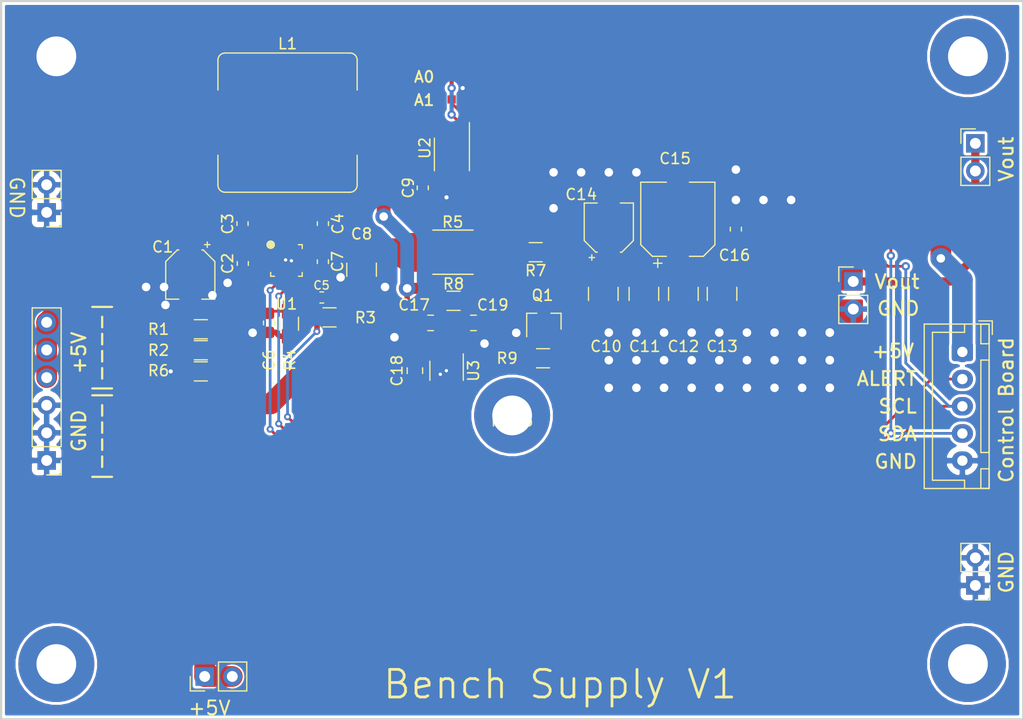
<source format=kicad_pcb>
(kicad_pcb (version 20171130) (host pcbnew "(5.1.5)-3")

  (general
    (thickness 1.6)
    (drawings 21)
    (tracks 291)
    (zones 0)
    (modules 47)
    (nets 24)
  )

  (page A4)
  (layers
    (0 F.Cu signal)
    (31 B.Cu signal)
    (32 B.Adhes user hide)
    (33 F.Adhes user hide)
    (34 B.Paste user hide)
    (35 F.Paste user hide)
    (36 B.SilkS user hide)
    (37 F.SilkS user)
    (38 B.Mask user hide)
    (39 F.Mask user hide)
    (40 Dwgs.User user hide)
    (41 Cmts.User user hide)
    (42 Eco1.User user hide)
    (43 Eco2.User user hide)
    (44 Edge.Cuts user)
    (45 Margin user hide)
    (46 B.CrtYd user hide)
    (47 F.CrtYd user)
    (48 B.Fab user hide)
    (49 F.Fab user hide)
  )

  (setup
    (last_trace_width 0.254)
    (trace_clearance 0.2032)
    (zone_clearance 0.254)
    (zone_45_only no)
    (trace_min 0.1524)
    (via_size 0.762)
    (via_drill 0.381)
    (via_min_size 0.635)
    (via_min_drill 0.3048)
    (uvia_size 0.635)
    (uvia_drill 0.3048)
    (uvias_allowed yes)
    (uvia_min_size 0.635)
    (uvia_min_drill 0.3048)
    (edge_width 0.127)
    (segment_width 0.254)
    (pcb_text_width 0.254)
    (pcb_text_size 1.524 1.524)
    (mod_edge_width 0.2032)
    (mod_text_size 1.27 1.27)
    (mod_text_width 0.2032)
    (pad_size 6.985 6.985)
    (pad_drill 3.6576)
    (pad_to_mask_clearance 0.0508)
    (solder_mask_min_width 0.2032)
    (aux_axis_origin 0 0)
    (visible_elements 7EFDB63F)
    (pcbplotparams
      (layerselection 0x010e0_ffffffff)
      (usegerberextensions false)
      (usegerberattributes false)
      (usegerberadvancedattributes false)
      (creategerberjobfile false)
      (excludeedgelayer true)
      (linewidth 0.100000)
      (plotframeref false)
      (viasonmask false)
      (mode 1)
      (useauxorigin false)
      (hpglpennumber 1)
      (hpglpenspeed 20)
      (hpglpendiameter 15.000000)
      (psnegative false)
      (psa4output false)
      (plotreference true)
      (plotvalue true)
      (plotinvisibletext false)
      (padsonsilk false)
      (subtractmaskfromsilk false)
      (outputformat 1)
      (mirror false)
      (drillshape 0)
      (scaleselection 1)
      (outputdirectory "PCB-Order/"))
  )

  (net 0 "")
  (net 1 GND)
  (net 2 "Net-(Q1-Pad2)")
  (net 3 -5V)
  (net 4 "Net-(C4-Pad1)")
  (net 5 "Net-(C4-Pad2)")
  (net 6 +5V)
  (net 7 BB_EN)
  (net 8 VOUT)
  (net 9 SCL)
  (net 10 SDA)
  (net 11 BB_ALERT)
  (net 12 "Net-(C3-Pad2)")
  (net 13 "Net-(C3-Pad1)")
  (net 14 "Net-(C5-Pad2)")
  (net 15 "Net-(C6-Pad2)")
  (net 16 "Net-(C7-Pad2)")
  (net 17 "Net-(C17-Pad1)")
  (net 18 "Net-(C18-Pad1)")
  (net 19 "Net-(C18-Pad2)")
  (net 20 "Net-(R2-Pad1)")
  (net 21 "Net-(R5-Pad1)")
  (net 22 "Net-(JP1-Pad2)")
  (net 23 "Net-(JP2-Pad2)")

  (net_class Default "This is the default net class."
    (clearance 0.2032)
    (trace_width 0.254)
    (via_dia 0.762)
    (via_drill 0.381)
    (uvia_dia 0.635)
    (uvia_drill 0.3048)
    (diff_pair_width 2.54)
    (diff_pair_gap 2.54)
    (add_net +5V)
    (add_net -5V)
    (add_net BB_ALERT)
    (add_net BB_EN)
    (add_net GND)
    (add_net "Net-(C17-Pad1)")
    (add_net "Net-(C18-Pad1)")
    (add_net "Net-(C18-Pad2)")
    (add_net "Net-(C3-Pad1)")
    (add_net "Net-(C3-Pad2)")
    (add_net "Net-(C4-Pad1)")
    (add_net "Net-(C4-Pad2)")
    (add_net "Net-(C5-Pad2)")
    (add_net "Net-(C6-Pad2)")
    (add_net "Net-(C7-Pad2)")
    (add_net "Net-(JP1-Pad2)")
    (add_net "Net-(JP2-Pad2)")
    (add_net "Net-(Q1-Pad2)")
    (add_net "Net-(R2-Pad1)")
    (add_net "Net-(R5-Pad1)")
    (add_net SCL)
    (add_net SDA)
    (add_net VOUT)
  )

  (module "Rays Footprints:MP8862GQ" (layer F.Cu) (tedit 5ED8840B) (tstamp 5ED8EC30)
    (at 99.8982 77.1906)
    (path /5EEDA3EC)
    (fp_text reference U1 (at 0 4) (layer F.SilkS)
      (effects (font (size 1 1) (thickness 0.15)))
    )
    (fp_text value MP8862GQ (at 0 -4.5) (layer F.Fab)
      (effects (font (size 1 1) (thickness 0.15)))
    )
    (fp_line (start -2.1 2.1) (end -2.1 -2.1) (layer F.CrtYd) (width 0.05))
    (fp_line (start 2.1 2.1) (end -2.1 2.1) (layer F.CrtYd) (width 0.05))
    (fp_line (start 2.1 -2.1) (end 2.1 2.1) (layer F.CrtYd) (width 0.05))
    (fp_line (start -2.1 -2.1) (end 2.1 -2.1) (layer F.CrtYd) (width 0.05))
    (fp_circle (center -1.45 -1.45) (end -1.4 -1.4) (layer F.SilkS) (width 0.12))
    (fp_circle (center -1.45 -1.45) (end -1.4 -1.35) (layer F.SilkS) (width 0.12))
    (fp_circle (center -1.45 -1.45) (end -1.35 -1.25) (layer F.SilkS) (width 0.12))
    (fp_circle (center -1.45 -1.45) (end -1.3 -1.15) (layer F.SilkS) (width 0.12))
    (fp_line (start -1.1 1.45) (end -1.45 1.45) (layer F.SilkS) (width 0.12))
    (fp_line (start -1.45 1.45) (end -1.45 1.1) (layer F.SilkS) (width 0.12))
    (fp_line (start 1.45 1.45) (end 1.1 1.45) (layer F.SilkS) (width 0.12))
    (fp_line (start 1.45 1.1) (end 1.45 1.45) (layer F.SilkS) (width 0.12))
    (fp_line (start 1.45 -1.45) (end 1.45 -1.1) (layer F.SilkS) (width 0.12))
    (fp_line (start 1.1 -1.45) (end 1.45 -1.45) (layer F.SilkS) (width 0.12))
    (pad 16 smd rect (at -0.75 -1.45) (size 0.25 0.8) (layers F.Cu F.Paste F.Mask)
      (net 13 "Net-(C3-Pad1)"))
    (pad 15 smd rect (at -0.25 -1.2) (size 0.25 1.3) (layers F.Cu F.Paste F.Mask)
      (net 12 "Net-(C3-Pad2)"))
    (pad 14 smd rect (at 0.25 -1.2) (size 0.25 1.3) (layers F.Cu F.Paste F.Mask)
      (net 4 "Net-(C4-Pad1)"))
    (pad 13 smd rect (at 0.75 -1.45) (size 0.25 0.8) (layers F.Cu F.Paste F.Mask)
      (net 5 "Net-(C4-Pad2)"))
    (pad 8 smd rect (at 0.75 1.45) (size 0.25 0.8) (layers F.Cu F.Paste F.Mask)
      (net 11 BB_ALERT))
    (pad 7 smd rect (at 0.25 1.2) (size 0.25 1.3) (layers F.Cu F.Paste F.Mask)
      (net 15 "Net-(C6-Pad2)"))
    (pad 6 smd rect (at -0.25 1.2) (size 0.25 1.3) (layers F.Cu F.Paste F.Mask)
      (net 10 SDA))
    (pad 5 smd rect (at -0.75 1.45) (size 0.25 0.8) (layers F.Cu F.Paste F.Mask)
      (net 9 SCL))
    (pad 12 smd rect (at 1.45 -0.75) (size 0.8 0.25) (layers F.Cu F.Paste F.Mask)
      (net 16 "Net-(C7-Pad2)"))
    (pad 11 smd rect (at 1.45 -0.25) (size 0.8 0.25) (layers F.Cu F.Paste F.Mask)
      (net 1 GND))
    (pad 10 smd rect (at 1.45 0.25) (size 0.8 0.25) (layers F.Cu F.Paste F.Mask)
      (net 1 GND))
    (pad 9 smd rect (at 1.45 0.75) (size 0.8 0.25) (layers F.Cu F.Paste F.Mask)
      (net 14 "Net-(C5-Pad2)"))
    (pad 4 smd rect (at -1.45 0.75) (size 0.8 0.25) (layers F.Cu F.Paste F.Mask)
      (net 20 "Net-(R2-Pad1)"))
    (pad 3 smd rect (at -1.45 0.25) (size 0.8 0.25) (layers F.Cu F.Paste F.Mask)
      (net 7 BB_EN))
    (pad 2 smd rect (at -1.45 -0.25) (size 0.8 0.25) (layers F.Cu F.Paste F.Mask)
      (net 1 GND))
    (pad 1 smd rect (at -1.45 -0.75) (size 0.8 0.25) (layers F.Cu F.Paste F.Mask)
      (net 6 +5V))
    (model ${KISYS3DMOD}/Package_DFN_QFN.3dshapes/QFN-16-1EP_3x3mm_P0.5mm_EP1.8x1.8mm.step
      (at (xyz 0 0 0))
      (scale (xyz 1 1 1))
      (rotate (xyz 0 0 0))
    )
  )

  (module "Rays Footprints:Mount-Hole-#6" (layer F.Cu) (tedit 5EA46327) (tstamp 5EDA7DF1)
    (at 120.65 91.44)
    (path /5EF6BD72)
    (fp_text reference MTH5 (at 0 0.5) (layer F.SilkS)
      (effects (font (size 1 1) (thickness 0.15)))
    )
    (fp_text value "Mount Hole" (at -2.159 -4.064) (layer F.Fab)
      (effects (font (size 1 1) (thickness 0.15)))
    )
    (fp_circle (center 0 0) (end 3.558267 0) (layer F.CrtYd) (width 0.127))
    (pad 1 thru_hole circle (at 0 0) (size 6.985 6.985) (drill 3.6576) (layers *.Cu *.Mask)
      (zone_connect 2))
    (model C:/Users/ray/OneDrive/Projects/kicad/3-3DModels/Screw-6-32-0p125.stp
      (offset (xyz 0 0 -3.25))
      (scale (xyz 1 1 1))
      (rotate (xyz 0 0 0))
    )
  )

  (module "Rays Footprints:Mount-Hole-#6" (layer F.Cu) (tedit 5EA46327) (tstamp 5EC972E6)
    (at 78.74 114.3)
    (path /5ECA813E)
    (fp_text reference MTH3 (at 0 0.5) (layer F.SilkS) hide
      (effects (font (size 1 1) (thickness 0.15)))
    )
    (fp_text value "Mount Hole" (at -2.159 -4.064) (layer F.Fab)
      (effects (font (size 1 1) (thickness 0.15)))
    )
    (fp_circle (center 0 0) (end 3.558267 0) (layer F.CrtYd) (width 0.127))
    (pad 1 thru_hole circle (at 0 0) (size 6.985 6.985) (drill 3.6576) (layers *.Cu *.Mask)
      (zone_connect 2))
    (model C:/Users/ray/OneDrive/Projects/kicad/3-3DModels/Screw-6-32-0p125.stp
      (offset (xyz 0 0 -3.25))
      (scale (xyz 1 1 1))
      (rotate (xyz 0 0 0))
    )
  )

  (module Inductor_SMD:L_Bourns_SRR1260 (layer F.Cu) (tedit 5A71B056) (tstamp 5ECE0D99)
    (at 99.9998 64.516)
    (descr "Bourns SRR1260 series SMD inductor http://www.bourns.com/docs/Product-Datasheets/SRR1260.pdf")
    (tags "Bourns SRR1260 SMD inductor")
    (path /5EF24B58)
    (attr smd)
    (fp_text reference L1 (at 0 -7.25) (layer F.SilkS)
      (effects (font (size 1 1) (thickness 0.15)))
    )
    (fp_text value 100uH (at 0 7.4) (layer F.Fab)
      (effects (font (size 1 1) (thickness 0.15)))
    )
    (fp_circle (center 0 0) (end 0 -5.6) (layer F.Fab) (width 0.1))
    (fp_line (start -5.75 -6.25) (end 5.75 -6.25) (layer F.Fab) (width 0.1))
    (fp_line (start -4 2) (end -4 -2) (layer F.Fab) (width 0.1))
    (fp_line (start -6.25 -5.75) (end -6.25 5.75) (layer F.Fab) (width 0.1))
    (fp_line (start 5.75 6.25) (end -5.75 6.25) (layer F.Fab) (width 0.1))
    (fp_line (start 6.25 -5.75) (end 6.25 5.75) (layer F.Fab) (width 0.1))
    (fp_line (start 4 -2) (end 4 2) (layer F.Fab) (width 0.1))
    (fp_line (start -5.75 -6.4) (end 5.75 -6.4) (layer F.SilkS) (width 0.12))
    (fp_line (start -6.4 -5.75) (end -6.4 -3) (layer F.SilkS) (width 0.12))
    (fp_line (start 5.75 6.4) (end -5.75 6.4) (layer F.SilkS) (width 0.12))
    (fp_line (start 6.4 -5.75) (end 6.4 -3) (layer F.SilkS) (width 0.12))
    (fp_line (start -5.75 -6.5) (end 5.75 -6.5) (layer F.CrtYd) (width 0.05))
    (fp_line (start -6.5 5.75) (end -6.5 -5.75) (layer F.CrtYd) (width 0.05))
    (fp_line (start 5.75 6.5) (end -5.75 6.5) (layer F.CrtYd) (width 0.05))
    (fp_line (start 6.5 -5.75) (end 6.5 5.75) (layer F.CrtYd) (width 0.05))
    (fp_text user %R (at 0 0) (layer F.Fab)
      (effects (font (size 1 1) (thickness 0.15)))
    )
    (fp_arc (start -5.75 -5.75) (end -5.75 -6.25) (angle -90) (layer F.Fab) (width 0.1))
    (fp_arc (start 5.75 -5.75) (end 6.25 -5.75) (angle -90) (layer F.Fab) (width 0.1))
    (fp_arc (start 5.75 5.75) (end 5.75 6.25) (angle -90) (layer F.Fab) (width 0.1))
    (fp_arc (start -5.75 5.75) (end -6.25 5.75) (angle -90) (layer F.Fab) (width 0.1))
    (fp_line (start -6.4 3) (end -6.4 5.75) (layer F.SilkS) (width 0.12))
    (fp_line (start 6.4 3) (end 6.4 5.75) (layer F.SilkS) (width 0.12))
    (fp_arc (start -5.75 -5.75) (end -5.75 -6.4) (angle -90) (layer F.SilkS) (width 0.12))
    (fp_arc (start -5.75 5.75) (end -6.4 5.75) (angle -90) (layer F.SilkS) (width 0.12))
    (fp_arc (start 5.75 5.75) (end 5.75 6.4) (angle -90) (layer F.SilkS) (width 0.12))
    (fp_arc (start 5.75 -5.75) (end 6.4 -5.75) (angle -90) (layer F.SilkS) (width 0.12))
    (fp_arc (start -5.75 -5.75) (end -5.75 -6.5) (angle -90) (layer F.CrtYd) (width 0.05))
    (fp_arc (start -5.75 5.75) (end -6.5 5.75) (angle -90) (layer F.CrtYd) (width 0.05))
    (fp_arc (start 5.75 5.75) (end 5.75 6.5) (angle -90) (layer F.CrtYd) (width 0.05))
    (fp_arc (start 5.75 -5.75) (end 6.5 -5.75) (angle -90) (layer F.CrtYd) (width 0.05))
    (pad 2 smd rect (at 4.85 0) (size 2.9 5.4) (layers F.Cu F.Paste F.Mask)
      (net 4 "Net-(C4-Pad1)"))
    (pad 1 smd rect (at -4.85 0) (size 2.9 5.4) (layers F.Cu F.Paste F.Mask)
      (net 12 "Net-(C3-Pad2)"))
    (model ${KISYS3DMOD}/Inductor_SMD.3dshapes/L_Bourns_SRR1260.wrl
      (at (xyz 0 0 0))
      (scale (xyz 1 1 1))
      (rotate (xyz 0 0 0))
    )
  )

  (module "Rays Footprints:Mount-Hole-#6" (layer F.Cu) (tedit 5ED88198) (tstamp 5EC972DA)
    (at 78.74 58.42)
    (path /5ECA813D)
    (fp_text reference e (at 0 0.5) (layer F.SilkS) hide
      (effects (font (size 1 1) (thickness 0.15)))
    )
    (fp_text value "Mount Hole" (at -2.159 -4.064) (layer F.Fab)
      (effects (font (size 1 1) (thickness 0.15)))
    )
    (fp_circle (center 0 0) (end 3.558267 0) (layer F.CrtYd) (width 0.127))
    (pad 1 thru_hole circle (at 0 0) (size 6.985 6.985) (drill 3.6576) (layers *.Cu *.Mask)
      (net 1 GND) (zone_connect 2))
    (model C:/Users/ray/OneDrive/Projects/kicad/3-3DModels/Screw-6-32-0p125.stp
      (offset (xyz 0 0 -3.25))
      (scale (xyz 1 1 1))
      (rotate (xyz 0 0 0))
    )
  )

  (module "Rays Footprints:Mount-Hole-#6" (layer F.Cu) (tedit 5EA46327) (tstamp 5EC972E0)
    (at 162.56 58.42)
    (path /5ECA813F)
    (fp_text reference MTH2 (at 0 0.5) (layer F.SilkS) hide
      (effects (font (size 1 1) (thickness 0.15)))
    )
    (fp_text value "Mount Hole" (at -2.159 -4.064) (layer F.Fab)
      (effects (font (size 1 1) (thickness 0.15)))
    )
    (fp_circle (center 0 0) (end 3.558267 0) (layer F.CrtYd) (width 0.127))
    (pad 1 thru_hole circle (at 0 0) (size 6.985 6.985) (drill 3.6576) (layers *.Cu *.Mask)
      (zone_connect 2))
    (model C:/Users/ray/OneDrive/Projects/kicad/3-3DModels/Screw-6-32-0p125.stp
      (offset (xyz 0 0 -3.25))
      (scale (xyz 1 1 1))
      (rotate (xyz 0 0 0))
    )
  )

  (module "Rays Footprints:Mount-Hole-#6" (layer F.Cu) (tedit 5EA46327) (tstamp 5ED854BA)
    (at 162.56 114.3)
    (path /5ECA8140)
    (fp_text reference MTH4 (at 0 0.5) (layer F.SilkS) hide
      (effects (font (size 1 1) (thickness 0.15)))
    )
    (fp_text value "Mount Hole" (at -2.159 -4.064) (layer F.Fab)
      (effects (font (size 1 1) (thickness 0.15)))
    )
    (fp_circle (center 0 0) (end 3.558267 0) (layer F.CrtYd) (width 0.127))
    (pad 1 thru_hole circle (at 0 0) (size 6.985 6.985) (drill 3.6576) (layers *.Cu *.Mask)
      (zone_connect 2))
    (model C:/Users/ray/OneDrive/Projects/kicad/3-3DModels/Screw-6-32-0p125.stp
      (offset (xyz 0 0 -3.25))
      (scale (xyz 1 1 1))
      (rotate (xyz 0 0 0))
    )
  )

  (module "Rays Footprints:C_0805_HandSoldering" (layer F.Cu) (tedit 5E992383) (tstamp 5ECE536E)
    (at 111.7092 87.3252 90)
    (descr "Capacitor SMD 0805 (2012 Metric), square (rectangular) end terminal, IPC_7351 nominal with elongated pad for handsoldering. (Body size source: https://docs.google.com/spreadsheets/d/1BsfQQcO9C6DZCsRaXUlFlo91Tg2WpOkGARC1WS5S8t0/edit?usp=sharing), generated with kicad-footprint-generator")
    (tags "capacitor handsolder")
    (path /5EDF1FCB)
    (attr smd)
    (fp_text reference C18 (at 0 -1.65 90) (layer F.SilkS)
      (effects (font (size 1 1) (thickness 0.15)))
    )
    (fp_text value 1u/15V (at 0 1.65 90) (layer F.Fab)
      (effects (font (size 1 1) (thickness 0.15)))
    )
    (fp_line (start -1 0.6) (end -1 -0.6) (layer F.Fab) (width 0.1))
    (fp_line (start -1 -0.6) (end 1 -0.6) (layer F.Fab) (width 0.1))
    (fp_line (start 1 -0.6) (end 1 0.6) (layer F.Fab) (width 0.1))
    (fp_line (start 1 0.6) (end -1 0.6) (layer F.Fab) (width 0.1))
    (fp_line (start -0.261252 -0.71) (end 0.261252 -0.71) (layer F.SilkS) (width 0.12))
    (fp_line (start -0.261252 0.71) (end 0.261252 0.71) (layer F.SilkS) (width 0.12))
    (fp_line (start -1.85 0.95) (end -1.85 -0.95) (layer F.CrtYd) (width 0.05))
    (fp_line (start -1.85 -0.95) (end 1.85 -0.95) (layer F.CrtYd) (width 0.05))
    (fp_line (start 1.85 -0.95) (end 1.85 0.95) (layer F.CrtYd) (width 0.05))
    (fp_line (start 1.85 0.95) (end -1.85 0.95) (layer F.CrtYd) (width 0.05))
    (fp_text user %R (at 0 0 90) (layer F.Fab)
      (effects (font (size 0.5 0.5) (thickness 0.08)))
    )
    (pad 1 smd roundrect (at -1.025 0 90) (size 1.15 1.4) (layers F.Cu F.Paste F.Mask) (roundrect_rratio 0.217)
      (net 18 "Net-(C18-Pad1)"))
    (pad 2 smd roundrect (at 1.025 0 90) (size 1.15 1.4) (layers F.Cu F.Paste F.Mask) (roundrect_rratio 0.217)
      (net 19 "Net-(C18-Pad2)"))
    (model ${KICAD_USER_LIB_DIR}/3-3DModels/C_0805.step
      (at (xyz 0 0 0))
      (scale (xyz 1 1 1))
      (rotate (xyz 0 0 0))
    )
  )

  (module "Rays Footprints:C_0805_HandSoldering" (layer F.Cu) (tedit 5E992383) (tstamp 5ECE0F5D)
    (at 117.094 82.931)
    (descr "Capacitor SMD 0805 (2012 Metric), square (rectangular) end terminal, IPC_7351 nominal with elongated pad for handsoldering. (Body size source: https://docs.google.com/spreadsheets/d/1BsfQQcO9C6DZCsRaXUlFlo91Tg2WpOkGARC1WS5S8t0/edit?usp=sharing), generated with kicad-footprint-generator")
    (tags "capacitor handsolder")
    (path /5EDF6A9F)
    (attr smd)
    (fp_text reference C19 (at 1.778 -1.651) (layer F.SilkS)
      (effects (font (size 1 1) (thickness 0.15)))
    )
    (fp_text value 1u/15V (at 0 1.65) (layer F.Fab)
      (effects (font (size 1 1) (thickness 0.15)))
    )
    (fp_text user %R (at 0 0) (layer F.Fab)
      (effects (font (size 0.5 0.5) (thickness 0.08)))
    )
    (fp_line (start 1.85 0.95) (end -1.85 0.95) (layer F.CrtYd) (width 0.05))
    (fp_line (start 1.85 -0.95) (end 1.85 0.95) (layer F.CrtYd) (width 0.05))
    (fp_line (start -1.85 -0.95) (end 1.85 -0.95) (layer F.CrtYd) (width 0.05))
    (fp_line (start -1.85 0.95) (end -1.85 -0.95) (layer F.CrtYd) (width 0.05))
    (fp_line (start -0.261252 0.71) (end 0.261252 0.71) (layer F.SilkS) (width 0.12))
    (fp_line (start -0.261252 -0.71) (end 0.261252 -0.71) (layer F.SilkS) (width 0.12))
    (fp_line (start 1 0.6) (end -1 0.6) (layer F.Fab) (width 0.1))
    (fp_line (start 1 -0.6) (end 1 0.6) (layer F.Fab) (width 0.1))
    (fp_line (start -1 -0.6) (end 1 -0.6) (layer F.Fab) (width 0.1))
    (fp_line (start -1 0.6) (end -1 -0.6) (layer F.Fab) (width 0.1))
    (pad 2 smd roundrect (at 1.025 0) (size 1.15 1.4) (layers F.Cu F.Paste F.Mask) (roundrect_rratio 0.217)
      (net 1 GND))
    (pad 1 smd roundrect (at -1.025 0) (size 1.15 1.4) (layers F.Cu F.Paste F.Mask) (roundrect_rratio 0.217)
      (net 3 -5V))
    (model ${KICAD_USER_LIB_DIR}/3-3DModels/C_0805.step
      (at (xyz 0 0 0))
      (scale (xyz 1 1 1))
      (rotate (xyz 0 0 0))
    )
  )

  (module "Rays Footprints:R_2512_HandSoldering" (layer F.Cu) (tedit 5EA4820A) (tstamp 5ECE0FDD)
    (at 115.2112 76.4286 180)
    (path /5ECFDE7F)
    (fp_text reference R5 (at 0.0222 2.7686 180) (layer F.SilkS)
      (effects (font (size 1 1) (thickness 0.15)))
    )
    (fp_text value 0.1 (at 0.0254 3.1496 180) (layer F.Fab)
      (effects (font (size 1 1) (thickness 0.15)))
    )
    (fp_line (start -4.55 2.1082) (end -4.55 -2.1082) (layer F.CrtYd) (width 0.12))
    (fp_line (start 4.5 2.1082) (end -4.55 2.1082) (layer F.CrtYd) (width 0.12))
    (fp_line (start 4.5 -2.1082) (end 4.5 2.1082) (layer F.CrtYd) (width 0.12))
    (fp_line (start -4.55 -2.1082) (end 4.5 -2.1082) (layer F.CrtYd) (width 0.12))
    (fp_line (start -3.2512 1.651) (end -3.2512 -1.651) (layer F.Fab) (width 0.12))
    (fp_line (start 3.2512 1.651) (end -3.2512 1.651) (layer F.Fab) (width 0.12))
    (fp_line (start 3.2512 -1.651) (end 3.2512 1.651) (layer F.Fab) (width 0.12))
    (fp_line (start -3.2512 -1.651) (end 3.2512 -1.651) (layer F.Fab) (width 0.12))
    (fp_line (start -1.85 2.032) (end 1.85 2.032) (layer F.SilkS) (width 0.127))
    (fp_line (start -1.85 -2.032) (end 1.85 -2.032) (layer F.SilkS) (width 0.127))
    (pad 2 smd rect (at 3.375 0 180) (size 2 3.5) (layers F.Cu F.Paste F.Mask)
      (net 16 "Net-(C7-Pad2)"))
    (pad 1 smd rect (at -3.375 0 180) (size 2 3.5) (layers F.Cu F.Paste F.Mask)
      (net 21 "Net-(R5-Pad1)"))
    (model ${KICAD_USER_LIB_DIR}/3-3DModels/R_2512.step
      (at (xyz 0 0 0))
      (scale (xyz 1 1 1))
      (rotate (xyz 0 0 0))
    )
  )

  (module Package_TO_SOT_SMD:TSOT-23-6_HandSoldering (layer F.Cu) (tedit 5A02FF57) (tstamp 5ECE53A3)
    (at 114.649199 87.330601 270)
    (descr "6-pin TSOT23 package, http://cds.linear.com/docs/en/packaging/SOT_6_05-08-1636.pdf")
    (tags "TSOT-23-6 MK06A TSOT-6 Hand-soldering")
    (path /5EDEAA46)
    (attr smd)
    (fp_text reference U3 (at 0 -2.45 90) (layer F.SilkS)
      (effects (font (size 1 1) (thickness 0.15)))
    )
    (fp_text value MAX1719EUT (at 0 2.5 90) (layer F.Fab)
      (effects (font (size 1 1) (thickness 0.15)))
    )
    (fp_text user %R (at 0 0) (layer F.Fab)
      (effects (font (size 0.5 0.5) (thickness 0.075)))
    )
    (fp_line (start -0.88 1.56) (end 0.88 1.56) (layer F.SilkS) (width 0.12))
    (fp_line (start 0.88 -1.51) (end -1.55 -1.51) (layer F.SilkS) (width 0.12))
    (fp_line (start -0.88 -1) (end -0.43 -1.45) (layer F.Fab) (width 0.1))
    (fp_line (start 0.88 -1.45) (end -0.43 -1.45) (layer F.Fab) (width 0.1))
    (fp_line (start -0.88 -1) (end -0.88 1.45) (layer F.Fab) (width 0.1))
    (fp_line (start 0.88 1.45) (end -0.88 1.45) (layer F.Fab) (width 0.1))
    (fp_line (start 0.88 -1.45) (end 0.88 1.45) (layer F.Fab) (width 0.1))
    (fp_line (start -2.96 -1.7) (end 2.96 -1.7) (layer F.CrtYd) (width 0.05))
    (fp_line (start -2.96 -1.7) (end -2.96 1.7) (layer F.CrtYd) (width 0.05))
    (fp_line (start 2.96 1.7) (end 2.96 -1.7) (layer F.CrtYd) (width 0.05))
    (fp_line (start 2.96 1.7) (end -2.96 1.7) (layer F.CrtYd) (width 0.05))
    (pad 1 smd rect (at -1.71 -0.95 270) (size 2 0.65) (layers F.Cu F.Paste F.Mask)
      (net 3 -5V))
    (pad 2 smd rect (at -1.71 0 270) (size 2 0.65) (layers F.Cu F.Paste F.Mask)
      (net 17 "Net-(C17-Pad1)"))
    (pad 3 smd rect (at -1.71 0.95 270) (size 2 0.65) (layers F.Cu F.Paste F.Mask)
      (net 19 "Net-(C18-Pad2)"))
    (pad 4 smd rect (at 1.71 0.95 270) (size 2 0.65) (layers F.Cu F.Paste F.Mask)
      (net 1 GND))
    (pad 5 smd rect (at 1.71 0 270) (size 2 0.65) (layers F.Cu F.Paste F.Mask)
      (net 1 GND))
    (pad 6 smd rect (at 1.71 -0.95 270) (size 2 0.65) (layers F.Cu F.Paste F.Mask)
      (net 18 "Net-(C18-Pad1)"))
    (model ${KISYS3DMOD}/Package_TO_SOT_SMD.3dshapes/TSOT-23-6.wrl
      (at (xyz 0 0 0))
      (scale (xyz 1 1 1))
      (rotate (xyz 0 0 0))
    )
  )

  (module "Rays Footprints:C_0603_HandSoldering" (layer F.Cu) (tedit 5E952776) (tstamp 5ECE0D26)
    (at 95.8596 73.801 90)
    (descr "Capacitor SMD 0603 (1608 Metric), square (rectangular) end terminal, IPC_7351 nominal with elongated pad for handsoldering. (Body size source: http://www.tortai-tech.com/upload/download/2011102023233369053.pdf), generated with kicad-footprint-generator")
    (tags "capacitor handsolder")
    (path /5EF3548B)
    (attr smd)
    (fp_text reference C3 (at -0.0254 -1.3716 90) (layer F.SilkS)
      (effects (font (size 1 1) (thickness 0.15)))
    )
    (fp_text value 0.1u (at 0 1.43 90) (layer F.Fab)
      (effects (font (size 1 1) (thickness 0.15)))
    )
    (fp_text user %R (at 0 0 90) (layer F.Fab)
      (effects (font (size 0.4 0.4) (thickness 0.06)))
    )
    (fp_line (start 1.65 0.73) (end -1.65 0.73) (layer F.CrtYd) (width 0.05))
    (fp_line (start 1.65 -0.73) (end 1.65 0.73) (layer F.CrtYd) (width 0.05))
    (fp_line (start -1.65 -0.73) (end 1.65 -0.73) (layer F.CrtYd) (width 0.05))
    (fp_line (start -1.65 0.73) (end -1.65 -0.73) (layer F.CrtYd) (width 0.05))
    (fp_line (start -0.171267 0.51) (end 0.171267 0.51) (layer F.SilkS) (width 0.12))
    (fp_line (start -0.171267 -0.51) (end 0.171267 -0.51) (layer F.SilkS) (width 0.12))
    (fp_line (start 0.8 0.4) (end -0.8 0.4) (layer F.Fab) (width 0.1))
    (fp_line (start 0.8 -0.4) (end 0.8 0.4) (layer F.Fab) (width 0.1))
    (fp_line (start -0.8 -0.4) (end 0.8 -0.4) (layer F.Fab) (width 0.1))
    (fp_line (start -0.8 0.4) (end -0.8 -0.4) (layer F.Fab) (width 0.1))
    (pad 2 smd roundrect (at 0.875 0 90) (size 1.05 0.95) (layers F.Cu F.Paste F.Mask) (roundrect_rratio 0.25)
      (net 12 "Net-(C3-Pad2)"))
    (pad 1 smd roundrect (at -0.875 0 90) (size 1.05 0.95) (layers F.Cu F.Paste F.Mask) (roundrect_rratio 0.25)
      (net 13 "Net-(C3-Pad1)"))
    (model ${KICAD_USER_LIB_DIR}/3-3DModels/C_0603.step
      (at (xyz 0 0 0))
      (scale (xyz 1 1 1))
      (rotate (xyz 0 0 0))
    )
  )

  (module "Rays Footprints:C_0603_HandSoldering" (layer F.Cu) (tedit 5E952776) (tstamp 5ECE0E1F)
    (at 103.251 73.801 270)
    (descr "Capacitor SMD 0603 (1608 Metric), square (rectangular) end terminal, IPC_7351 nominal with elongated pad for handsoldering. (Body size source: http://www.tortai-tech.com/upload/download/2011102023233369053.pdf), generated with kicad-footprint-generator")
    (tags "capacitor handsolder")
    (path /5EF36340)
    (attr smd)
    (fp_text reference C4 (at 0.0114 -1.3716 90) (layer F.SilkS)
      (effects (font (size 1 1) (thickness 0.15)))
    )
    (fp_text value 0.1u (at 0 1.43 90) (layer F.Fab)
      (effects (font (size 1 1) (thickness 0.15)))
    )
    (fp_line (start -0.8 0.4) (end -0.8 -0.4) (layer F.Fab) (width 0.1))
    (fp_line (start -0.8 -0.4) (end 0.8 -0.4) (layer F.Fab) (width 0.1))
    (fp_line (start 0.8 -0.4) (end 0.8 0.4) (layer F.Fab) (width 0.1))
    (fp_line (start 0.8 0.4) (end -0.8 0.4) (layer F.Fab) (width 0.1))
    (fp_line (start -0.171267 -0.51) (end 0.171267 -0.51) (layer F.SilkS) (width 0.12))
    (fp_line (start -0.171267 0.51) (end 0.171267 0.51) (layer F.SilkS) (width 0.12))
    (fp_line (start -1.65 0.73) (end -1.65 -0.73) (layer F.CrtYd) (width 0.05))
    (fp_line (start -1.65 -0.73) (end 1.65 -0.73) (layer F.CrtYd) (width 0.05))
    (fp_line (start 1.65 -0.73) (end 1.65 0.73) (layer F.CrtYd) (width 0.05))
    (fp_line (start 1.65 0.73) (end -1.65 0.73) (layer F.CrtYd) (width 0.05))
    (fp_text user %R (at 0 0 90) (layer F.Fab)
      (effects (font (size 0.4 0.4) (thickness 0.06)))
    )
    (pad 1 smd roundrect (at -0.875 0 270) (size 1.05 0.95) (layers F.Cu F.Paste F.Mask) (roundrect_rratio 0.25)
      (net 4 "Net-(C4-Pad1)"))
    (pad 2 smd roundrect (at 0.875 0 270) (size 1.05 0.95) (layers F.Cu F.Paste F.Mask) (roundrect_rratio 0.25)
      (net 5 "Net-(C4-Pad2)"))
    (model ${KICAD_USER_LIB_DIR}/3-3DModels/C_0603.step
      (at (xyz 0 0 0))
      (scale (xyz 1 1 1))
      (rotate (xyz 0 0 0))
    )
  )

  (module "Rays Footprints:C_0603_HandSoldering" (layer F.Cu) (tedit 5E952776) (tstamp 5ECE0CF6)
    (at 95.885 77.47 90)
    (descr "Capacitor SMD 0603 (1608 Metric), square (rectangular) end terminal, IPC_7351 nominal with elongated pad for handsoldering. (Body size source: http://www.tortai-tech.com/upload/download/2011102023233369053.pdf), generated with kicad-footprint-generator")
    (tags "capacitor handsolder")
    (path /5EF52663)
    (attr smd)
    (fp_text reference C2 (at 0 -1.397 90) (layer F.SilkS)
      (effects (font (size 1 1) (thickness 0.15)))
    )
    (fp_text value 0.1u (at 0 1.43 90) (layer F.Fab)
      (effects (font (size 1 1) (thickness 0.15)))
    )
    (fp_text user %R (at 0 0 90) (layer F.Fab)
      (effects (font (size 0.4 0.4) (thickness 0.06)))
    )
    (fp_line (start 1.65 0.73) (end -1.65 0.73) (layer F.CrtYd) (width 0.05))
    (fp_line (start 1.65 -0.73) (end 1.65 0.73) (layer F.CrtYd) (width 0.05))
    (fp_line (start -1.65 -0.73) (end 1.65 -0.73) (layer F.CrtYd) (width 0.05))
    (fp_line (start -1.65 0.73) (end -1.65 -0.73) (layer F.CrtYd) (width 0.05))
    (fp_line (start -0.171267 0.51) (end 0.171267 0.51) (layer F.SilkS) (width 0.12))
    (fp_line (start -0.171267 -0.51) (end 0.171267 -0.51) (layer F.SilkS) (width 0.12))
    (fp_line (start 0.8 0.4) (end -0.8 0.4) (layer F.Fab) (width 0.1))
    (fp_line (start 0.8 -0.4) (end 0.8 0.4) (layer F.Fab) (width 0.1))
    (fp_line (start -0.8 -0.4) (end 0.8 -0.4) (layer F.Fab) (width 0.1))
    (fp_line (start -0.8 0.4) (end -0.8 -0.4) (layer F.Fab) (width 0.1))
    (pad 2 smd roundrect (at 0.875 0 90) (size 1.05 0.95) (layers F.Cu F.Paste F.Mask) (roundrect_rratio 0.25)
      (net 6 +5V))
    (pad 1 smd roundrect (at -0.875 0 90) (size 1.05 0.95) (layers F.Cu F.Paste F.Mask) (roundrect_rratio 0.25)
      (net 1 GND))
    (model ${KICAD_USER_LIB_DIR}/3-3DModels/C_0603.step
      (at (xyz 0 0 0))
      (scale (xyz 1 1 1))
      (rotate (xyz 0 0 0))
    )
  )

  (module "Rays Footprints:C_0603_HandSoldering" (layer F.Cu) (tedit 5E952776) (tstamp 5ECE0EBE)
    (at 103.251 77.3036 90)
    (descr "Capacitor SMD 0603 (1608 Metric), square (rectangular) end terminal, IPC_7351 nominal with elongated pad for handsoldering. (Body size source: http://www.tortai-tech.com/upload/download/2011102023233369053.pdf), generated with kicad-footprint-generator")
    (tags "capacitor handsolder")
    (path /5F05075F)
    (attr smd)
    (fp_text reference C7 (at 0.0114 1.3462 270) (layer F.SilkS)
      (effects (font (size 1 1) (thickness 0.15)))
    )
    (fp_text value 0.1u (at 0 1.43 90) (layer F.Fab)
      (effects (font (size 1 1) (thickness 0.15)))
    )
    (fp_line (start -0.8 0.4) (end -0.8 -0.4) (layer F.Fab) (width 0.1))
    (fp_line (start -0.8 -0.4) (end 0.8 -0.4) (layer F.Fab) (width 0.1))
    (fp_line (start 0.8 -0.4) (end 0.8 0.4) (layer F.Fab) (width 0.1))
    (fp_line (start 0.8 0.4) (end -0.8 0.4) (layer F.Fab) (width 0.1))
    (fp_line (start -0.171267 -0.51) (end 0.171267 -0.51) (layer F.SilkS) (width 0.12))
    (fp_line (start -0.171267 0.51) (end 0.171267 0.51) (layer F.SilkS) (width 0.12))
    (fp_line (start -1.65 0.73) (end -1.65 -0.73) (layer F.CrtYd) (width 0.05))
    (fp_line (start -1.65 -0.73) (end 1.65 -0.73) (layer F.CrtYd) (width 0.05))
    (fp_line (start 1.65 -0.73) (end 1.65 0.73) (layer F.CrtYd) (width 0.05))
    (fp_line (start 1.65 0.73) (end -1.65 0.73) (layer F.CrtYd) (width 0.05))
    (fp_text user %R (at 0 0 90) (layer F.Fab)
      (effects (font (size 0.4 0.4) (thickness 0.06)))
    )
    (pad 1 smd roundrect (at -0.875 0 90) (size 1.05 0.95) (layers F.Cu F.Paste F.Mask) (roundrect_rratio 0.25)
      (net 1 GND))
    (pad 2 smd roundrect (at 0.875 0 90) (size 1.05 0.95) (layers F.Cu F.Paste F.Mask) (roundrect_rratio 0.25)
      (net 16 "Net-(C7-Pad2)"))
    (model ${KICAD_USER_LIB_DIR}/3-3DModels/C_0603.step
      (at (xyz 0 0 0))
      (scale (xyz 1 1 1))
      (rotate (xyz 0 0 0))
    )
  )

  (module "Rays Footprints:C_0603_HandSoldering" (layer F.Cu) (tedit 5E952776) (tstamp 5ECE0E4F)
    (at 103.1494 80.5942 180)
    (descr "Capacitor SMD 0603 (1608 Metric), square (rectangular) end terminal, IPC_7351 nominal with elongated pad for handsoldering. (Body size source: http://www.tortai-tech.com/upload/download/2011102023233369053.pdf), generated with kicad-footprint-generator")
    (tags "capacitor handsolder")
    (path /5EF72D37)
    (attr smd)
    (fp_text reference C5 (at 0.0254 1.1176 180) (layer F.SilkS)
      (effects (font (size 0.762 0.762) (thickness 0.127)))
    )
    (fp_text value 0.1u (at 0 1.43) (layer F.Fab)
      (effects (font (size 1 1) (thickness 0.15)))
    )
    (fp_line (start -0.8 0.4) (end -0.8 -0.4) (layer F.Fab) (width 0.1))
    (fp_line (start -0.8 -0.4) (end 0.8 -0.4) (layer F.Fab) (width 0.1))
    (fp_line (start 0.8 -0.4) (end 0.8 0.4) (layer F.Fab) (width 0.1))
    (fp_line (start 0.8 0.4) (end -0.8 0.4) (layer F.Fab) (width 0.1))
    (fp_line (start -0.171267 -0.51) (end 0.171267 -0.51) (layer F.SilkS) (width 0.12))
    (fp_line (start -0.171267 0.51) (end 0.171267 0.51) (layer F.SilkS) (width 0.12))
    (fp_line (start -1.65 0.73) (end -1.65 -0.73) (layer F.CrtYd) (width 0.05))
    (fp_line (start -1.65 -0.73) (end 1.65 -0.73) (layer F.CrtYd) (width 0.05))
    (fp_line (start 1.65 -0.73) (end 1.65 0.73) (layer F.CrtYd) (width 0.05))
    (fp_line (start 1.65 0.73) (end -1.65 0.73) (layer F.CrtYd) (width 0.05))
    (fp_text user %R (at 0 0) (layer F.Fab)
      (effects (font (size 0.4 0.4) (thickness 0.06)))
    )
    (pad 1 smd roundrect (at -0.875 0 180) (size 1.05 0.95) (layers F.Cu F.Paste F.Mask) (roundrect_rratio 0.25)
      (net 1 GND))
    (pad 2 smd roundrect (at 0.875 0 180) (size 1.05 0.95) (layers F.Cu F.Paste F.Mask) (roundrect_rratio 0.25)
      (net 14 "Net-(C5-Pad2)"))
    (model ${KICAD_USER_LIB_DIR}/3-3DModels/C_0603.step
      (at (xyz 0 0 0))
      (scale (xyz 1 1 1))
      (rotate (xyz 0 0 0))
    )
  )

  (module "Rays Footprints:C_0603_HandSoldering" (layer F.Cu) (tedit 5E952776) (tstamp 5ECE0C66)
    (at 98.298 82.931 90)
    (descr "Capacitor SMD 0603 (1608 Metric), square (rectangular) end terminal, IPC_7351 nominal with elongated pad for handsoldering. (Body size source: http://www.tortai-tech.com/upload/download/2011102023233369053.pdf), generated with kicad-footprint-generator")
    (tags "capacitor handsolder")
    (path /5F0206D7)
    (attr smd)
    (fp_text reference C6 (at -3.429 0 270) (layer F.SilkS)
      (effects (font (size 1 1) (thickness 0.15)))
    )
    (fp_text value 22nF (at 0 1.43 90) (layer F.Fab)
      (effects (font (size 1 1) (thickness 0.15)))
    )
    (fp_text user %R (at 0 0 90) (layer F.Fab)
      (effects (font (size 0.4 0.4) (thickness 0.06)))
    )
    (fp_line (start 1.65 0.73) (end -1.65 0.73) (layer F.CrtYd) (width 0.05))
    (fp_line (start 1.65 -0.73) (end 1.65 0.73) (layer F.CrtYd) (width 0.05))
    (fp_line (start -1.65 -0.73) (end 1.65 -0.73) (layer F.CrtYd) (width 0.05))
    (fp_line (start -1.65 0.73) (end -1.65 -0.73) (layer F.CrtYd) (width 0.05))
    (fp_line (start -0.171267 0.51) (end 0.171267 0.51) (layer F.SilkS) (width 0.12))
    (fp_line (start -0.171267 -0.51) (end 0.171267 -0.51) (layer F.SilkS) (width 0.12))
    (fp_line (start 0.8 0.4) (end -0.8 0.4) (layer F.Fab) (width 0.1))
    (fp_line (start 0.8 -0.4) (end 0.8 0.4) (layer F.Fab) (width 0.1))
    (fp_line (start -0.8 -0.4) (end 0.8 -0.4) (layer F.Fab) (width 0.1))
    (fp_line (start -0.8 0.4) (end -0.8 -0.4) (layer F.Fab) (width 0.1))
    (pad 2 smd roundrect (at 0.875 0 90) (size 1.05 0.95) (layers F.Cu F.Paste F.Mask) (roundrect_rratio 0.25)
      (net 15 "Net-(C6-Pad2)"))
    (pad 1 smd roundrect (at -0.875 0 90) (size 1.05 0.95) (layers F.Cu F.Paste F.Mask) (roundrect_rratio 0.25)
      (net 1 GND))
    (model ${KICAD_USER_LIB_DIR}/3-3DModels/C_0603.step
      (at (xyz 0 0 0))
      (scale (xyz 1 1 1))
      (rotate (xyz 0 0 0))
    )
  )

  (module "Rays Footprints:R_0805_HandSoldering" (layer F.Cu) (tedit 5EA461E6) (tstamp 5ECE0DEF)
    (at 103.8606 82.423 180)
    (descr "Resistor SMD 0805, hand soldering")
    (tags "resistor 0805")
    (path /5F00541A)
    (attr smd)
    (fp_text reference R3 (at -3.302 -0.0254) (layer F.SilkS)
      (effects (font (size 1 1) (thickness 0.15)))
    )
    (fp_text value DNP (at 0 1.75) (layer F.Fab)
      (effects (font (size 1 1) (thickness 0.15)))
    )
    (fp_line (start 2.35 0.9) (end -2.35 0.9) (layer F.CrtYd) (width 0.05))
    (fp_line (start 2.35 0.9) (end 2.35 -0.9) (layer F.CrtYd) (width 0.05))
    (fp_line (start -2.35 -0.9) (end -2.35 0.9) (layer F.CrtYd) (width 0.05))
    (fp_line (start -2.35 -0.9) (end 2.35 -0.9) (layer F.CrtYd) (width 0.05))
    (fp_line (start -0.6 -0.88) (end 0.6 -0.88) (layer F.SilkS) (width 0.12))
    (fp_line (start 0.6 0.88) (end -0.6 0.88) (layer F.SilkS) (width 0.12))
    (fp_line (start -1 -0.62) (end 1 -0.62) (layer F.Fab) (width 0.1))
    (fp_line (start 1 -0.62) (end 1 0.62) (layer F.Fab) (width 0.1))
    (fp_line (start 1 0.62) (end -1 0.62) (layer F.Fab) (width 0.1))
    (fp_line (start -1 0.62) (end -1 -0.62) (layer F.Fab) (width 0.1))
    (fp_text user %R (at 0 0) (layer F.Fab)
      (effects (font (size 0.5 0.5) (thickness 0.075)))
    )
    (pad 2 smd rect (at 1.15 0 180) (size 1.3 1.3) (layers F.Cu F.Paste F.Mask)
      (net 11 BB_ALERT))
    (pad 1 smd rect (at -1.15 0 180) (size 1.3 1.3) (layers F.Cu F.Paste F.Mask)
      (net 6 +5V))
    (model ${KICAD_USER_LIB_DIR}/3-3DModels/R_0805.step
      (at (xyz 0 0 0))
      (scale (xyz 1 1 1))
      (rotate (xyz 0 0 0))
    )
  )

  (module "Rays Footprints:R_0805_HandSoldering" (layer F.Cu) (tedit 5EA461E6) (tstamp 5ECE0D56)
    (at 92.0242 83.5152 180)
    (descr "Resistor SMD 0805, hand soldering")
    (tags "resistor 0805")
    (path /5EFA6796)
    (attr smd)
    (fp_text reference R1 (at 3.8862 0) (layer F.SilkS)
      (effects (font (size 1 1) (thickness 0.15)))
    )
    (fp_text value DNP (at 0 1.75) (layer F.Fab)
      (effects (font (size 1 1) (thickness 0.15)))
    )
    (fp_line (start 2.35 0.9) (end -2.35 0.9) (layer F.CrtYd) (width 0.05))
    (fp_line (start 2.35 0.9) (end 2.35 -0.9) (layer F.CrtYd) (width 0.05))
    (fp_line (start -2.35 -0.9) (end -2.35 0.9) (layer F.CrtYd) (width 0.05))
    (fp_line (start -2.35 -0.9) (end 2.35 -0.9) (layer F.CrtYd) (width 0.05))
    (fp_line (start -0.6 -0.88) (end 0.6 -0.88) (layer F.SilkS) (width 0.12))
    (fp_line (start 0.6 0.88) (end -0.6 0.88) (layer F.SilkS) (width 0.12))
    (fp_line (start -1 -0.62) (end 1 -0.62) (layer F.Fab) (width 0.1))
    (fp_line (start 1 -0.62) (end 1 0.62) (layer F.Fab) (width 0.1))
    (fp_line (start 1 0.62) (end -1 0.62) (layer F.Fab) (width 0.1))
    (fp_line (start -1 0.62) (end -1 -0.62) (layer F.Fab) (width 0.1))
    (fp_text user %R (at 0 0) (layer F.Fab)
      (effects (font (size 0.5 0.5) (thickness 0.075)))
    )
    (pad 2 smd rect (at 1.15 0 180) (size 1.3 1.3) (layers F.Cu F.Paste F.Mask)
      (net 6 +5V))
    (pad 1 smd rect (at -1.15 0 180) (size 1.3 1.3) (layers F.Cu F.Paste F.Mask)
      (net 7 BB_EN))
    (model ${KICAD_USER_LIB_DIR}/3-3DModels/R_0805.step
      (at (xyz 0 0 0))
      (scale (xyz 1 1 1))
      (rotate (xyz 0 0 0))
    )
  )

  (module "Rays Footprints:R_0805_HandSoldering" (layer F.Cu) (tedit 5EA461E6) (tstamp 5ECE0CC6)
    (at 92.0242 85.4456 180)
    (descr "Resistor SMD 0805, hand soldering")
    (tags "resistor 0805")
    (path /5EF8844A)
    (attr smd)
    (fp_text reference R2 (at 3.8862 0) (layer F.SilkS)
      (effects (font (size 1 1) (thickness 0.15)))
    )
    (fp_text value DNP (at 0 1.75) (layer F.Fab)
      (effects (font (size 1 1) (thickness 0.15)))
    )
    (fp_text user %R (at 0 0) (layer F.Fab)
      (effects (font (size 0.5 0.5) (thickness 0.075)))
    )
    (fp_line (start -1 0.62) (end -1 -0.62) (layer F.Fab) (width 0.1))
    (fp_line (start 1 0.62) (end -1 0.62) (layer F.Fab) (width 0.1))
    (fp_line (start 1 -0.62) (end 1 0.62) (layer F.Fab) (width 0.1))
    (fp_line (start -1 -0.62) (end 1 -0.62) (layer F.Fab) (width 0.1))
    (fp_line (start 0.6 0.88) (end -0.6 0.88) (layer F.SilkS) (width 0.12))
    (fp_line (start -0.6 -0.88) (end 0.6 -0.88) (layer F.SilkS) (width 0.12))
    (fp_line (start -2.35 -0.9) (end 2.35 -0.9) (layer F.CrtYd) (width 0.05))
    (fp_line (start -2.35 -0.9) (end -2.35 0.9) (layer F.CrtYd) (width 0.05))
    (fp_line (start 2.35 0.9) (end 2.35 -0.9) (layer F.CrtYd) (width 0.05))
    (fp_line (start 2.35 0.9) (end -2.35 0.9) (layer F.CrtYd) (width 0.05))
    (pad 1 smd rect (at -1.15 0 180) (size 1.3 1.3) (layers F.Cu F.Paste F.Mask)
      (net 20 "Net-(R2-Pad1)"))
    (pad 2 smd rect (at 1.15 0 180) (size 1.3 1.3) (layers F.Cu F.Paste F.Mask)
      (net 6 +5V))
    (model ${KICAD_USER_LIB_DIR}/3-3DModels/R_0805.step
      (at (xyz 0 0 0))
      (scale (xyz 1 1 1))
      (rotate (xyz 0 0 0))
    )
  )

  (module "Rays Footprints:R_0805_HandSoldering" (layer F.Cu) (tedit 5EA461E6) (tstamp 5ECE0C96)
    (at 100.1268 83.0072 90)
    (descr "Resistor SMD 0805, hand soldering")
    (tags "resistor 0805")
    (path /5F01FF4B)
    (attr smd)
    (fp_text reference R4 (at -3.3528 0.0762 90) (layer F.SilkS)
      (effects (font (size 1 1) (thickness 0.15)))
    )
    (fp_text value 21.5k (at 0 1.75 90) (layer F.Fab)
      (effects (font (size 1 1) (thickness 0.15)))
    )
    (fp_text user %R (at 0 0 90) (layer F.Fab)
      (effects (font (size 0.5 0.5) (thickness 0.075)))
    )
    (fp_line (start -1 0.62) (end -1 -0.62) (layer F.Fab) (width 0.1))
    (fp_line (start 1 0.62) (end -1 0.62) (layer F.Fab) (width 0.1))
    (fp_line (start 1 -0.62) (end 1 0.62) (layer F.Fab) (width 0.1))
    (fp_line (start -1 -0.62) (end 1 -0.62) (layer F.Fab) (width 0.1))
    (fp_line (start 0.6 0.88) (end -0.6 0.88) (layer F.SilkS) (width 0.12))
    (fp_line (start -0.6 -0.88) (end 0.6 -0.88) (layer F.SilkS) (width 0.12))
    (fp_line (start -2.35 -0.9) (end 2.35 -0.9) (layer F.CrtYd) (width 0.05))
    (fp_line (start -2.35 -0.9) (end -2.35 0.9) (layer F.CrtYd) (width 0.05))
    (fp_line (start 2.35 0.9) (end 2.35 -0.9) (layer F.CrtYd) (width 0.05))
    (fp_line (start 2.35 0.9) (end -2.35 0.9) (layer F.CrtYd) (width 0.05))
    (pad 1 smd rect (at -1.15 0 90) (size 1.3 1.3) (layers F.Cu F.Paste F.Mask)
      (net 1 GND))
    (pad 2 smd rect (at 1.15 0 90) (size 1.3 1.3) (layers F.Cu F.Paste F.Mask)
      (net 15 "Net-(C6-Pad2)"))
    (model ${KICAD_USER_LIB_DIR}/3-3DModels/R_0805.step
      (at (xyz 0 0 0))
      (scale (xyz 1 1 1))
      (rotate (xyz 0 0 0))
    )
  )

  (module Capacitor_SMD:CP_Elec_4x4.5 (layer F.Cu) (tedit 5BCA39CF) (tstamp 5ECE0B2A)
    (at 91.059 78.486 270)
    (descr "SMD capacitor, aluminum electrolytic, Nichicon, 4.0x4.5mm")
    (tags "capacitor electrolytic")
    (path /5EF5F4DA)
    (attr smd)
    (fp_text reference C1 (at -2.54 2.54 180) (layer F.SilkS)
      (effects (font (size 1 1) (thickness 0.15)))
    )
    (fp_text value 10u (at 0 3.2 90) (layer F.Fab)
      (effects (font (size 1 1) (thickness 0.15)))
    )
    (fp_circle (center 0 0) (end 2 0) (layer F.Fab) (width 0.1))
    (fp_line (start 2.15 -2.15) (end 2.15 2.15) (layer F.Fab) (width 0.1))
    (fp_line (start -1.15 -2.15) (end 2.15 -2.15) (layer F.Fab) (width 0.1))
    (fp_line (start -1.15 2.15) (end 2.15 2.15) (layer F.Fab) (width 0.1))
    (fp_line (start -2.15 -1.15) (end -2.15 1.15) (layer F.Fab) (width 0.1))
    (fp_line (start -2.15 -1.15) (end -1.15 -2.15) (layer F.Fab) (width 0.1))
    (fp_line (start -2.15 1.15) (end -1.15 2.15) (layer F.Fab) (width 0.1))
    (fp_line (start -1.574773 -1) (end -1.174773 -1) (layer F.Fab) (width 0.1))
    (fp_line (start -1.374773 -1.2) (end -1.374773 -0.8) (layer F.Fab) (width 0.1))
    (fp_line (start 2.26 2.26) (end 2.26 1.06) (layer F.SilkS) (width 0.12))
    (fp_line (start 2.26 -2.26) (end 2.26 -1.06) (layer F.SilkS) (width 0.12))
    (fp_line (start -1.195563 -2.26) (end 2.26 -2.26) (layer F.SilkS) (width 0.12))
    (fp_line (start -1.195563 2.26) (end 2.26 2.26) (layer F.SilkS) (width 0.12))
    (fp_line (start -2.26 1.195563) (end -2.26 1.06) (layer F.SilkS) (width 0.12))
    (fp_line (start -2.26 -1.195563) (end -2.26 -1.06) (layer F.SilkS) (width 0.12))
    (fp_line (start -2.26 -1.195563) (end -1.195563 -2.26) (layer F.SilkS) (width 0.12))
    (fp_line (start -2.26 1.195563) (end -1.195563 2.26) (layer F.SilkS) (width 0.12))
    (fp_line (start -3 -1.56) (end -2.5 -1.56) (layer F.SilkS) (width 0.12))
    (fp_line (start -2.75 -1.81) (end -2.75 -1.31) (layer F.SilkS) (width 0.12))
    (fp_line (start 2.4 -2.4) (end 2.4 -1.05) (layer F.CrtYd) (width 0.05))
    (fp_line (start 2.4 -1.05) (end 3.35 -1.05) (layer F.CrtYd) (width 0.05))
    (fp_line (start 3.35 -1.05) (end 3.35 1.05) (layer F.CrtYd) (width 0.05))
    (fp_line (start 3.35 1.05) (end 2.4 1.05) (layer F.CrtYd) (width 0.05))
    (fp_line (start 2.4 1.05) (end 2.4 2.4) (layer F.CrtYd) (width 0.05))
    (fp_line (start -1.25 2.4) (end 2.4 2.4) (layer F.CrtYd) (width 0.05))
    (fp_line (start -1.25 -2.4) (end 2.4 -2.4) (layer F.CrtYd) (width 0.05))
    (fp_line (start -2.4 1.25) (end -1.25 2.4) (layer F.CrtYd) (width 0.05))
    (fp_line (start -2.4 -1.25) (end -1.25 -2.4) (layer F.CrtYd) (width 0.05))
    (fp_line (start -2.4 -1.25) (end -2.4 -1.05) (layer F.CrtYd) (width 0.05))
    (fp_line (start -2.4 1.05) (end -2.4 1.25) (layer F.CrtYd) (width 0.05))
    (fp_line (start -2.4 -1.05) (end -3.35 -1.05) (layer F.CrtYd) (width 0.05))
    (fp_line (start -3.35 -1.05) (end -3.35 1.05) (layer F.CrtYd) (width 0.05))
    (fp_line (start -3.35 1.05) (end -2.4 1.05) (layer F.CrtYd) (width 0.05))
    (fp_text user %R (at 0 0 90) (layer F.Fab)
      (effects (font (size 0.8 0.8) (thickness 0.12)))
    )
    (pad 1 smd roundrect (at -1.8 0 270) (size 2.6 1.6) (layers F.Cu F.Paste F.Mask) (roundrect_rratio 0.15625)
      (net 6 +5V))
    (pad 2 smd roundrect (at 1.8 0 270) (size 2.6 1.6) (layers F.Cu F.Paste F.Mask) (roundrect_rratio 0.15625)
      (net 1 GND))
    (model ${KISYS3DMOD}/Capacitor_SMD.3dshapes/CP_Elec_4x4.5.wrl
      (at (xyz 0 0 0))
      (scale (xyz 1 1 1))
      (rotate (xyz 0 0 0))
    )
  )

  (module Capacitor_SMD:CP_Elec_4x4.5 (layer F.Cu) (tedit 5BCA39CF) (tstamp 5ECE0A10)
    (at 129.54 74.168 90)
    (descr "SMD capacitor, aluminum electrolytic, Nichicon, 4.0x4.5mm")
    (tags "capacitor electrolytic")
    (path /5F387CBB)
    (attr smd)
    (fp_text reference C14 (at 3.048 -2.54 180) (layer F.SilkS)
      (effects (font (size 1 1) (thickness 0.15)))
    )
    (fp_text value 10u (at 0 3.2 90) (layer F.Fab)
      (effects (font (size 1 1) (thickness 0.15)))
    )
    (fp_text user %R (at 0 0 90) (layer F.Fab)
      (effects (font (size 0.8 0.8) (thickness 0.12)))
    )
    (fp_line (start -3.35 1.05) (end -2.4 1.05) (layer F.CrtYd) (width 0.05))
    (fp_line (start -3.35 -1.05) (end -3.35 1.05) (layer F.CrtYd) (width 0.05))
    (fp_line (start -2.4 -1.05) (end -3.35 -1.05) (layer F.CrtYd) (width 0.05))
    (fp_line (start -2.4 1.05) (end -2.4 1.25) (layer F.CrtYd) (width 0.05))
    (fp_line (start -2.4 -1.25) (end -2.4 -1.05) (layer F.CrtYd) (width 0.05))
    (fp_line (start -2.4 -1.25) (end -1.25 -2.4) (layer F.CrtYd) (width 0.05))
    (fp_line (start -2.4 1.25) (end -1.25 2.4) (layer F.CrtYd) (width 0.05))
    (fp_line (start -1.25 -2.4) (end 2.4 -2.4) (layer F.CrtYd) (width 0.05))
    (fp_line (start -1.25 2.4) (end 2.4 2.4) (layer F.CrtYd) (width 0.05))
    (fp_line (start 2.4 1.05) (end 2.4 2.4) (layer F.CrtYd) (width 0.05))
    (fp_line (start 3.35 1.05) (end 2.4 1.05) (layer F.CrtYd) (width 0.05))
    (fp_line (start 3.35 -1.05) (end 3.35 1.05) (layer F.CrtYd) (width 0.05))
    (fp_line (start 2.4 -1.05) (end 3.35 -1.05) (layer F.CrtYd) (width 0.05))
    (fp_line (start 2.4 -2.4) (end 2.4 -1.05) (layer F.CrtYd) (width 0.05))
    (fp_line (start -2.75 -1.81) (end -2.75 -1.31) (layer F.SilkS) (width 0.12))
    (fp_line (start -3 -1.56) (end -2.5 -1.56) (layer F.SilkS) (width 0.12))
    (fp_line (start -2.26 1.195563) (end -1.195563 2.26) (layer F.SilkS) (width 0.12))
    (fp_line (start -2.26 -1.195563) (end -1.195563 -2.26) (layer F.SilkS) (width 0.12))
    (fp_line (start -2.26 -1.195563) (end -2.26 -1.06) (layer F.SilkS) (width 0.12))
    (fp_line (start -2.26 1.195563) (end -2.26 1.06) (layer F.SilkS) (width 0.12))
    (fp_line (start -1.195563 2.26) (end 2.26 2.26) (layer F.SilkS) (width 0.12))
    (fp_line (start -1.195563 -2.26) (end 2.26 -2.26) (layer F.SilkS) (width 0.12))
    (fp_line (start 2.26 -2.26) (end 2.26 -1.06) (layer F.SilkS) (width 0.12))
    (fp_line (start 2.26 2.26) (end 2.26 1.06) (layer F.SilkS) (width 0.12))
    (fp_line (start -1.374773 -1.2) (end -1.374773 -0.8) (layer F.Fab) (width 0.1))
    (fp_line (start -1.574773 -1) (end -1.174773 -1) (layer F.Fab) (width 0.1))
    (fp_line (start -2.15 1.15) (end -1.15 2.15) (layer F.Fab) (width 0.1))
    (fp_line (start -2.15 -1.15) (end -1.15 -2.15) (layer F.Fab) (width 0.1))
    (fp_line (start -2.15 -1.15) (end -2.15 1.15) (layer F.Fab) (width 0.1))
    (fp_line (start -1.15 2.15) (end 2.15 2.15) (layer F.Fab) (width 0.1))
    (fp_line (start -1.15 -2.15) (end 2.15 -2.15) (layer F.Fab) (width 0.1))
    (fp_line (start 2.15 -2.15) (end 2.15 2.15) (layer F.Fab) (width 0.1))
    (fp_circle (center 0 0) (end 2 0) (layer F.Fab) (width 0.1))
    (pad 2 smd roundrect (at 1.8 0 90) (size 2.6 1.6) (layers F.Cu F.Paste F.Mask) (roundrect_rratio 0.15625)
      (net 1 GND))
    (pad 1 smd roundrect (at -1.8 0 90) (size 2.6 1.6) (layers F.Cu F.Paste F.Mask) (roundrect_rratio 0.15625)
      (net 8 VOUT))
    (model ${KISYS3DMOD}/Capacitor_SMD.3dshapes/CP_Elec_4x4.5.wrl
      (at (xyz 0 0 0))
      (scale (xyz 1 1 1))
      (rotate (xyz 0 0 0))
    )
  )

  (module "Rays Footprints:C_0603_HandSoldering" (layer F.Cu) (tedit 5E952776) (tstamp 5ECE0912)
    (at 112.4331 70.5104 90)
    (descr "Capacitor SMD 0603 (1608 Metric), square (rectangular) end terminal, IPC_7351 nominal with elongated pad for handsoldering. (Body size source: http://www.tortai-tech.com/upload/download/2011102023233369053.pdf), generated with kicad-footprint-generator")
    (tags "capacitor handsolder")
    (path /5F4919AF)
    (attr smd)
    (fp_text reference C9 (at 0 -1.3335 90) (layer F.SilkS)
      (effects (font (size 1 1) (thickness 0.15)))
    )
    (fp_text value 0.1u (at 0 1.43 90) (layer F.Fab)
      (effects (font (size 1 1) (thickness 0.15)))
    )
    (fp_line (start -0.8 0.4) (end -0.8 -0.4) (layer F.Fab) (width 0.1))
    (fp_line (start -0.8 -0.4) (end 0.8 -0.4) (layer F.Fab) (width 0.1))
    (fp_line (start 0.8 -0.4) (end 0.8 0.4) (layer F.Fab) (width 0.1))
    (fp_line (start 0.8 0.4) (end -0.8 0.4) (layer F.Fab) (width 0.1))
    (fp_line (start -0.171267 -0.51) (end 0.171267 -0.51) (layer F.SilkS) (width 0.12))
    (fp_line (start -0.171267 0.51) (end 0.171267 0.51) (layer F.SilkS) (width 0.12))
    (fp_line (start -1.65 0.73) (end -1.65 -0.73) (layer F.CrtYd) (width 0.05))
    (fp_line (start -1.65 -0.73) (end 1.65 -0.73) (layer F.CrtYd) (width 0.05))
    (fp_line (start 1.65 -0.73) (end 1.65 0.73) (layer F.CrtYd) (width 0.05))
    (fp_line (start 1.65 0.73) (end -1.65 0.73) (layer F.CrtYd) (width 0.05))
    (fp_text user %R (at 0 0 90) (layer F.Fab)
      (effects (font (size 0.4 0.4) (thickness 0.06)))
    )
    (pad 1 smd roundrect (at -0.875 0 90) (size 1.05 0.95) (layers F.Cu F.Paste F.Mask) (roundrect_rratio 0.25)
      (net 1 GND))
    (pad 2 smd roundrect (at 0.875 0 90) (size 1.05 0.95) (layers F.Cu F.Paste F.Mask) (roundrect_rratio 0.25)
      (net 6 +5V))
    (model ${KICAD_USER_LIB_DIR}/3-3DModels/C_0603.step
      (at (xyz 0 0 0))
      (scale (xyz 1 1 1))
      (rotate (xyz 0 0 0))
    )
  )

  (module Package_TO_SOT_SMD:SOT-23 (layer F.Cu) (tedit 5A02FF57) (tstamp 5ECE08DA)
    (at 123.571 82.804 90)
    (descr "SOT-23, Standard")
    (tags SOT-23)
    (path /5F4BDA24)
    (attr smd)
    (fp_text reference Q1 (at 2.413 -0.127 180) (layer F.SilkS)
      (effects (font (size 1 1) (thickness 0.15)))
    )
    (fp_text value Q_NPN_BCE (at 0 2.5 90) (layer F.Fab)
      (effects (font (size 1 1) (thickness 0.15)))
    )
    (fp_text user %R (at 0 0) (layer F.Fab)
      (effects (font (size 0.5 0.5) (thickness 0.075)))
    )
    (fp_line (start -0.7 -0.95) (end -0.7 1.5) (layer F.Fab) (width 0.1))
    (fp_line (start -0.15 -1.52) (end 0.7 -1.52) (layer F.Fab) (width 0.1))
    (fp_line (start -0.7 -0.95) (end -0.15 -1.52) (layer F.Fab) (width 0.1))
    (fp_line (start 0.7 -1.52) (end 0.7 1.52) (layer F.Fab) (width 0.1))
    (fp_line (start -0.7 1.52) (end 0.7 1.52) (layer F.Fab) (width 0.1))
    (fp_line (start 0.76 1.58) (end 0.76 0.65) (layer F.SilkS) (width 0.12))
    (fp_line (start 0.76 -1.58) (end 0.76 -0.65) (layer F.SilkS) (width 0.12))
    (fp_line (start -1.7 -1.75) (end 1.7 -1.75) (layer F.CrtYd) (width 0.05))
    (fp_line (start 1.7 -1.75) (end 1.7 1.75) (layer F.CrtYd) (width 0.05))
    (fp_line (start 1.7 1.75) (end -1.7 1.75) (layer F.CrtYd) (width 0.05))
    (fp_line (start -1.7 1.75) (end -1.7 -1.75) (layer F.CrtYd) (width 0.05))
    (fp_line (start 0.76 -1.58) (end -1.4 -1.58) (layer F.SilkS) (width 0.12))
    (fp_line (start 0.76 1.58) (end -0.7 1.58) (layer F.SilkS) (width 0.12))
    (pad 1 smd rect (at -1 -0.95 90) (size 0.9 0.8) (layers F.Cu F.Paste F.Mask)
      (net 1 GND))
    (pad 2 smd rect (at -1 0.95 90) (size 0.9 0.8) (layers F.Cu F.Paste F.Mask)
      (net 2 "Net-(Q1-Pad2)"))
    (pad 3 smd rect (at 1 0 90) (size 0.9 0.8) (layers F.Cu F.Paste F.Mask)
      (net 8 VOUT))
    (model ${KISYS3DMOD}/Package_TO_SOT_SMD.3dshapes/SOT-23.wrl
      (at (xyz 0 0 0))
      (scale (xyz 1 1 1))
      (rotate (xyz 0 0 0))
    )
  )

  (module "Rays Footprints:R_0805_HandSoldering" (layer F.Cu) (tedit 5EA461E6) (tstamp 5ECE0972)
    (at 123.4948 86.1822 180)
    (descr "Resistor SMD 0805, hand soldering")
    (tags "resistor 0805")
    (path /5F4E4B69)
    (attr smd)
    (fp_text reference R9 (at 3.302 0) (layer F.SilkS)
      (effects (font (size 1 1) (thickness 0.15)))
    )
    (fp_text value DNP (at 0 1.75) (layer F.Fab)
      (effects (font (size 1 1) (thickness 0.15)))
    )
    (fp_text user %R (at 0 0) (layer F.Fab)
      (effects (font (size 0.5 0.5) (thickness 0.075)))
    )
    (fp_line (start -1 0.62) (end -1 -0.62) (layer F.Fab) (width 0.1))
    (fp_line (start 1 0.62) (end -1 0.62) (layer F.Fab) (width 0.1))
    (fp_line (start 1 -0.62) (end 1 0.62) (layer F.Fab) (width 0.1))
    (fp_line (start -1 -0.62) (end 1 -0.62) (layer F.Fab) (width 0.1))
    (fp_line (start 0.6 0.88) (end -0.6 0.88) (layer F.SilkS) (width 0.12))
    (fp_line (start -0.6 -0.88) (end 0.6 -0.88) (layer F.SilkS) (width 0.12))
    (fp_line (start -2.35 -0.9) (end 2.35 -0.9) (layer F.CrtYd) (width 0.05))
    (fp_line (start -2.35 -0.9) (end -2.35 0.9) (layer F.CrtYd) (width 0.05))
    (fp_line (start 2.35 0.9) (end 2.35 -0.9) (layer F.CrtYd) (width 0.05))
    (fp_line (start 2.35 0.9) (end -2.35 0.9) (layer F.CrtYd) (width 0.05))
    (pad 1 smd rect (at -1.15 0 180) (size 1.3 1.3) (layers F.Cu F.Paste F.Mask)
      (net 2 "Net-(Q1-Pad2)"))
    (pad 2 smd rect (at 1.15 0 180) (size 1.3 1.3) (layers F.Cu F.Paste F.Mask)
      (net 3 -5V))
    (model ${KICAD_USER_LIB_DIR}/3-3DModels/R_0805.step
      (at (xyz 0 0 0))
      (scale (xyz 1 1 1))
      (rotate (xyz 0 0 0))
    )
  )

  (module "Rays Footprints:C_0805_HandSoldering" (layer F.Cu) (tedit 5E992383) (tstamp 5ECE0942)
    (at 113.157 82.931 180)
    (descr "Capacitor SMD 0805 (2012 Metric), square (rectangular) end terminal, IPC_7351 nominal with elongated pad for handsoldering. (Body size source: https://docs.google.com/spreadsheets/d/1BsfQQcO9C6DZCsRaXUlFlo91Tg2WpOkGARC1WS5S8t0/edit?usp=sharing), generated with kicad-footprint-generator")
    (tags "capacitor handsolder")
    (path /5F54BCEC)
    (attr smd)
    (fp_text reference C17 (at 1.524 1.651) (layer F.SilkS)
      (effects (font (size 1 1) (thickness 0.15)))
    )
    (fp_text value 0.1u (at 0 1.65) (layer F.Fab)
      (effects (font (size 1 1) (thickness 0.15)))
    )
    (fp_line (start -1 0.6) (end -1 -0.6) (layer F.Fab) (width 0.1))
    (fp_line (start -1 -0.6) (end 1 -0.6) (layer F.Fab) (width 0.1))
    (fp_line (start 1 -0.6) (end 1 0.6) (layer F.Fab) (width 0.1))
    (fp_line (start 1 0.6) (end -1 0.6) (layer F.Fab) (width 0.1))
    (fp_line (start -0.261252 -0.71) (end 0.261252 -0.71) (layer F.SilkS) (width 0.12))
    (fp_line (start -0.261252 0.71) (end 0.261252 0.71) (layer F.SilkS) (width 0.12))
    (fp_line (start -1.85 0.95) (end -1.85 -0.95) (layer F.CrtYd) (width 0.05))
    (fp_line (start -1.85 -0.95) (end 1.85 -0.95) (layer F.CrtYd) (width 0.05))
    (fp_line (start 1.85 -0.95) (end 1.85 0.95) (layer F.CrtYd) (width 0.05))
    (fp_line (start 1.85 0.95) (end -1.85 0.95) (layer F.CrtYd) (width 0.05))
    (fp_text user %R (at 0 0) (layer F.Fab)
      (effects (font (size 0.5 0.5) (thickness 0.08)))
    )
    (pad 1 smd roundrect (at -1.025 0 180) (size 1.15 1.4) (layers F.Cu F.Paste F.Mask) (roundrect_rratio 0.217)
      (net 17 "Net-(C17-Pad1)"))
    (pad 2 smd roundrect (at 1.025 0 180) (size 1.15 1.4) (layers F.Cu F.Paste F.Mask) (roundrect_rratio 0.217)
      (net 1 GND))
    (model ${KICAD_USER_LIB_DIR}/3-3DModels/C_0805.step
      (at (xyz 0 0 0))
      (scale (xyz 1 1 1))
      (rotate (xyz 0 0 0))
    )
  )

  (module Connector_PinHeader_2.54mm:PinHeader_1x06_P2.54mm_Vertical (layer F.Cu) (tedit 59FED5CC) (tstamp 5ECE07E6)
    (at 77.851 95.5802 180)
    (descr "Through hole straight pin header, 1x06, 2.54mm pitch, single row")
    (tags "Through hole pin header THT 1x06 2.54mm single row")
    (path /5F3A352E)
    (fp_text reference TP1 (at 0 -2.33) (layer F.SilkS) hide
      (effects (font (size 1 1) (thickness 0.15)))
    )
    (fp_text value "Input Power" (at 0 15.03) (layer F.Fab)
      (effects (font (size 1 1) (thickness 0.15)))
    )
    (fp_line (start -0.635 -1.27) (end 1.27 -1.27) (layer F.Fab) (width 0.1))
    (fp_line (start 1.27 -1.27) (end 1.27 13.97) (layer F.Fab) (width 0.1))
    (fp_line (start 1.27 13.97) (end -1.27 13.97) (layer F.Fab) (width 0.1))
    (fp_line (start -1.27 13.97) (end -1.27 -0.635) (layer F.Fab) (width 0.1))
    (fp_line (start -1.27 -0.635) (end -0.635 -1.27) (layer F.Fab) (width 0.1))
    (fp_line (start -1.33 14.03) (end 1.33 14.03) (layer F.SilkS) (width 0.12))
    (fp_line (start -1.33 1.27) (end -1.33 14.03) (layer F.SilkS) (width 0.12))
    (fp_line (start 1.33 1.27) (end 1.33 14.03) (layer F.SilkS) (width 0.12))
    (fp_line (start -1.33 1.27) (end 1.33 1.27) (layer F.SilkS) (width 0.12))
    (fp_line (start -1.33 0) (end -1.33 -1.33) (layer F.SilkS) (width 0.12))
    (fp_line (start -1.33 -1.33) (end 0 -1.33) (layer F.SilkS) (width 0.12))
    (fp_line (start -1.8 -1.8) (end -1.8 14.5) (layer F.CrtYd) (width 0.05))
    (fp_line (start -1.8 14.5) (end 1.8 14.5) (layer F.CrtYd) (width 0.05))
    (fp_line (start 1.8 14.5) (end 1.8 -1.8) (layer F.CrtYd) (width 0.05))
    (fp_line (start 1.8 -1.8) (end -1.8 -1.8) (layer F.CrtYd) (width 0.05))
    (fp_text user %R (at 0 6.35 90) (layer F.Fab)
      (effects (font (size 1 1) (thickness 0.15)))
    )
    (pad 1 thru_hole rect (at 0 0 180) (size 1.7 1.7) (drill 1) (layers *.Cu *.Mask)
      (net 1 GND))
    (pad 2 thru_hole oval (at 0 2.54 180) (size 1.7 1.7) (drill 1) (layers *.Cu *.Mask)
      (net 1 GND))
    (pad 3 thru_hole oval (at 0 5.08 180) (size 1.7 1.7) (drill 1) (layers *.Cu *.Mask)
      (net 1 GND))
    (pad 4 thru_hole oval (at 0 7.62 180) (size 1.7 1.7) (drill 1) (layers *.Cu *.Mask)
      (net 6 +5V))
    (pad 5 thru_hole oval (at 0 10.16 180) (size 1.7 1.7) (drill 1) (layers *.Cu *.Mask)
      (net 6 +5V))
    (pad 6 thru_hole oval (at 0 12.7 180) (size 1.7 1.7) (drill 1) (layers *.Cu *.Mask)
      (net 6 +5V))
    (model ${KISYS3DMOD}/Connector_PinHeader_2.54mm.3dshapes/PinHeader_1x06_P2.54mm_Vertical.wrl
      (at (xyz 0 0 0))
      (scale (xyz 1 1 1))
      (rotate (xyz 0 0 0))
    )
  )

  (module Capacitor_SMD:CP_Elec_6.3x5.9 (layer F.Cu) (tedit 5BCA39D0) (tstamp 5ECE0C5A)
    (at 135.89 73.4 90)
    (descr "SMD capacitor, aluminum electrolytic, Panasonic C6, 6.3x5.9mm")
    (tags "capacitor electrolytic")
    (path /5F6B2D88)
    (attr smd)
    (fp_text reference C15 (at 5.582 -0.254 180) (layer F.SilkS)
      (effects (font (size 1 1) (thickness 0.15)))
    )
    (fp_text value 100u (at 0 4.35 90) (layer F.Fab)
      (effects (font (size 1 1) (thickness 0.15)))
    )
    (fp_circle (center 0 0) (end 3.15 0) (layer F.Fab) (width 0.1))
    (fp_line (start 3.3 -3.3) (end 3.3 3.3) (layer F.Fab) (width 0.1))
    (fp_line (start -2.3 -3.3) (end 3.3 -3.3) (layer F.Fab) (width 0.1))
    (fp_line (start -2.3 3.3) (end 3.3 3.3) (layer F.Fab) (width 0.1))
    (fp_line (start -3.3 -2.3) (end -3.3 2.3) (layer F.Fab) (width 0.1))
    (fp_line (start -3.3 -2.3) (end -2.3 -3.3) (layer F.Fab) (width 0.1))
    (fp_line (start -3.3 2.3) (end -2.3 3.3) (layer F.Fab) (width 0.1))
    (fp_line (start -2.704838 -1.33) (end -2.074838 -1.33) (layer F.Fab) (width 0.1))
    (fp_line (start -2.389838 -1.645) (end -2.389838 -1.015) (layer F.Fab) (width 0.1))
    (fp_line (start 3.41 3.41) (end 3.41 1.06) (layer F.SilkS) (width 0.12))
    (fp_line (start 3.41 -3.41) (end 3.41 -1.06) (layer F.SilkS) (width 0.12))
    (fp_line (start -2.345563 -3.41) (end 3.41 -3.41) (layer F.SilkS) (width 0.12))
    (fp_line (start -2.345563 3.41) (end 3.41 3.41) (layer F.SilkS) (width 0.12))
    (fp_line (start -3.41 2.345563) (end -3.41 1.06) (layer F.SilkS) (width 0.12))
    (fp_line (start -3.41 -2.345563) (end -3.41 -1.06) (layer F.SilkS) (width 0.12))
    (fp_line (start -3.41 -2.345563) (end -2.345563 -3.41) (layer F.SilkS) (width 0.12))
    (fp_line (start -3.41 2.345563) (end -2.345563 3.41) (layer F.SilkS) (width 0.12))
    (fp_line (start -4.4375 -1.8475) (end -3.65 -1.8475) (layer F.SilkS) (width 0.12))
    (fp_line (start -4.04375 -2.24125) (end -4.04375 -1.45375) (layer F.SilkS) (width 0.12))
    (fp_line (start 3.55 -3.55) (end 3.55 -1.05) (layer F.CrtYd) (width 0.05))
    (fp_line (start 3.55 -1.05) (end 4.8 -1.05) (layer F.CrtYd) (width 0.05))
    (fp_line (start 4.8 -1.05) (end 4.8 1.05) (layer F.CrtYd) (width 0.05))
    (fp_line (start 4.8 1.05) (end 3.55 1.05) (layer F.CrtYd) (width 0.05))
    (fp_line (start 3.55 1.05) (end 3.55 3.55) (layer F.CrtYd) (width 0.05))
    (fp_line (start -2.4 3.55) (end 3.55 3.55) (layer F.CrtYd) (width 0.05))
    (fp_line (start -2.4 -3.55) (end 3.55 -3.55) (layer F.CrtYd) (width 0.05))
    (fp_line (start -3.55 2.4) (end -2.4 3.55) (layer F.CrtYd) (width 0.05))
    (fp_line (start -3.55 -2.4) (end -2.4 -3.55) (layer F.CrtYd) (width 0.05))
    (fp_line (start -3.55 -2.4) (end -3.55 -1.05) (layer F.CrtYd) (width 0.05))
    (fp_line (start -3.55 1.05) (end -3.55 2.4) (layer F.CrtYd) (width 0.05))
    (fp_line (start -3.55 -1.05) (end -4.8 -1.05) (layer F.CrtYd) (width 0.05))
    (fp_line (start -4.8 -1.05) (end -4.8 1.05) (layer F.CrtYd) (width 0.05))
    (fp_line (start -4.8 1.05) (end -3.55 1.05) (layer F.CrtYd) (width 0.05))
    (fp_text user %R (at 0 0 90) (layer F.Fab)
      (effects (font (size 1 1) (thickness 0.15)))
    )
    (pad 1 smd roundrect (at -2.8 0 90) (size 3.5 1.6) (layers F.Cu F.Paste F.Mask) (roundrect_rratio 0.15625)
      (net 8 VOUT))
    (pad 2 smd roundrect (at 2.8 0 90) (size 3.5 1.6) (layers F.Cu F.Paste F.Mask) (roundrect_rratio 0.15625)
      (net 1 GND))
    (model ${KISYS3DMOD}/Capacitor_SMD.3dshapes/CP_Elec_6.3x5.9.wrl
      (at (xyz 0 0 0))
      (scale (xyz 1 1 1))
      (rotate (xyz 0 0 0))
    )
  )

  (module "Rays Footprints:R_0805_HandSoldering" (layer F.Cu) (tedit 5EA461E6) (tstamp 5ECE0C7C)
    (at 122.816 76.4286 180)
    (descr "Resistor SMD 0805, hand soldering")
    (tags "resistor 0805")
    (path /5F7387C8)
    (attr smd)
    (fp_text reference R7 (at 0 -1.7) (layer F.SilkS)
      (effects (font (size 1 1) (thickness 0.15)))
    )
    (fp_text value 0 (at 0 1.75) (layer F.Fab)
      (effects (font (size 1 1) (thickness 0.15)))
    )
    (fp_line (start 2.35 0.9) (end -2.35 0.9) (layer F.CrtYd) (width 0.05))
    (fp_line (start 2.35 0.9) (end 2.35 -0.9) (layer F.CrtYd) (width 0.05))
    (fp_line (start -2.35 -0.9) (end -2.35 0.9) (layer F.CrtYd) (width 0.05))
    (fp_line (start -2.35 -0.9) (end 2.35 -0.9) (layer F.CrtYd) (width 0.05))
    (fp_line (start -0.6 -0.88) (end 0.6 -0.88) (layer F.SilkS) (width 0.12))
    (fp_line (start 0.6 0.88) (end -0.6 0.88) (layer F.SilkS) (width 0.12))
    (fp_line (start -1 -0.62) (end 1 -0.62) (layer F.Fab) (width 0.1))
    (fp_line (start 1 -0.62) (end 1 0.62) (layer F.Fab) (width 0.1))
    (fp_line (start 1 0.62) (end -1 0.62) (layer F.Fab) (width 0.1))
    (fp_line (start -1 0.62) (end -1 -0.62) (layer F.Fab) (width 0.1))
    (fp_text user %R (at 0 0) (layer F.Fab)
      (effects (font (size 0.5 0.5) (thickness 0.075)))
    )
    (pad 2 smd rect (at 1.15 0 180) (size 1.3 1.3) (layers F.Cu F.Paste F.Mask)
      (net 21 "Net-(R5-Pad1)"))
    (pad 1 smd rect (at -1.15 0 180) (size 1.3 1.3) (layers F.Cu F.Paste F.Mask)
      (net 8 VOUT))
    (model ${KICAD_USER_LIB_DIR}/3-3DModels/R_0805.step
      (at (xyz 0 0 0))
      (scale (xyz 1 1 1))
      (rotate (xyz 0 0 0))
    )
  )

  (module "Rays Footprints:R_0805_HandSoldering" (layer F.Cu) (tedit 5EA461E6) (tstamp 5ECE0E8F)
    (at 115.2652 80.899 180)
    (descr "Resistor SMD 0805, hand soldering")
    (tags "resistor 0805")
    (path /5ED0F0FC)
    (attr smd)
    (fp_text reference R8 (at 0 1.5494) (layer F.SilkS)
      (effects (font (size 1 1) (thickness 0.15)))
    )
    (fp_text value 0 (at 0 1.75) (layer F.Fab)
      (effects (font (size 1 1) (thickness 0.15)))
    )
    (fp_text user %R (at 0 0) (layer F.Fab)
      (effects (font (size 0.5 0.5) (thickness 0.075)))
    )
    (fp_line (start -1 0.62) (end -1 -0.62) (layer F.Fab) (width 0.1))
    (fp_line (start 1 0.62) (end -1 0.62) (layer F.Fab) (width 0.1))
    (fp_line (start 1 -0.62) (end 1 0.62) (layer F.Fab) (width 0.1))
    (fp_line (start -1 -0.62) (end 1 -0.62) (layer F.Fab) (width 0.1))
    (fp_line (start 0.6 0.88) (end -0.6 0.88) (layer F.SilkS) (width 0.12))
    (fp_line (start -0.6 -0.88) (end 0.6 -0.88) (layer F.SilkS) (width 0.12))
    (fp_line (start -2.35 -0.9) (end 2.35 -0.9) (layer F.CrtYd) (width 0.05))
    (fp_line (start -2.35 -0.9) (end -2.35 0.9) (layer F.CrtYd) (width 0.05))
    (fp_line (start 2.35 0.9) (end 2.35 -0.9) (layer F.CrtYd) (width 0.05))
    (fp_line (start 2.35 0.9) (end -2.35 0.9) (layer F.CrtYd) (width 0.05))
    (pad 1 smd rect (at -1.15 0 180) (size 1.3 1.3) (layers F.Cu F.Paste F.Mask)
      (net 17 "Net-(C17-Pad1)"))
    (pad 2 smd rect (at 1.15 0 180) (size 1.3 1.3) (layers F.Cu F.Paste F.Mask)
      (net 6 +5V))
    (model ${KICAD_USER_LIB_DIR}/3-3DModels/R_0805.step
      (at (xyz 0 0 0))
      (scale (xyz 1 1 1))
      (rotate (xyz 0 0 0))
    )
  )

  (module "Rays Footprints:C_0603_HandSoldering" (layer F.Cu) (tedit 5E952776) (tstamp 5ECE3D58)
    (at 141.224 74.309 270)
    (descr "Capacitor SMD 0603 (1608 Metric), square (rectangular) end terminal, IPC_7351 nominal with elongated pad for handsoldering. (Body size source: http://www.tortai-tech.com/upload/download/2011102023233369053.pdf), generated with kicad-footprint-generator")
    (tags "capacitor handsolder")
    (path /5ED5D632)
    (attr smd)
    (fp_text reference C16 (at 2.399 0.127 180) (layer F.SilkS)
      (effects (font (size 1 1) (thickness 0.15)))
    )
    (fp_text value 0.1u (at 0 1.43 90) (layer F.Fab)
      (effects (font (size 1 1) (thickness 0.15)))
    )
    (fp_line (start -0.8 0.4) (end -0.8 -0.4) (layer F.Fab) (width 0.1))
    (fp_line (start -0.8 -0.4) (end 0.8 -0.4) (layer F.Fab) (width 0.1))
    (fp_line (start 0.8 -0.4) (end 0.8 0.4) (layer F.Fab) (width 0.1))
    (fp_line (start 0.8 0.4) (end -0.8 0.4) (layer F.Fab) (width 0.1))
    (fp_line (start -0.171267 -0.51) (end 0.171267 -0.51) (layer F.SilkS) (width 0.12))
    (fp_line (start -0.171267 0.51) (end 0.171267 0.51) (layer F.SilkS) (width 0.12))
    (fp_line (start -1.65 0.73) (end -1.65 -0.73) (layer F.CrtYd) (width 0.05))
    (fp_line (start -1.65 -0.73) (end 1.65 -0.73) (layer F.CrtYd) (width 0.05))
    (fp_line (start 1.65 -0.73) (end 1.65 0.73) (layer F.CrtYd) (width 0.05))
    (fp_line (start 1.65 0.73) (end -1.65 0.73) (layer F.CrtYd) (width 0.05))
    (fp_text user %R (at 0 0 90) (layer F.Fab)
      (effects (font (size 0.4 0.4) (thickness 0.06)))
    )
    (pad 1 smd roundrect (at -0.875 0 270) (size 1.05 0.95) (layers F.Cu F.Paste F.Mask) (roundrect_rratio 0.25)
      (net 1 GND))
    (pad 2 smd roundrect (at 0.875 0 270) (size 1.05 0.95) (layers F.Cu F.Paste F.Mask) (roundrect_rratio 0.25)
      (net 8 VOUT))
    (model ${KICAD_USER_LIB_DIR}/3-3DModels/C_0603.step
      (at (xyz 0 0 0))
      (scale (xyz 1 1 1))
      (rotate (xyz 0 0 0))
    )
  )

  (module "Rays Footprints:C_1210_HandSoldering" (layer F.Cu) (tedit 5E3AFF6C) (tstamp 5ECEB40E)
    (at 129.032 80.264 90)
    (descr "Capacitor SMD 1210 (3225 Metric), square (rectangular) end terminal, IPC_7351 nominal with elongated pad for handsoldering. (Body size source: http://www.tortai-tech.com/upload/download/2011102023233369053.pdf), generated with kicad-footprint-generator")
    (tags "capacitor handsolder")
    (path /5ED6381D)
    (attr smd)
    (fp_text reference C10 (at -4.826 0.254 180) (layer F.SilkS)
      (effects (font (size 1 1) (thickness 0.15)))
    )
    (fp_text value 22u (at 0 2.28 90) (layer F.Fab)
      (effects (font (size 1 1) (thickness 0.15)))
    )
    (fp_text user %R (at 0 0 90) (layer F.Fab)
      (effects (font (size 0.8 0.8) (thickness 0.12)))
    )
    (fp_line (start 2.45 1.58) (end -2.45 1.58) (layer F.CrtYd) (width 0.05))
    (fp_line (start 2.45 -1.58) (end 2.45 1.58) (layer F.CrtYd) (width 0.05))
    (fp_line (start -2.45 -1.58) (end 2.45 -1.58) (layer F.CrtYd) (width 0.05))
    (fp_line (start -2.45 1.58) (end -2.45 -1.58) (layer F.CrtYd) (width 0.05))
    (fp_line (start -0.602064 1.36) (end 0.602064 1.36) (layer F.SilkS) (width 0.12))
    (fp_line (start -0.602064 -1.36) (end 0.602064 -1.36) (layer F.SilkS) (width 0.12))
    (fp_line (start 1.6 1.25) (end -1.6 1.25) (layer F.Fab) (width 0.1))
    (fp_line (start 1.6 -1.25) (end 1.6 1.25) (layer F.Fab) (width 0.1))
    (fp_line (start -1.6 -1.25) (end 1.6 -1.25) (layer F.Fab) (width 0.1))
    (fp_line (start -1.6 1.25) (end -1.6 -1.25) (layer F.Fab) (width 0.1))
    (pad 2 smd roundrect (at 1.5875 0 90) (size 1.625 2.65) (layers F.Cu F.Paste F.Mask) (roundrect_rratio 0.175)
      (net 8 VOUT))
    (pad 1 smd roundrect (at -1.5875 0 90) (size 1.625 2.65) (layers F.Cu F.Paste F.Mask) (roundrect_rratio 0.175)
      (net 1 GND))
    (model ${KISYS3DMOD}/Capacitor_SMD.3dshapes/C_1210_3225Metric.wrl
      (at (xyz 0 0 0))
      (scale (xyz 1 1 1))
      (rotate (xyz 0 0 0))
    )
  )

  (module "Rays Footprints:C_1210_HandSoldering" (layer F.Cu) (tedit 5E3AFF6C) (tstamp 5ECEB41F)
    (at 132.7658 80.264 270)
    (descr "Capacitor SMD 1210 (3225 Metric), square (rectangular) end terminal, IPC_7351 nominal with elongated pad for handsoldering. (Body size source: http://www.tortai-tech.com/upload/download/2011102023233369053.pdf), generated with kicad-footprint-generator")
    (tags "capacitor handsolder")
    (path /5ED64018)
    (attr smd)
    (fp_text reference C11 (at 4.826 -0.0762 180) (layer F.SilkS)
      (effects (font (size 1 1) (thickness 0.15)))
    )
    (fp_text value 22u (at 0 2.28 90) (layer F.Fab)
      (effects (font (size 1 1) (thickness 0.15)))
    )
    (fp_line (start -1.6 1.25) (end -1.6 -1.25) (layer F.Fab) (width 0.1))
    (fp_line (start -1.6 -1.25) (end 1.6 -1.25) (layer F.Fab) (width 0.1))
    (fp_line (start 1.6 -1.25) (end 1.6 1.25) (layer F.Fab) (width 0.1))
    (fp_line (start 1.6 1.25) (end -1.6 1.25) (layer F.Fab) (width 0.1))
    (fp_line (start -0.602064 -1.36) (end 0.602064 -1.36) (layer F.SilkS) (width 0.12))
    (fp_line (start -0.602064 1.36) (end 0.602064 1.36) (layer F.SilkS) (width 0.12))
    (fp_line (start -2.45 1.58) (end -2.45 -1.58) (layer F.CrtYd) (width 0.05))
    (fp_line (start -2.45 -1.58) (end 2.45 -1.58) (layer F.CrtYd) (width 0.05))
    (fp_line (start 2.45 -1.58) (end 2.45 1.58) (layer F.CrtYd) (width 0.05))
    (fp_line (start 2.45 1.58) (end -2.45 1.58) (layer F.CrtYd) (width 0.05))
    (fp_text user %R (at 0 0 90) (layer F.Fab)
      (effects (font (size 0.8 0.8) (thickness 0.12)))
    )
    (pad 1 smd roundrect (at -1.5875 0 270) (size 1.625 2.65) (layers F.Cu F.Paste F.Mask) (roundrect_rratio 0.175)
      (net 8 VOUT))
    (pad 2 smd roundrect (at 1.5875 0 270) (size 1.625 2.65) (layers F.Cu F.Paste F.Mask) (roundrect_rratio 0.175)
      (net 1 GND))
    (model ${KISYS3DMOD}/Capacitor_SMD.3dshapes/C_1210_3225Metric.wrl
      (at (xyz 0 0 0))
      (scale (xyz 1 1 1))
      (rotate (xyz 0 0 0))
    )
  )

  (module "Rays Footprints:C_1210_HandSoldering" (layer F.Cu) (tedit 5E3AFF6C) (tstamp 5ECEB430)
    (at 136.398 80.264 90)
    (descr "Capacitor SMD 1210 (3225 Metric), square (rectangular) end terminal, IPC_7351 nominal with elongated pad for handsoldering. (Body size source: http://www.tortai-tech.com/upload/download/2011102023233369053.pdf), generated with kicad-footprint-generator")
    (tags "capacitor handsolder")
    (path /5ED646CB)
    (attr smd)
    (fp_text reference C12 (at -4.826 0 180) (layer F.SilkS)
      (effects (font (size 1 1) (thickness 0.15)))
    )
    (fp_text value 22u (at 0 2.28 90) (layer F.Fab)
      (effects (font (size 1 1) (thickness 0.15)))
    )
    (fp_text user %R (at 0 0 90) (layer F.Fab)
      (effects (font (size 0.8 0.8) (thickness 0.12)))
    )
    (fp_line (start 2.45 1.58) (end -2.45 1.58) (layer F.CrtYd) (width 0.05))
    (fp_line (start 2.45 -1.58) (end 2.45 1.58) (layer F.CrtYd) (width 0.05))
    (fp_line (start -2.45 -1.58) (end 2.45 -1.58) (layer F.CrtYd) (width 0.05))
    (fp_line (start -2.45 1.58) (end -2.45 -1.58) (layer F.CrtYd) (width 0.05))
    (fp_line (start -0.602064 1.36) (end 0.602064 1.36) (layer F.SilkS) (width 0.12))
    (fp_line (start -0.602064 -1.36) (end 0.602064 -1.36) (layer F.SilkS) (width 0.12))
    (fp_line (start 1.6 1.25) (end -1.6 1.25) (layer F.Fab) (width 0.1))
    (fp_line (start 1.6 -1.25) (end 1.6 1.25) (layer F.Fab) (width 0.1))
    (fp_line (start -1.6 -1.25) (end 1.6 -1.25) (layer F.Fab) (width 0.1))
    (fp_line (start -1.6 1.25) (end -1.6 -1.25) (layer F.Fab) (width 0.1))
    (pad 2 smd roundrect (at 1.5875 0 90) (size 1.625 2.65) (layers F.Cu F.Paste F.Mask) (roundrect_rratio 0.175)
      (net 8 VOUT))
    (pad 1 smd roundrect (at -1.5875 0 90) (size 1.625 2.65) (layers F.Cu F.Paste F.Mask) (roundrect_rratio 0.175)
      (net 1 GND))
    (model ${KISYS3DMOD}/Capacitor_SMD.3dshapes/C_1210_3225Metric.wrl
      (at (xyz 0 0 0))
      (scale (xyz 1 1 1))
      (rotate (xyz 0 0 0))
    )
  )

  (module "Rays Footprints:C_1210_HandSoldering" (layer F.Cu) (tedit 5E3AFF6C) (tstamp 5ECEB441)
    (at 139.954 80.264 270)
    (descr "Capacitor SMD 1210 (3225 Metric), square (rectangular) end terminal, IPC_7351 nominal with elongated pad for handsoldering. (Body size source: http://www.tortai-tech.com/upload/download/2011102023233369053.pdf), generated with kicad-footprint-generator")
    (tags "capacitor handsolder")
    (path /5ED64A0C)
    (attr smd)
    (fp_text reference C13 (at 4.826 0 180) (layer F.SilkS)
      (effects (font (size 1 1) (thickness 0.15)))
    )
    (fp_text value 22u (at 0 2.28 90) (layer F.Fab)
      (effects (font (size 1 1) (thickness 0.15)))
    )
    (fp_line (start -1.6 1.25) (end -1.6 -1.25) (layer F.Fab) (width 0.1))
    (fp_line (start -1.6 -1.25) (end 1.6 -1.25) (layer F.Fab) (width 0.1))
    (fp_line (start 1.6 -1.25) (end 1.6 1.25) (layer F.Fab) (width 0.1))
    (fp_line (start 1.6 1.25) (end -1.6 1.25) (layer F.Fab) (width 0.1))
    (fp_line (start -0.602064 -1.36) (end 0.602064 -1.36) (layer F.SilkS) (width 0.12))
    (fp_line (start -0.602064 1.36) (end 0.602064 1.36) (layer F.SilkS) (width 0.12))
    (fp_line (start -2.45 1.58) (end -2.45 -1.58) (layer F.CrtYd) (width 0.05))
    (fp_line (start -2.45 -1.58) (end 2.45 -1.58) (layer F.CrtYd) (width 0.05))
    (fp_line (start 2.45 -1.58) (end 2.45 1.58) (layer F.CrtYd) (width 0.05))
    (fp_line (start 2.45 1.58) (end -2.45 1.58) (layer F.CrtYd) (width 0.05))
    (fp_text user %R (at 0 0 90) (layer F.Fab)
      (effects (font (size 0.8 0.8) (thickness 0.12)))
    )
    (pad 1 smd roundrect (at -1.5875 0 270) (size 1.625 2.65) (layers F.Cu F.Paste F.Mask) (roundrect_rratio 0.175)
      (net 8 VOUT))
    (pad 2 smd roundrect (at 1.5875 0 270) (size 1.625 2.65) (layers F.Cu F.Paste F.Mask) (roundrect_rratio 0.175)
      (net 1 GND))
    (model ${KISYS3DMOD}/Capacitor_SMD.3dshapes/C_1210_3225Metric.wrl
      (at (xyz 0 0 0))
      (scale (xyz 1 1 1))
      (rotate (xyz 0 0 0))
    )
  )

  (module "Rays Footprints:C_1210_HandSoldering" (layer F.Cu) (tedit 5E3AFF6C) (tstamp 5ECECC18)
    (at 106.807 78.0415 270)
    (descr "Capacitor SMD 1210 (3225 Metric), square (rectangular) end terminal, IPC_7351 nominal with elongated pad for handsoldering. (Body size source: http://www.tortai-tech.com/upload/download/2011102023233369053.pdf), generated with kicad-footprint-generator")
    (tags "capacitor handsolder")
    (path /5EDE8083)
    (attr smd)
    (fp_text reference C8 (at -3.2893 0 180) (layer F.SilkS)
      (effects (font (size 1 1) (thickness 0.15)))
    )
    (fp_text value 22u (at 0 2.28 90) (layer F.Fab)
      (effects (font (size 1 1) (thickness 0.15)))
    )
    (fp_line (start -1.6 1.25) (end -1.6 -1.25) (layer F.Fab) (width 0.1))
    (fp_line (start -1.6 -1.25) (end 1.6 -1.25) (layer F.Fab) (width 0.1))
    (fp_line (start 1.6 -1.25) (end 1.6 1.25) (layer F.Fab) (width 0.1))
    (fp_line (start 1.6 1.25) (end -1.6 1.25) (layer F.Fab) (width 0.1))
    (fp_line (start -0.602064 -1.36) (end 0.602064 -1.36) (layer F.SilkS) (width 0.12))
    (fp_line (start -0.602064 1.36) (end 0.602064 1.36) (layer F.SilkS) (width 0.12))
    (fp_line (start -2.45 1.58) (end -2.45 -1.58) (layer F.CrtYd) (width 0.05))
    (fp_line (start -2.45 -1.58) (end 2.45 -1.58) (layer F.CrtYd) (width 0.05))
    (fp_line (start 2.45 -1.58) (end 2.45 1.58) (layer F.CrtYd) (width 0.05))
    (fp_line (start 2.45 1.58) (end -2.45 1.58) (layer F.CrtYd) (width 0.05))
    (fp_text user %R (at 0 0 90) (layer F.Fab)
      (effects (font (size 0.8 0.8) (thickness 0.12)))
    )
    (pad 1 smd roundrect (at -1.5875 0 270) (size 1.625 2.65) (layers F.Cu F.Paste F.Mask) (roundrect_rratio 0.175)
      (net 16 "Net-(C7-Pad2)"))
    (pad 2 smd roundrect (at 1.5875 0 270) (size 1.625 2.65) (layers F.Cu F.Paste F.Mask) (roundrect_rratio 0.175)
      (net 1 GND))
    (model ${KISYS3DMOD}/Capacitor_SMD.3dshapes/C_1210_3225Metric.wrl
      (at (xyz 0 0 0))
      (scale (xyz 1 1 1))
      (rotate (xyz 0 0 0))
    )
  )

  (module "Rays Footprints:SolderJumper_3_Pad" (layer F.Cu) (tedit 5C740D6B) (tstamp 5ED85B22)
    (at 115.0874 62.3824)
    (path /5EE98534)
    (fp_text reference JP1 (at 3.681005 -0.185913) (layer F.SilkS) hide
      (effects (font (size 1 1) (thickness 0.15)))
    )
    (fp_text value Jumper (at 0.254 2.032) (layer F.Fab)
      (effects (font (size 1 1) (thickness 0.15)))
    )
    (fp_line (start -1.524 -0.508) (end 1.524 -0.508) (layer F.CrtYd) (width 0.0254))
    (fp_line (start 1.524 -0.508) (end 1.524 0.508) (layer F.CrtYd) (width 0.0254))
    (fp_line (start 1.524 0.508) (end -1.524 0.508) (layer F.CrtYd) (width 0.0254))
    (fp_line (start -1.524 0.508) (end -1.524 -0.508) (layer F.CrtYd) (width 0.0254))
    (pad 1 smd rect (at -1.016 0) (size 0.762 0.762) (layers F.Cu F.Paste F.Mask)
      (net 6 +5V))
    (pad 2 smd rect (at 0 0) (size 0.762 0.762) (layers F.Cu F.Paste F.Mask)
      (net 22 "Net-(JP1-Pad2)"))
    (pad 3 smd rect (at 1.016 0) (size 0.762 0.762) (layers F.Cu F.Paste F.Mask)
      (net 1 GND))
  )

  (module "Rays Footprints:SolderJumper_3_Pad" (layer F.Cu) (tedit 5C740D6B) (tstamp 5ED85B2D)
    (at 115.0874 60.2742)
    (path /5EE9A2F5)
    (fp_text reference JP2 (at 3.681005 -0.185913) (layer F.SilkS) hide
      (effects (font (size 1 1) (thickness 0.15)))
    )
    (fp_text value Jumper (at 0.254 2.032) (layer F.Fab)
      (effects (font (size 1 1) (thickness 0.15)))
    )
    (fp_line (start -1.524 0.508) (end -1.524 -0.508) (layer F.CrtYd) (width 0.0254))
    (fp_line (start 1.524 0.508) (end -1.524 0.508) (layer F.CrtYd) (width 0.0254))
    (fp_line (start 1.524 -0.508) (end 1.524 0.508) (layer F.CrtYd) (width 0.0254))
    (fp_line (start -1.524 -0.508) (end 1.524 -0.508) (layer F.CrtYd) (width 0.0254))
    (pad 3 smd rect (at 1.016 0) (size 0.762 0.762) (layers F.Cu F.Paste F.Mask)
      (net 1 GND))
    (pad 2 smd rect (at 0 0) (size 0.762 0.762) (layers F.Cu F.Paste F.Mask)
      (net 23 "Net-(JP2-Pad2)"))
    (pad 1 smd rect (at -1.016 0) (size 0.762 0.762) (layers F.Cu F.Paste F.Mask)
      (net 6 +5V))
  )

  (module "Rays Footprints:R_0805_HandSoldering" (layer F.Cu) (tedit 5EA461E6) (tstamp 5ED85B3E)
    (at 92.0242 87.3887 180)
    (descr "Resistor SMD 0805, hand soldering")
    (tags "resistor 0805")
    (path /5EEDD165)
    (attr smd)
    (fp_text reference R6 (at 3.8862 0.0635) (layer F.SilkS)
      (effects (font (size 1 1) (thickness 0.15)))
    )
    (fp_text value DNP (at 0 1.75) (layer F.Fab)
      (effects (font (size 1 1) (thickness 0.15)))
    )
    (fp_text user %R (at 0 0) (layer F.Fab)
      (effects (font (size 0.5 0.5) (thickness 0.075)))
    )
    (fp_line (start -1 0.62) (end -1 -0.62) (layer F.Fab) (width 0.1))
    (fp_line (start 1 0.62) (end -1 0.62) (layer F.Fab) (width 0.1))
    (fp_line (start 1 -0.62) (end 1 0.62) (layer F.Fab) (width 0.1))
    (fp_line (start -1 -0.62) (end 1 -0.62) (layer F.Fab) (width 0.1))
    (fp_line (start 0.6 0.88) (end -0.6 0.88) (layer F.SilkS) (width 0.12))
    (fp_line (start -0.6 -0.88) (end 0.6 -0.88) (layer F.SilkS) (width 0.12))
    (fp_line (start -2.35 -0.9) (end 2.35 -0.9) (layer F.CrtYd) (width 0.05))
    (fp_line (start -2.35 -0.9) (end -2.35 0.9) (layer F.CrtYd) (width 0.05))
    (fp_line (start 2.35 0.9) (end 2.35 -0.9) (layer F.CrtYd) (width 0.05))
    (fp_line (start 2.35 0.9) (end -2.35 0.9) (layer F.CrtYd) (width 0.05))
    (pad 1 smd rect (at -1.15 0 180) (size 1.3 1.3) (layers F.Cu F.Paste F.Mask)
      (net 20 "Net-(R2-Pad1)"))
    (pad 2 smd rect (at 1.15 0 180) (size 1.3 1.3) (layers F.Cu F.Paste F.Mask)
      (net 1 GND))
    (model ${KICAD_USER_LIB_DIR}/3-3DModels/R_0805.step
      (at (xyz 0 0 0))
      (scale (xyz 1 1 1))
      (rotate (xyz 0 0 0))
    )
  )

  (module Package_SO:VSSOP-10_3x3mm_P0.5mm (layer F.Cu) (tedit 5D9F72B2) (tstamp 5ED85F03)
    (at 115.1128 67.437 270)
    (descr "VSSOP, 10 Pin (http://www.ti.com/lit/ds/symlink/ads1115.pdf), generated with kicad-footprint-generator ipc_gullwing_generator.py")
    (tags "VSSOP SO")
    (path /5EE1E325)
    (attr smd)
    (fp_text reference U2 (at -0.5842 2.4892 270) (layer F.SilkS)
      (effects (font (size 1 1) (thickness 0.15)))
    )
    (fp_text value INA220 (at 0 2.45 90) (layer F.Fab)
      (effects (font (size 1 1) (thickness 0.15)))
    )
    (fp_line (start 0 1.61) (end 1.5 1.61) (layer F.SilkS) (width 0.12))
    (fp_line (start 0 1.61) (end -1.5 1.61) (layer F.SilkS) (width 0.12))
    (fp_line (start 0 -1.61) (end 1.5 -1.61) (layer F.SilkS) (width 0.12))
    (fp_line (start 0 -1.61) (end -2.925 -1.61) (layer F.SilkS) (width 0.12))
    (fp_line (start -0.75 -1.5) (end 1.5 -1.5) (layer F.Fab) (width 0.1))
    (fp_line (start 1.5 -1.5) (end 1.5 1.5) (layer F.Fab) (width 0.1))
    (fp_line (start 1.5 1.5) (end -1.5 1.5) (layer F.Fab) (width 0.1))
    (fp_line (start -1.5 1.5) (end -1.5 -0.75) (layer F.Fab) (width 0.1))
    (fp_line (start -1.5 -0.75) (end -0.75 -1.5) (layer F.Fab) (width 0.1))
    (fp_line (start -3.18 -1.75) (end -3.18 1.75) (layer F.CrtYd) (width 0.05))
    (fp_line (start -3.18 1.75) (end 3.18 1.75) (layer F.CrtYd) (width 0.05))
    (fp_line (start 3.18 1.75) (end 3.18 -1.75) (layer F.CrtYd) (width 0.05))
    (fp_line (start 3.18 -1.75) (end -3.18 -1.75) (layer F.CrtYd) (width 0.05))
    (fp_text user %R (at 0 0 90) (layer F.Fab)
      (effects (font (size 0.75 0.75) (thickness 0.11)))
    )
    (pad 1 smd roundrect (at -2.2 -1 270) (size 1.45 0.3) (layers F.Cu F.Paste F.Mask) (roundrect_rratio 0.25)
      (net 22 "Net-(JP1-Pad2)"))
    (pad 2 smd roundrect (at -2.2 -0.5 270) (size 1.45 0.3) (layers F.Cu F.Paste F.Mask) (roundrect_rratio 0.25)
      (net 23 "Net-(JP2-Pad2)"))
    (pad 3 smd roundrect (at -2.2 0 270) (size 1.45 0.3) (layers F.Cu F.Paste F.Mask) (roundrect_rratio 0.25))
    (pad 4 smd roundrect (at -2.2 0.5 270) (size 1.45 0.3) (layers F.Cu F.Paste F.Mask) (roundrect_rratio 0.25)
      (net 10 SDA))
    (pad 5 smd roundrect (at -2.2 1 270) (size 1.45 0.3) (layers F.Cu F.Paste F.Mask) (roundrect_rratio 0.25)
      (net 9 SCL))
    (pad 6 smd roundrect (at 2.2 1 270) (size 1.45 0.3) (layers F.Cu F.Paste F.Mask) (roundrect_rratio 0.25)
      (net 6 +5V))
    (pad 7 smd roundrect (at 2.2 0.5 270) (size 1.45 0.3) (layers F.Cu F.Paste F.Mask) (roundrect_rratio 0.25)
      (net 1 GND))
    (pad 8 smd roundrect (at 2.2 0 270) (size 1.45 0.3) (layers F.Cu F.Paste F.Mask) (roundrect_rratio 0.25)
      (net 8 VOUT))
    (pad 9 smd roundrect (at 2.2 -0.5 270) (size 1.45 0.3) (layers F.Cu F.Paste F.Mask) (roundrect_rratio 0.25)
      (net 16 "Net-(C7-Pad2)"))
    (pad 10 smd roundrect (at 2.2 -1 270) (size 1.45 0.3) (layers F.Cu F.Paste F.Mask) (roundrect_rratio 0.25)
      (net 21 "Net-(R5-Pad1)"))
    (model ${KISYS3DMOD}/Package_SO.3dshapes/VSSOP-10_3x3mm_P0.5mm.wrl
      (at (xyz 0 0 0))
      (scale (xyz 1 1 1))
      (rotate (xyz 0 0 0))
    )
  )

  (module Connector_JST:JST_XH_B5B-XH-A_1x05_P2.50mm_Vertical (layer F.Cu) (tedit 5C28146C) (tstamp 5ED92233)
    (at 162.052 85.598 270)
    (descr "JST XH series connector, B5B-XH-A (http://www.jst-mfg.com/product/pdf/eng/eXH.pdf), generated with kicad-footprint-generator")
    (tags "connector JST XH vertical")
    (path /5F41A16B)
    (fp_text reference TP3 (at 5 -3.55 90) (layer F.SilkS) hide
      (effects (font (size 1 1) (thickness 0.15)))
    )
    (fp_text value "Mount Hole" (at 5 4.6 90) (layer F.Fab)
      (effects (font (size 1 1) (thickness 0.15)))
    )
    (fp_line (start -2.45 -2.35) (end -2.45 3.4) (layer F.Fab) (width 0.1))
    (fp_line (start -2.45 3.4) (end 12.45 3.4) (layer F.Fab) (width 0.1))
    (fp_line (start 12.45 3.4) (end 12.45 -2.35) (layer F.Fab) (width 0.1))
    (fp_line (start 12.45 -2.35) (end -2.45 -2.35) (layer F.Fab) (width 0.1))
    (fp_line (start -2.56 -2.46) (end -2.56 3.51) (layer F.SilkS) (width 0.12))
    (fp_line (start -2.56 3.51) (end 12.56 3.51) (layer F.SilkS) (width 0.12))
    (fp_line (start 12.56 3.51) (end 12.56 -2.46) (layer F.SilkS) (width 0.12))
    (fp_line (start 12.56 -2.46) (end -2.56 -2.46) (layer F.SilkS) (width 0.12))
    (fp_line (start -2.95 -2.85) (end -2.95 3.9) (layer F.CrtYd) (width 0.05))
    (fp_line (start -2.95 3.9) (end 12.95 3.9) (layer F.CrtYd) (width 0.05))
    (fp_line (start 12.95 3.9) (end 12.95 -2.85) (layer F.CrtYd) (width 0.05))
    (fp_line (start 12.95 -2.85) (end -2.95 -2.85) (layer F.CrtYd) (width 0.05))
    (fp_line (start -0.625 -2.35) (end 0 -1.35) (layer F.Fab) (width 0.1))
    (fp_line (start 0 -1.35) (end 0.625 -2.35) (layer F.Fab) (width 0.1))
    (fp_line (start 0.75 -2.45) (end 0.75 -1.7) (layer F.SilkS) (width 0.12))
    (fp_line (start 0.75 -1.7) (end 9.25 -1.7) (layer F.SilkS) (width 0.12))
    (fp_line (start 9.25 -1.7) (end 9.25 -2.45) (layer F.SilkS) (width 0.12))
    (fp_line (start 9.25 -2.45) (end 0.75 -2.45) (layer F.SilkS) (width 0.12))
    (fp_line (start -2.55 -2.45) (end -2.55 -1.7) (layer F.SilkS) (width 0.12))
    (fp_line (start -2.55 -1.7) (end -0.75 -1.7) (layer F.SilkS) (width 0.12))
    (fp_line (start -0.75 -1.7) (end -0.75 -2.45) (layer F.SilkS) (width 0.12))
    (fp_line (start -0.75 -2.45) (end -2.55 -2.45) (layer F.SilkS) (width 0.12))
    (fp_line (start 10.75 -2.45) (end 10.75 -1.7) (layer F.SilkS) (width 0.12))
    (fp_line (start 10.75 -1.7) (end 12.55 -1.7) (layer F.SilkS) (width 0.12))
    (fp_line (start 12.55 -1.7) (end 12.55 -2.45) (layer F.SilkS) (width 0.12))
    (fp_line (start 12.55 -2.45) (end 10.75 -2.45) (layer F.SilkS) (width 0.12))
    (fp_line (start -2.55 -0.2) (end -1.8 -0.2) (layer F.SilkS) (width 0.12))
    (fp_line (start -1.8 -0.2) (end -1.8 2.75) (layer F.SilkS) (width 0.12))
    (fp_line (start -1.8 2.75) (end 5 2.75) (layer F.SilkS) (width 0.12))
    (fp_line (start 12.55 -0.2) (end 11.8 -0.2) (layer F.SilkS) (width 0.12))
    (fp_line (start 11.8 -0.2) (end 11.8 2.75) (layer F.SilkS) (width 0.12))
    (fp_line (start 11.8 2.75) (end 5 2.75) (layer F.SilkS) (width 0.12))
    (fp_line (start -1.6 -2.75) (end -2.85 -2.75) (layer F.SilkS) (width 0.12))
    (fp_line (start -2.85 -2.75) (end -2.85 -1.5) (layer F.SilkS) (width 0.12))
    (fp_text user %R (at 5 2.7 90) (layer F.Fab)
      (effects (font (size 1 1) (thickness 0.15)))
    )
    (pad 1 thru_hole roundrect (at 0 0 270) (size 1.7 1.95) (drill 0.95) (layers *.Cu *.Mask) (roundrect_rratio 0.147059)
      (net 6 +5V))
    (pad 2 thru_hole oval (at 2.5 0 270) (size 1.7 1.95) (drill 0.95) (layers *.Cu *.Mask)
      (net 11 BB_ALERT))
    (pad 3 thru_hole oval (at 5 0 270) (size 1.7 1.95) (drill 0.95) (layers *.Cu *.Mask)
      (net 9 SCL))
    (pad 4 thru_hole oval (at 7.5 0 270) (size 1.7 1.95) (drill 0.95) (layers *.Cu *.Mask)
      (net 10 SDA))
    (pad 5 thru_hole oval (at 10 0 270) (size 1.7 1.95) (drill 0.95) (layers *.Cu *.Mask)
      (net 1 GND))
    (model ${KISYS3DMOD}/Connector_JST.3dshapes/JST_XH_B5B-XH-A_1x05_P2.50mm_Vertical.wrl
      (at (xyz 0 0 0))
      (scale (xyz 1 1 1))
      (rotate (xyz 0 0 0))
    )
  )

  (module Connector_PinHeader_2.54mm:PinHeader_1x02_P2.54mm_Vertical (layer F.Cu) (tedit 59FED5CC) (tstamp 5ED92EF3)
    (at 77.851 72.771 180)
    (descr "Through hole straight pin header, 1x02, 2.54mm pitch, single row")
    (tags "Through hole pin header THT 1x02 2.54mm single row")
    (path /5EF388A9)
    (fp_text reference TP4 (at 0 -2.33) (layer F.SilkS) hide
      (effects (font (size 1 1) (thickness 0.15)))
    )
    (fp_text value "0.1\" Header" (at 0 4.87) (layer F.Fab)
      (effects (font (size 1 1) (thickness 0.15)))
    )
    (fp_line (start -0.635 -1.27) (end 1.27 -1.27) (layer F.Fab) (width 0.1))
    (fp_line (start 1.27 -1.27) (end 1.27 3.81) (layer F.Fab) (width 0.1))
    (fp_line (start 1.27 3.81) (end -1.27 3.81) (layer F.Fab) (width 0.1))
    (fp_line (start -1.27 3.81) (end -1.27 -0.635) (layer F.Fab) (width 0.1))
    (fp_line (start -1.27 -0.635) (end -0.635 -1.27) (layer F.Fab) (width 0.1))
    (fp_line (start -1.33 3.87) (end 1.33 3.87) (layer F.SilkS) (width 0.12))
    (fp_line (start -1.33 1.27) (end -1.33 3.87) (layer F.SilkS) (width 0.12))
    (fp_line (start 1.33 1.27) (end 1.33 3.87) (layer F.SilkS) (width 0.12))
    (fp_line (start -1.33 1.27) (end 1.33 1.27) (layer F.SilkS) (width 0.12))
    (fp_line (start -1.33 0) (end -1.33 -1.33) (layer F.SilkS) (width 0.12))
    (fp_line (start -1.33 -1.33) (end 0 -1.33) (layer F.SilkS) (width 0.12))
    (fp_line (start -1.8 -1.8) (end -1.8 4.35) (layer F.CrtYd) (width 0.05))
    (fp_line (start -1.8 4.35) (end 1.8 4.35) (layer F.CrtYd) (width 0.05))
    (fp_line (start 1.8 4.35) (end 1.8 -1.8) (layer F.CrtYd) (width 0.05))
    (fp_line (start 1.8 -1.8) (end -1.8 -1.8) (layer F.CrtYd) (width 0.05))
    (fp_text user %R (at 0 1.27 90) (layer F.Fab)
      (effects (font (size 1 1) (thickness 0.15)))
    )
    (pad 1 thru_hole rect (at 0 0 180) (size 1.7 1.7) (drill 1) (layers *.Cu *.Mask)
      (net 1 GND))
    (pad 2 thru_hole oval (at 0 2.54 180) (size 1.7 1.7) (drill 1) (layers *.Cu *.Mask)
      (net 1 GND))
    (model ${KISYS3DMOD}/Connector_PinHeader_2.54mm.3dshapes/PinHeader_1x02_P2.54mm_Vertical.wrl
      (at (xyz 0 0 0))
      (scale (xyz 1 1 1))
      (rotate (xyz 0 0 0))
    )
  )

  (module Connector_PinHeader_2.54mm:PinHeader_1x02_P2.54mm_Vertical (layer F.Cu) (tedit 59FED5CC) (tstamp 5ED92F09)
    (at 92.3798 115.443 90)
    (descr "Through hole straight pin header, 1x02, 2.54mm pitch, single row")
    (tags "Through hole pin header THT 1x02 2.54mm single row")
    (path /5EF5081B)
    (fp_text reference TP5 (at 0 -2.33 90) (layer F.SilkS) hide
      (effects (font (size 1 1) (thickness 0.15)))
    )
    (fp_text value "0.1\" Header" (at 0 4.87 90) (layer F.Fab)
      (effects (font (size 1 1) (thickness 0.15)))
    )
    (fp_text user %R (at 0 1.27) (layer F.Fab)
      (effects (font (size 1 1) (thickness 0.15)))
    )
    (fp_line (start 1.8 -1.8) (end -1.8 -1.8) (layer F.CrtYd) (width 0.05))
    (fp_line (start 1.8 4.35) (end 1.8 -1.8) (layer F.CrtYd) (width 0.05))
    (fp_line (start -1.8 4.35) (end 1.8 4.35) (layer F.CrtYd) (width 0.05))
    (fp_line (start -1.8 -1.8) (end -1.8 4.35) (layer F.CrtYd) (width 0.05))
    (fp_line (start -1.33 -1.33) (end 0 -1.33) (layer F.SilkS) (width 0.12))
    (fp_line (start -1.33 0) (end -1.33 -1.33) (layer F.SilkS) (width 0.12))
    (fp_line (start -1.33 1.27) (end 1.33 1.27) (layer F.SilkS) (width 0.12))
    (fp_line (start 1.33 1.27) (end 1.33 3.87) (layer F.SilkS) (width 0.12))
    (fp_line (start -1.33 1.27) (end -1.33 3.87) (layer F.SilkS) (width 0.12))
    (fp_line (start -1.33 3.87) (end 1.33 3.87) (layer F.SilkS) (width 0.12))
    (fp_line (start -1.27 -0.635) (end -0.635 -1.27) (layer F.Fab) (width 0.1))
    (fp_line (start -1.27 3.81) (end -1.27 -0.635) (layer F.Fab) (width 0.1))
    (fp_line (start 1.27 3.81) (end -1.27 3.81) (layer F.Fab) (width 0.1))
    (fp_line (start 1.27 -1.27) (end 1.27 3.81) (layer F.Fab) (width 0.1))
    (fp_line (start -0.635 -1.27) (end 1.27 -1.27) (layer F.Fab) (width 0.1))
    (pad 2 thru_hole oval (at 0 2.54 90) (size 1.7 1.7) (drill 1) (layers *.Cu *.Mask)
      (net 6 +5V))
    (pad 1 thru_hole rect (at 0 0 90) (size 1.7 1.7) (drill 1) (layers *.Cu *.Mask)
      (net 6 +5V))
    (model ${KISYS3DMOD}/Connector_PinHeader_2.54mm.3dshapes/PinHeader_1x02_P2.54mm_Vertical.wrl
      (at (xyz 0 0 0))
      (scale (xyz 1 1 1))
      (rotate (xyz 0 0 0))
    )
  )

  (module Connector_PinHeader_2.54mm:PinHeader_1x02_P2.54mm_Vertical (layer F.Cu) (tedit 59FED5CC) (tstamp 5ED96472)
    (at 152.019 79.121)
    (descr "Through hole straight pin header, 1x02, 2.54mm pitch, single row")
    (tags "Through hole pin header THT 1x02 2.54mm single row")
    (path /5F38C3AA)
    (fp_text reference TP2 (at 0 -2.33) (layer F.SilkS) hide
      (effects (font (size 1 1) (thickness 0.15)))
    )
    (fp_text value "GND Debug" (at 0 4.87) (layer F.Fab)
      (effects (font (size 1 1) (thickness 0.15)))
    )
    (fp_line (start -0.635 -1.27) (end 1.27 -1.27) (layer F.Fab) (width 0.1))
    (fp_line (start 1.27 -1.27) (end 1.27 3.81) (layer F.Fab) (width 0.1))
    (fp_line (start 1.27 3.81) (end -1.27 3.81) (layer F.Fab) (width 0.1))
    (fp_line (start -1.27 3.81) (end -1.27 -0.635) (layer F.Fab) (width 0.1))
    (fp_line (start -1.27 -0.635) (end -0.635 -1.27) (layer F.Fab) (width 0.1))
    (fp_line (start -1.33 3.87) (end 1.33 3.87) (layer F.SilkS) (width 0.12))
    (fp_line (start -1.33 1.27) (end -1.33 3.87) (layer F.SilkS) (width 0.12))
    (fp_line (start 1.33 1.27) (end 1.33 3.87) (layer F.SilkS) (width 0.12))
    (fp_line (start -1.33 1.27) (end 1.33 1.27) (layer F.SilkS) (width 0.12))
    (fp_line (start -1.33 0) (end -1.33 -1.33) (layer F.SilkS) (width 0.12))
    (fp_line (start -1.33 -1.33) (end 0 -1.33) (layer F.SilkS) (width 0.12))
    (fp_line (start -1.8 -1.8) (end -1.8 4.35) (layer F.CrtYd) (width 0.05))
    (fp_line (start -1.8 4.35) (end 1.8 4.35) (layer F.CrtYd) (width 0.05))
    (fp_line (start 1.8 4.35) (end 1.8 -1.8) (layer F.CrtYd) (width 0.05))
    (fp_line (start 1.8 -1.8) (end -1.8 -1.8) (layer F.CrtYd) (width 0.05))
    (fp_text user %R (at 0 1.27 90) (layer F.Fab)
      (effects (font (size 1 1) (thickness 0.15)))
    )
    (pad 1 thru_hole rect (at 0 0) (size 1.7 1.7) (drill 1) (layers *.Cu *.Mask)
      (net 8 VOUT))
    (pad 2 thru_hole oval (at 0 2.54) (size 1.7 1.7) (drill 1) (layers *.Cu *.Mask)
      (net 1 GND))
    (model ${KISYS3DMOD}/Connector_PinHeader_2.54mm.3dshapes/PinHeader_1x02_P2.54mm_Vertical.wrl
      (at (xyz 0 0 0))
      (scale (xyz 1 1 1))
      (rotate (xyz 0 0 0))
    )
  )

  (module Connector_PinHeader_2.54mm:PinHeader_1x02_P2.54mm_Vertical (layer F.Cu) (tedit 59FED5CC) (tstamp 5ED9649C)
    (at 163.2458 107.0737 180)
    (descr "Through hole straight pin header, 1x02, 2.54mm pitch, single row")
    (tags "Through hole pin header THT 1x02 2.54mm single row")
    (path /5EF75978)
    (fp_text reference TP6 (at 0 -2.33) (layer F.SilkS) hide
      (effects (font (size 1 1) (thickness 0.15)))
    )
    (fp_text value "Output Power" (at 0 4.87) (layer F.Fab)
      (effects (font (size 1 1) (thickness 0.15)))
    )
    (fp_text user %R (at 0 1.27 90) (layer F.Fab)
      (effects (font (size 1 1) (thickness 0.15)))
    )
    (fp_line (start 1.8 -1.8) (end -1.8 -1.8) (layer F.CrtYd) (width 0.05))
    (fp_line (start 1.8 4.35) (end 1.8 -1.8) (layer F.CrtYd) (width 0.05))
    (fp_line (start -1.8 4.35) (end 1.8 4.35) (layer F.CrtYd) (width 0.05))
    (fp_line (start -1.8 -1.8) (end -1.8 4.35) (layer F.CrtYd) (width 0.05))
    (fp_line (start -1.33 -1.33) (end 0 -1.33) (layer F.SilkS) (width 0.12))
    (fp_line (start -1.33 0) (end -1.33 -1.33) (layer F.SilkS) (width 0.12))
    (fp_line (start -1.33 1.27) (end 1.33 1.27) (layer F.SilkS) (width 0.12))
    (fp_line (start 1.33 1.27) (end 1.33 3.87) (layer F.SilkS) (width 0.12))
    (fp_line (start -1.33 1.27) (end -1.33 3.87) (layer F.SilkS) (width 0.12))
    (fp_line (start -1.33 3.87) (end 1.33 3.87) (layer F.SilkS) (width 0.12))
    (fp_line (start -1.27 -0.635) (end -0.635 -1.27) (layer F.Fab) (width 0.1))
    (fp_line (start -1.27 3.81) (end -1.27 -0.635) (layer F.Fab) (width 0.1))
    (fp_line (start 1.27 3.81) (end -1.27 3.81) (layer F.Fab) (width 0.1))
    (fp_line (start 1.27 -1.27) (end 1.27 3.81) (layer F.Fab) (width 0.1))
    (fp_line (start -0.635 -1.27) (end 1.27 -1.27) (layer F.Fab) (width 0.1))
    (pad 2 thru_hole oval (at 0 2.54 180) (size 1.7 1.7) (drill 1) (layers *.Cu *.Mask)
      (net 1 GND))
    (pad 1 thru_hole rect (at 0 0 180) (size 1.7 1.7) (drill 1) (layers *.Cu *.Mask)
      (net 1 GND))
    (model ${KISYS3DMOD}/Connector_PinHeader_2.54mm.3dshapes/PinHeader_1x02_P2.54mm_Vertical.wrl
      (at (xyz 0 0 0))
      (scale (xyz 1 1 1))
      (rotate (xyz 0 0 0))
    )
  )

  (module Connector_PinHeader_2.54mm:PinHeader_1x02_P2.54mm_Vertical (layer F.Cu) (tedit 59FED5CC) (tstamp 5ED964B2)
    (at 163.2458 66.421)
    (descr "Through hole straight pin header, 1x02, 2.54mm pitch, single row")
    (tags "Through hole pin header THT 1x02 2.54mm single row")
    (path /5EF9890A)
    (fp_text reference TP7 (at 0 -2.33) (layer F.SilkS) hide
      (effects (font (size 1 1) (thickness 0.15)))
    )
    (fp_text value "Power Debug" (at 0 4.87) (layer F.Fab)
      (effects (font (size 1 1) (thickness 0.15)))
    )
    (fp_line (start -0.635 -1.27) (end 1.27 -1.27) (layer F.Fab) (width 0.1))
    (fp_line (start 1.27 -1.27) (end 1.27 3.81) (layer F.Fab) (width 0.1))
    (fp_line (start 1.27 3.81) (end -1.27 3.81) (layer F.Fab) (width 0.1))
    (fp_line (start -1.27 3.81) (end -1.27 -0.635) (layer F.Fab) (width 0.1))
    (fp_line (start -1.27 -0.635) (end -0.635 -1.27) (layer F.Fab) (width 0.1))
    (fp_line (start -1.33 3.87) (end 1.33 3.87) (layer F.SilkS) (width 0.12))
    (fp_line (start -1.33 1.27) (end -1.33 3.87) (layer F.SilkS) (width 0.12))
    (fp_line (start 1.33 1.27) (end 1.33 3.87) (layer F.SilkS) (width 0.12))
    (fp_line (start -1.33 1.27) (end 1.33 1.27) (layer F.SilkS) (width 0.12))
    (fp_line (start -1.33 0) (end -1.33 -1.33) (layer F.SilkS) (width 0.12))
    (fp_line (start -1.33 -1.33) (end 0 -1.33) (layer F.SilkS) (width 0.12))
    (fp_line (start -1.8 -1.8) (end -1.8 4.35) (layer F.CrtYd) (width 0.05))
    (fp_line (start -1.8 4.35) (end 1.8 4.35) (layer F.CrtYd) (width 0.05))
    (fp_line (start 1.8 4.35) (end 1.8 -1.8) (layer F.CrtYd) (width 0.05))
    (fp_line (start 1.8 -1.8) (end -1.8 -1.8) (layer F.CrtYd) (width 0.05))
    (fp_text user %R (at 0 1.27 90) (layer F.Fab)
      (effects (font (size 1 1) (thickness 0.15)))
    )
    (pad 1 thru_hole rect (at 0 0) (size 1.7 1.7) (drill 1) (layers *.Cu *.Mask)
      (net 8 VOUT))
    (pad 2 thru_hole oval (at 0 2.54) (size 1.7 1.7) (drill 1) (layers *.Cu *.Mask)
      (net 8 VOUT))
    (model ${KISYS3DMOD}/Connector_PinHeader_2.54mm.3dshapes/PinHeader_1x02_P2.54mm_Vertical.wrl
      (at (xyz 0 0 0))
      (scale (xyz 1 1 1))
      (rotate (xyz 0 0 0))
    )
  )

  (gr_text GND (at 166.0906 103.7844 90) (layer F.SilkS) (tstamp 5EDA50AA)
    (effects (font (size 1.27 1.27) (thickness 0.2032)) (justify right))
  )
  (gr_text Vout (at 166.0906 65.6844 90) (layer F.SilkS) (tstamp 5ED97A48)
    (effects (font (size 1.27 1.27) (thickness 0.2032)) (justify right))
  )
  (gr_text GND (at 158.2293 81.6102) (layer F.SilkS) (tstamp 5ED97A44)
    (effects (font (size 1.27 1.27) (thickness 0.2032)) (justify right))
  )
  (gr_text +5V (at 94.869 118.3386) (layer F.SilkS) (tstamp 5ED930C3)
    (effects (font (size 1.27 1.27) (thickness 0.1778)) (justify right))
  )
  (gr_text GND (at 75.1078 73.4695 270) (layer F.SilkS) (tstamp 5ED9300C)
    (effects (font (size 1.27 1.27) (thickness 0.1778)) (justify right))
  )
  (gr_text "Control Board" (at 166.0906 84.1248 90) (layer F.SilkS) (tstamp 5ED91FFA)
    (effects (font (size 1.27 1.27) (thickness 0.2032)) (justify right))
  )
  (gr_text A0 (at 113.6015 60.3123) (layer F.SilkS) (tstamp 5ED86F06)
    (effects (font (size 1.016 1.016) (thickness 0.1778)) (justify right))
  )
  (gr_text A1 (at 113.6015 62.4459) (layer F.SilkS) (tstamp 5ED86EBD)
    (effects (font (size 1.016 1.016) (thickness 0.1778)) (justify right))
  )
  (gr_text GND (at 157.988 95.6818) (layer F.SilkS) (tstamp 5ED85BFD)
    (effects (font (size 1.27 1.27) (thickness 0.2032)) (justify right))
  )
  (gr_text Vout (at 158.2293 79.1464) (layer F.SilkS) (tstamp 5ECE18EB)
    (effects (font (size 1.27 1.27) (thickness 0.2032)) (justify right))
  )
  (gr_text ALERT (at 157.988 88.0618) (layer F.SilkS) (tstamp 5ECE047A)
    (effects (font (size 1.27 1.27) (thickness 0.2032)) (justify right))
  )
  (gr_text "GND  \n|----|" (at 81.8388 88.8492 90) (layer F.SilkS) (tstamp 5ECDE9A2)
    (effects (font (size 1.27 1.27) (thickness 0.2032)) (justify right))
  )
  (gr_text "+5V   \n|----|\n" (at 81.8388 80.7212 90) (layer F.SilkS) (tstamp 5EDA4FA8)
    (effects (font (size 1.27 1.27) (thickness 0.2032)) (justify right))
  )
  (gr_text SCL (at 157.988 90.6018) (layer F.SilkS) (tstamp 5ECE047D)
    (effects (font (size 1.27 1.27) (thickness 0.2032)) (justify right))
  )
  (gr_text SDA (at 157.988 93.1418) (layer F.SilkS) (tstamp 5ECE0483)
    (effects (font (size 1.27 1.27) (thickness 0.2032)) (justify right))
  )
  (gr_text +5V (at 157.734 85.5218) (layer F.SilkS) (tstamp 5ECE048F)
    (effects (font (size 1.27 1.27) (thickness 0.2032)) (justify right))
  )
  (gr_text "Bench Supply V1" (at 125.0569 116.1669) (layer F.SilkS) (tstamp 5E39DC1E)
    (effects (font (size 2.54 2.54) (thickness 0.254)))
  )
  (gr_line (start 167.64 53.34) (end 73.66 53.34) (layer Edge.Cuts) (width 0.2) (tstamp 5E03EFC9))
  (gr_line (start 167.64 119.38) (end 167.64 53.34) (layer Edge.Cuts) (width 0.2) (tstamp 5E03EF72))
  (gr_line (start 73.66 119.38) (end 167.64 119.38) (layer Edge.Cuts) (width 0.2) (tstamp 5E03EF75))
  (gr_line (start 73.66 53.34) (end 73.66 119.38) (layer Edge.Cuts) (width 0.2) (tstamp 5E03EF69))

  (segment (start 101.346 77.1906) (end 101.3357 77.4406) (width 0.254) (layer F.Cu) (net 1) (tstamp 5ECE06A8) (status 20))
  (segment (start 102.4128 77.1906) (end 101.346 77.1906) (width 0.254) (layer F.Cu) (net 1) (tstamp 5ECE0699))
  (segment (start 103.4008 78.1786) (end 102.4128 77.1906) (width 0.254) (layer F.Cu) (net 1) (tstamp 5ECE069C) (status 10))
  (via (at 114.6048 87.325194) (size 0.635) (drill 0.3048) (layers F.Cu B.Cu) (net 1) (tstamp 5ECE535C))
  (segment (start 114.6048 87.774206) (end 114.6048 87.325194) (width 0.254) (layer F.Cu) (net 1) (tstamp 5ECE5341))
  (segment (start 114.6048 88.714) (end 114.6048 87.774206) (width 0.254) (layer F.Cu) (net 1) (tstamp 5ECE5344) (status 10))
  (segment (start 95.885 78.87) (end 95.885 78.345) (width 0.254) (layer F.Cu) (net 1) (tstamp 5ECE0FFF) (status 20))
  (segment (start 94.469 80.286) (end 95.885 78.87) (width 0.254) (layer F.Cu) (net 1) (tstamp 5ECE0FFC))
  (segment (start 91.059 80.286) (end 94.469 80.286) (width 0.254) (layer F.Cu) (net 1) (tstamp 5ECE1002) (status 10))
  (via (at 88.646 79.629) (size 1.397) (drill 0.7874) (layers F.Cu B.Cu) (net 1) (tstamp 5ECE06AE))
  (via (at 104.8766 78.74) (size 1.397) (drill 0.7874) (layers F.Cu B.Cu) (net 1) (tstamp 5ECE07C2))
  (via (at 108.966 79.629) (size 1.397) (drill 0.7874) (layers F.Cu B.Cu) (net 1) (tstamp 5ECE07BF))
  (segment (start 98.298 83.806) (end 96.788006 83.806) (width 0.508) (layer F.Cu) (net 1) (tstamp 5ECE0F8D) (status 10))
  (segment (start 98.919 83.806) (end 98.298 83.806) (width 0.508) (layer F.Cu) (net 1) (tstamp 5ECE064E) (status 20))
  (segment (start 100.1268 84.1572) (end 99.2702 84.1572) (width 0.508) (layer F.Cu) (net 1) (tstamp 5ECE0648) (status 10))
  (segment (start 99.2702 84.1572) (end 98.919 83.806) (width 0.508) (layer F.Cu) (net 1) (tstamp 5ECE064B))
  (segment (start 96.788006 83.806) (end 96.788006 83.834) (width 0.254) (layer F.Cu) (net 1) (tstamp 5ECE0675))
  (via (at 96.790211 83.836205) (size 1.397) (drill 0.7874) (layers F.Cu B.Cu) (net 1) (tstamp 5ECE04DA))
  (segment (start 96.788006 83.834) (end 96.790211 83.836205) (width 0.254) (layer F.Cu) (net 1) (tstamp 5ECE0672))
  (segment (start 118.119 84.827) (end 118.11 84.836) (width 0.508) (layer F.Cu) (net 1) (tstamp 5ECE0456))
  (segment (start 118.119 82.931) (end 118.119 84.827) (width 0.508) (layer F.Cu) (net 1) (tstamp 5ECE0459) (status 10))
  (via (at 118.11 84.836) (size 1.524) (drill 0.7874) (layers F.Cu B.Cu) (net 1) (tstamp 5ECE0720))
  (segment (start 113.7158 89.024) (end 114.046801 88.692999) (width 0.254) (layer F.Cu) (net 1) (tstamp 5ECE5326) (status 10))
  (via (at 114.046801 87.656201) (size 0.635) (drill 0.3048) (layers F.Cu B.Cu) (net 1) (tstamp 5ECE5332))
  (segment (start 114.046801 88.105213) (end 114.046801 87.656201) (width 0.254) (layer F.Cu) (net 1) (tstamp 5ECE5329))
  (segment (start 114.273793 87.656201) (end 114.046801 87.656201) (width 0.254) (layer F.Cu) (net 1) (tstamp 5ECE5323))
  (segment (start 114.046801 88.692999) (end 114.046801 88.105213) (width 0.254) (layer F.Cu) (net 1) (tstamp 5ECE532C))
  (segment (start 114.6048 87.325194) (end 114.273793 87.656201) (width 0.254) (layer F.Cu) (net 1) (tstamp 5ECE532F))
  (via (at 86.995 79.629) (size 1.397) (drill 0.7874) (layers F.Cu B.Cu) (net 1) (tstamp 5ECE3CDE))
  (via (at 88.773 81.28) (size 1.397) (drill 0.7874) (layers F.Cu B.Cu) (net 1) (tstamp 5ECE3D09))
  (via (at 93.091 80.391) (size 1.397) (drill 0.7874) (layers F.Cu B.Cu) (net 1) (tstamp 5ECE3D61))
  (via (at 94.488 79.248) (size 1.397) (drill 0.7874) (layers F.Cu B.Cu) (net 1) (tstamp 5ECE41BB))
  (via (at 100.3554 77.216) (size 0.635) (drill 0.3048) (layers F.Cu B.Cu) (net 1) (tstamp 5ECE42F1))
  (via (at 99.822 77.1398) (size 0.635) (drill 0.3048) (layers F.Cu B.Cu) (net 1) (tstamp 5ECE42F4))
  (segment (start 141.097 81.8134) (end 141.097 81.813422) (width 0.254) (layer F.Cu) (net 1) (status 30))
  (via (at 129.54 86.36) (size 1.524) (drill 0.7874) (layers F.Cu B.Cu) (net 1) (tstamp 5ECE92D9))
  (via (at 139.7 86.36) (size 1.524) (drill 0.7874) (layers F.Cu B.Cu) (net 1) (tstamp 5ECE92DE))
  (via (at 134.62 86.36) (size 1.524) (drill 0.7874) (layers F.Cu B.Cu) (net 1) (tstamp 5ECE92E0))
  (via (at 132.08 86.36) (size 1.524) (drill 0.7874) (layers F.Cu B.Cu) (net 1) (tstamp 5ECE92E2))
  (via (at 129.54 88.9) (size 1.524) (drill 0.7874) (layers F.Cu B.Cu) (net 1) (tstamp 5ECE92E9))
  (via (at 139.7 88.9) (size 1.524) (drill 0.7874) (layers F.Cu B.Cu) (net 1) (tstamp 5ECE92EA))
  (via (at 134.62 88.9) (size 1.524) (drill 0.7874) (layers F.Cu B.Cu) (net 1) (tstamp 5ECE92EC))
  (via (at 132.08 88.9) (size 1.524) (drill 0.7874) (layers F.Cu B.Cu) (net 1) (tstamp 5ECE92ED))
  (via (at 137.16 88.9) (size 1.524) (drill 0.7874) (layers F.Cu B.Cu) (net 1) (tstamp 5ECE92F4))
  (via (at 137.16 86.36) (size 1.524) (drill 0.7874) (layers F.Cu B.Cu) (net 1) (tstamp 5ECE9B17))
  (via (at 129.54 83.82) (size 1.524) (drill 0.7874) (layers F.Cu B.Cu) (net 1) (tstamp 5ECEBAA9))
  (via (at 137.16 83.82) (size 1.524) (drill 0.7874) (layers F.Cu B.Cu) (net 1) (tstamp 5EDA6781))
  (via (at 139.7 83.82) (size 1.524) (drill 0.7874) (layers F.Cu B.Cu) (net 1) (tstamp 5EDA677C))
  (via (at 134.62 83.82) (size 1.524) (drill 0.7874) (layers F.Cu B.Cu) (net 1) (tstamp 5ECEBAAC))
  (via (at 132.08 83.82) (size 1.524) (drill 0.7874) (layers F.Cu B.Cu) (net 1) (tstamp 5ECEBAAD))
  (via (at 124.46 69.088) (size 1.524) (drill 0.7874) (layers F.Cu B.Cu) (net 1) (tstamp 5ECEC28E))
  (via (at 124.46 72.39) (size 1.524) (drill 0.7874) (layers F.Cu B.Cu) (net 1) (tstamp 5ECEC290))
  (via (at 141.224 71.628) (size 1.524) (drill 0.7874) (layers F.Cu B.Cu) (net 1) (tstamp 5ECEC2E7))
  (via (at 141.224 68.834) (size 1.524) (drill 0.7874) (layers F.Cu B.Cu) (net 1) (tstamp 5ECEC2E9))
  (segment (start 116.1034 61.468) (end 116.1034 62.3824) (width 0.381) (layer F.Cu) (net 1) (status 20))
  (via (at 116.1034 61.341) (size 0.762) (drill 0.381) (layers F.Cu B.Cu) (net 1))
  (segment (start 116.1034 60.4012) (end 116.1034 61.341) (width 0.381) (layer F.Cu) (net 1) (status 10))
  (via (at 114.6175 71.3867) (size 0.762) (drill 0.381) (layers F.Cu B.Cu) (net 1))
  (segment (start 114.6128 70.362) (end 114.6128 69.637) (width 0.254) (layer F.Cu) (net 1) (status 20))
  (segment (start 112.4331 71.3854) (end 114.6128 71.3854) (width 0.508) (layer F.Cu) (net 1) (status 10))
  (segment (start 114.6128 71.3854) (end 114.6128 70.362) (width 0.254) (layer F.Cu) (net 1))
  (segment (start 97.5193 76.9406) (end 96.1149 78.345) (width 0.254) (layer F.Cu) (net 1) (status 20))
  (segment (start 101.346 77.1906) (end 99.478838 77.1906) (width 0.254) (layer F.Cu) (net 1))
  (segment (start 96.1149 78.345) (end 95.885 78.345) (width 0.254) (layer F.Cu) (net 1) (status 30))
  (segment (start 99.478838 77.1906) (end 99.228838 76.9406) (width 0.254) (layer F.Cu) (net 1))
  (segment (start 99.228838 76.9406) (end 97.5193 76.9406) (width 0.254) (layer F.Cu) (net 1))
  (via (at 89.2556 87.3887) (size 0.762) (drill 0.381) (layers F.Cu B.Cu) (net 1) (tstamp 5ED91DE2))
  (segment (start 89.2556 87.3887) (end 90.8742 87.3887) (width 0.381) (layer F.Cu) (net 1) (status 20))
  (via (at 142.24 86.36) (size 1.524) (drill 0.7874) (layers F.Cu B.Cu) (net 1) (tstamp 5EDA6783))
  (via (at 142.24 88.9) (size 1.524) (drill 0.7874) (layers F.Cu B.Cu) (net 1) (tstamp 5EDA6784))
  (via (at 142.24 83.82) (size 1.524) (drill 0.7874) (layers F.Cu B.Cu) (net 1) (tstamp 5EDA6785))
  (via (at 144.78 83.82) (size 1.524) (drill 0.7874) (layers F.Cu B.Cu) (net 1) (tstamp 5EDA678C))
  (via (at 144.78 88.9) (size 1.524) (drill 0.7874) (layers F.Cu B.Cu) (net 1) (tstamp 5EDA678D))
  (via (at 144.78 86.36) (size 1.524) (drill 0.7874) (layers F.Cu B.Cu) (net 1) (tstamp 5EDA678E))
  (via (at 147.32 88.9) (size 1.524) (drill 0.7874) (layers F.Cu B.Cu) (net 1) (tstamp 5EDA6795))
  (via (at 147.32 86.36) (size 1.524) (drill 0.7874) (layers F.Cu B.Cu) (net 1) (tstamp 5EDA6796))
  (via (at 147.32 83.82) (size 1.524) (drill 0.7874) (layers F.Cu B.Cu) (net 1) (tstamp 5EDA6797))
  (via (at 149.86 86.36) (size 1.524) (drill 0.7874) (layers F.Cu B.Cu) (net 1) (tstamp 5EDA679E))
  (via (at 149.86 83.82) (size 1.524) (drill 0.7874) (layers F.Cu B.Cu) (net 1) (tstamp 5EDA679F))
  (via (at 149.86 88.9) (size 1.524) (drill 0.7874) (layers F.Cu B.Cu) (net 1) (tstamp 5EDA67A0))
  (via (at 149.86 86.36) (size 1.524) (drill 0.7874) (layers F.Cu B.Cu) (net 1) (tstamp 5EDA67A7))
  (via (at 149.86 83.82) (size 1.524) (drill 0.7874) (layers F.Cu B.Cu) (net 1) (tstamp 5EDA67A8))
  (via (at 149.86 88.9) (size 1.524) (drill 0.7874) (layers F.Cu B.Cu) (net 1) (tstamp 5EDA67A9))
  (via (at 143.764 71.628) (size 1.524) (drill 0.7874) (layers F.Cu B.Cu) (net 1) (tstamp 5EDA67BE))
  (via (at 146.304 71.628) (size 1.524) (drill 0.7874) (layers F.Cu B.Cu) (net 1) (tstamp 5EDA67C6))
  (via (at 127 69.088) (size 1.524) (drill 0.7874) (layers F.Cu B.Cu) (net 1) (tstamp 5EDA68AC))
  (via (at 129.54 69.088) (size 1.524) (drill 0.7874) (layers F.Cu B.Cu) (net 1) (tstamp 5EDA68AF))
  (via (at 132.08 69.088) (size 1.524) (drill 0.7874) (layers F.Cu B.Cu) (net 1) (tstamp 5EDA68B2))
  (via (at 109.8296 84.2518) (size 1.524) (drill 0.7874) (layers F.Cu B.Cu) (net 1))
  (segment (start 110.236 84.2518) (end 109.8296 84.2518) (width 0.508) (layer F.Cu) (net 1))
  (segment (start 112.132 82.931) (end 111.5568 82.931) (width 0.508) (layer F.Cu) (net 1))
  (segment (start 111.5568 82.931) (end 110.236 84.2518) (width 0.508) (layer F.Cu) (net 1))
  (via (at 121.031 83.8454) (size 1.524) (drill 0.7874) (layers F.Cu B.Cu) (net 1))
  (segment (start 121.0724 83.804) (end 121.031 83.8454) (width 0.635) (layer F.Cu) (net 1))
  (segment (start 122.621 83.804) (end 121.0724 83.804) (width 0.635) (layer F.Cu) (net 1))
  (segment (start 124.521 83.804) (end 124.521 86.0584) (width 0.508) (layer F.Cu) (net 2))
  (segment (start 124.521 86.0584) (end 124.6448 86.1822) (width 0.508) (layer F.Cu) (net 2))
  (segment (start 116.608601 85.620601) (end 115.599199 85.620601) (width 0.635) (layer F.Cu) (net 3))
  (segment (start 117.1702 86.1822) (end 116.608601 85.620601) (width 0.635) (layer F.Cu) (net 3))
  (segment (start 122.3448 86.1822) (end 117.1702 86.1822) (width 0.635) (layer F.Cu) (net 3))
  (segment (start 102.2096 74.676) (end 103.251 74.676) (width 0.381) (layer F.Cu) (net 5) (tstamp 5ECE04BC) (status 20))
  (segment (start 100.6482 75.7531) (end 101.1325 75.7531) (width 0.381) (layer F.Cu) (net 5) (tstamp 5ECE04B6) (status 10))
  (segment (start 101.1325 75.7531) (end 102.2096 74.676) (width 0.381) (layer F.Cu) (net 5) (tstamp 5ECE04B9))
  (segment (start 90.8742 83.5152) (end 90.8742 85.4456) (width 1.27) (layer F.Cu) (net 6) (tstamp 5ECE0726) (status 30))
  (segment (start 91.037 76.708) (end 91.059 76.686) (width 0.254) (layer F.Cu) (net 6) (tstamp 5ECE0729) (status 30))
  (segment (start 91.15 76.595) (end 91.059 76.686) (width 0.254) (layer F.Cu) (net 6) (tstamp 5ECE0741) (status 30))
  (segment (start 95.885 76.595) (end 91.15 76.595) (width 0.635) (layer F.Cu) (net 6) (tstamp 5ECE0744) (status 30))
  (segment (start 87.4014 76.708) (end 91.037 76.708) (width 0.635) (layer F.Cu) (net 6) (tstamp 5ECE0516) (status 20))
  (via (at 108.839 73.152) (size 1.524) (drill 0.7874) (layers F.Cu B.Cu) (net 6) (tstamp 5ECE071A))
  (via (at 110.998 79.756) (size 1.524) (drill 0.7874) (layers F.Cu B.Cu) (net 6))
  (segment (start 108.839 73.152) (end 108.839 68.326) (width 1.27) (layer F.Cu) (net 6))
  (segment (start 114.0714 60.2742) (end 114.0714 62.3824) (width 0.381) (layer F.Cu) (net 6) (status 30))
  (segment (start 97.2573 76.4406) (end 98.4482 76.4406) (width 0.254) (layer F.Cu) (net 6) (status 20))
  (segment (start 97.1029 76.595) (end 97.2573 76.4406) (width 0.254) (layer F.Cu) (net 6))
  (segment (start 95.885 76.595) (end 97.1029 76.595) (width 0.254) (layer F.Cu) (net 6) (status 10))
  (segment (start 112.4331 69.6354) (end 112.4204 69.6227) (width 0.381) (layer F.Cu) (net 6) (status 30))
  (segment (start 112.4204 69.6227) (end 112.4204 68.2752) (width 0.508) (layer F.Cu) (net 6) (status 10))
  (segment (start 108.8898 68.2752) (end 108.839 68.326) (width 0.381) (layer F.Cu) (net 6))
  (segment (start 112.4204 68.2752) (end 108.8898 68.2752) (width 0.508) (layer F.Cu) (net 6))
  (segment (start 114.0714 62.3824) (end 112.4204 64.0334) (width 0.381) (layer F.Cu) (net 6) (status 10))
  (segment (start 112.4204 64.0334) (end 112.4204 68.2752) (width 0.381) (layer F.Cu) (net 6))
  (segment (start 77.851 84.082281) (end 77.851 85.4202) (width 1.905) (layer F.Cu) (net 6))
  (segment (start 77.851 82.8802) (end 77.851 84.082281) (width 1.905) (layer F.Cu) (net 6))
  (segment (start 77.851 85.4202) (end 77.851 87.9602) (width 1.905) (layer F.Cu) (net 6))
  (via (at 160.0708 77.000098) (size 1.524) (drill 0.7874) (layers F.Cu B.Cu) (net 6))
  (segment (start 162.052 85.598) (end 162.052 78.981298) (width 1.905) (layer B.Cu) (net 6))
  (segment (start 162.052 78.981298) (end 160.0708 77.000098) (width 1.905) (layer B.Cu) (net 6))
  (segment (start 160.0708 63.2968) (end 160.0708 77.000098) (width 1.905) (layer F.Cu) (net 6))
  (segment (start 108.839 68.326) (end 108.839 60.325) (width 1.27) (layer F.Cu) (net 6))
  (segment (start 154.6606 57.8866) (end 160.0708 63.2968) (width 1.905) (layer F.Cu) (net 6))
  (segment (start 111.2774 57.8866) (end 154.6606 57.8866) (width 1.905) (layer F.Cu) (net 6))
  (segment (start 108.839 60.325) (end 111.2774 57.8866) (width 1.27) (layer F.Cu) (net 6))
  (segment (start 78.486 83.5152) (end 77.851 82.8802) (width 1.905) (layer F.Cu) (net 6))
  (segment (start 86.3854 83.5152) (end 78.486 83.5152) (width 1.905) (layer F.Cu) (net 6))
  (segment (start 86.3854 83.5152) (end 90.8742 83.5152) (width 0.508) (layer F.Cu) (net 6))
  (segment (start 105.0106 83.8384) (end 105.0106 82.423) (width 1.27) (layer F.Cu) (net 6))
  (segment (start 104.2416 84.6074) (end 105.0106 83.8384) (width 1.27) (layer F.Cu) (net 6))
  (segment (start 110.998 81.3308) (end 110.998 79.756) (width 0.508) (layer F.Cu) (net 6))
  (segment (start 109.9058 82.423) (end 110.998 81.3308) (width 0.508) (layer F.Cu) (net 6))
  (segment (start 112.9722 79.756) (end 110.998 79.756) (width 1.016) (layer F.Cu) (net 6))
  (segment (start 114.1152 80.899) (end 112.9722 79.756) (width 1.016) (layer F.Cu) (net 6))
  (segment (start 105.0106 82.423) (end 109.9058 82.423) (width 0.508) (layer F.Cu) (net 6))
  (segment (start 86.3854 83.5152) (end 86.3854 88.4682) (width 1.905) (layer F.Cu) (net 6))
  (segment (start 98.4758 90.3732) (end 104.2416 84.6074) (width 1.905) (layer F.Cu) (net 6))
  (segment (start 86.3854 88.4682) (end 88.2904 90.3732) (width 1.905) (layer F.Cu) (net 6))
  (segment (start 93.717719 115.443) (end 92.3798 115.443) (width 1.905) (layer F.Cu) (net 6))
  (segment (start 94.9198 115.443) (end 93.717719 115.443) (width 1.905) (layer F.Cu) (net 6))
  (segment (start 92.3798 90.3986) (end 92.4052 90.3732) (width 0.254) (layer F.Cu) (net 6))
  (segment (start 88.2904 90.3732) (end 92.4052 90.3732) (width 1.905) (layer F.Cu) (net 6))
  (segment (start 92.3798 115.443) (end 92.3798 90.3986) (width 1.905) (layer F.Cu) (net 6))
  (segment (start 92.4052 90.3732) (end 98.4758 90.3732) (width 1.905) (layer F.Cu) (net 6))
  (segment (start 81.2546 65.913) (end 92.1004 55.0672) (width 1.905) (layer F.Cu) (net 6))
  (segment (start 92.1004 55.0672) (end 108.458 55.0672) (width 1.905) (layer F.Cu) (net 6))
  (segment (start 77.851 82.8802) (end 81.2546 79.4766) (width 1.905) (layer F.Cu) (net 6))
  (segment (start 108.458 55.0672) (end 111.2774 57.8866) (width 1.905) (layer F.Cu) (net 6))
  (segment (start 81.3562 76.708) (end 81.28 76.6318) (width 0.254) (layer F.Cu) (net 6))
  (segment (start 87.4014 76.708) (end 81.3562 76.708) (width 0.254) (layer F.Cu) (net 6))
  (segment (start 81.2546 79.4766) (end 81.28 76.6318) (width 1.905) (layer F.Cu) (net 6))
  (segment (start 81.28 76.6318) (end 81.2546 65.913) (width 1.905) (layer F.Cu) (net 6))
  (segment (start 110.998 75.311) (end 108.839 73.152) (width 1.27) (layer B.Cu) (net 6))
  (segment (start 110.998 79.756) (end 110.998 75.311) (width 1.27) (layer B.Cu) (net 6))
  (segment (start 97.028 78.380424) (end 97.028 79.375) (width 0.254) (layer F.Cu) (net 7) (tstamp 5ECE066F))
  (segment (start 98.4607 77.4406) (end 97.967824 77.4406) (width 0.254) (layer F.Cu) (net 7) (tstamp 5ECE0669) (status 10))
  (segment (start 93.1742 83.2288) (end 93.1742 83.5152) (width 0.254) (layer F.Cu) (net 7) (tstamp 5ECE066C) (status 30))
  (segment (start 97.028 79.375) (end 93.1742 83.2288) (width 0.254) (layer F.Cu) (net 7) (tstamp 5ECE0663) (status 20))
  (segment (start 97.967824 77.4406) (end 97.028 78.380424) (width 0.254) (layer F.Cu) (net 7) (tstamp 5ECE0666))
  (segment (start 124.225 81.804) (end 123.571 81.804) (width 0.508) (layer F.Cu) (net 8) (status 20))
  (segment (start 125.236 80.793) (end 124.225 81.804) (width 0.508) (layer F.Cu) (net 8))
  (segment (start 125.236 76.4286) (end 125.236 80.793) (width 0.508) (layer F.Cu) (net 8))
  (segment (start 115.1128 68.912) (end 115.1128 69.637) (width 0.254) (layer F.Cu) (net 8) (status 30))
  (segment (start 149.479 76.4286) (end 149.479 72.3138) (width 0.254) (layer F.Cu) (net 8) (status 10))
  (segment (start 144.5514 67.3862) (end 116.1796 67.3862) (width 0.254) (layer F.Cu) (net 8))
  (segment (start 149.479 72.3138) (end 144.5514 67.3862) (width 0.254) (layer F.Cu) (net 8))
  (segment (start 116.1796 67.3862) (end 115.1128 68.453) (width 0.254) (layer F.Cu) (net 8))
  (segment (start 115.1128 68.453) (end 115.1128 68.912) (width 0.254) (layer F.Cu) (net 8) (status 20))
  (segment (start 163.2458 67.525) (end 163.2458 68.961) (width 0.762) (layer F.Cu) (net 8))
  (segment (start 163.2458 66.421) (end 163.2458 67.525) (width 0.762) (layer F.Cu) (net 8))
  (segment (start 163.2458 76.8223) (end 163.2458 68.961) (width 0.762) (layer F.Cu) (net 8))
  (segment (start 152.019 79.121) (end 160.9471 79.121) (width 0.762) (layer F.Cu) (net 8))
  (segment (start 160.9471 79.121) (end 163.2458 76.8223) (width 0.762) (layer F.Cu) (net 8))
  (segment (start 99.1482 78.6281) (end 99.1482 79.1852) (width 0.254) (layer F.Cu) (net 9) (status 10))
  (segment (start 99.1482 79.1852) (end 98.3996 79.9338) (width 0.254) (layer F.Cu) (net 9))
  (via (at 98.3996 79.9338) (size 0.635) (drill 0.3048) (layers F.Cu B.Cu) (net 9) (tstamp 5ECE074D))
  (segment (start 98.3996 92.4306) (end 98.3996 92.71) (width 0.254) (layer B.Cu) (net 9))
  (via (at 98.3996 92.71) (size 0.635) (drill 0.3048) (layers F.Cu B.Cu) (net 9))
  (segment (start 98.3996 79.9338) (end 98.3996 92.4306) (width 0.254) (layer B.Cu) (net 9))
  (segment (start 98.717099 93.027499) (end 98.3996 92.71) (width 0.254) (layer F.Cu) (net 9))
  (segment (start 109.6645 103.9749) (end 98.717099 93.027499) (width 0.254) (layer F.Cu) (net 9))
  (segment (start 145.8341 103.9749) (end 109.6645 103.9749) (width 0.254) (layer F.Cu) (net 9))
  (segment (start 162.052 90.598) (end 159.211 90.598) (width 0.254) (layer F.Cu) (net 9))
  (segment (start 159.211 90.598) (end 145.8341 103.9749) (width 0.254) (layer F.Cu) (net 9))
  (segment (start 156.845 86.62) (end 156.845 78.262815) (width 0.254) (layer B.Cu) (net 9))
  (via (at 156.845 77.724) (size 0.762) (drill 0.381) (layers F.Cu B.Cu) (net 9))
  (segment (start 160.823 90.598) (end 156.845 86.62) (width 0.254) (layer B.Cu) (net 9))
  (segment (start 156.845 78.262815) (end 156.845 77.724) (width 0.254) (layer B.Cu) (net 9))
  (segment (start 162.052 90.598) (end 160.823 90.598) (width 0.254) (layer B.Cu) (net 9))
  (segment (start 114.1128 66.2465) (end 114.79529 66.92899) (width 0.254) (layer F.Cu) (net 9))
  (segment (start 154.6606 77.1906) (end 155.194 77.724) (width 0.254) (layer F.Cu) (net 9))
  (segment (start 146.22779 66.92899) (end 154.6606 75.3618) (width 0.254) (layer F.Cu) (net 9))
  (segment (start 114.1128 65.237) (end 114.1128 66.2465) (width 0.254) (layer F.Cu) (net 9))
  (segment (start 114.79529 66.92899) (end 146.22779 66.92899) (width 0.254) (layer F.Cu) (net 9))
  (segment (start 155.194 77.724) (end 156.845 77.724) (width 0.254) (layer F.Cu) (net 9))
  (segment (start 154.6606 75.3618) (end 154.6606 77.1906) (width 0.254) (layer F.Cu) (net 9))
  (via (at 99.187 80.4672) (size 0.635) (drill 0.3048) (layers F.Cu B.Cu) (net 10) (tstamp 5ECE074A))
  (segment (start 99.6482 80.006) (end 99.6482 78.6281) (width 0.254) (layer F.Cu) (net 10) (status 20))
  (segment (start 99.187 80.4672) (end 99.6482 80.006) (width 0.254) (layer F.Cu) (net 10))
  (via (at 155.4734 93.091) (size 0.762) (drill 0.381) (layers F.Cu B.Cu) (net 10))
  (segment (start 162.052 93.098) (end 162.045 93.091) (width 0.254) (layer B.Cu) (net 10))
  (segment (start 155.4874 93.091) (end 155.4804 93.098) (width 0.254) (layer B.Cu) (net 10))
  (segment (start 162.045 93.091) (end 155.4874 93.091) (width 0.254) (layer B.Cu) (net 10))
  (segment (start 145.3388 103.2256) (end 110.2106 103.2256) (width 0.254) (layer F.Cu) (net 10))
  (segment (start 155.4734 93.091) (end 145.3388 103.2256) (width 0.254) (layer F.Cu) (net 10))
  (segment (start 110.2106 103.2256) (end 99.504499 92.519499) (width 0.254) (layer F.Cu) (net 10))
  (via (at 99.187 92.202) (size 0.635) (drill 0.3048) (layers F.Cu B.Cu) (net 10))
  (segment (start 99.504499 92.519499) (end 99.187 92.202) (width 0.254) (layer F.Cu) (net 10))
  (segment (start 99.187 80.4672) (end 99.187 91.948012) (width 0.254) (layer B.Cu) (net 10))
  (segment (start 99.187 91.948012) (end 99.187 92.202) (width 0.254) (layer B.Cu) (net 10))
  (via (at 155.473402 76.7588) (size 0.762) (drill 0.381) (layers F.Cu B.Cu) (net 10))
  (segment (start 155.4734 93.091) (end 155.4734 76.758802) (width 0.254) (layer B.Cu) (net 10))
  (segment (start 114.9858 66.4083) (end 146.423715 66.4083) (width 0.254) (layer F.Cu) (net 10))
  (segment (start 146.423715 66.4083) (end 155.473402 75.457987) (width 0.254) (layer F.Cu) (net 10))
  (segment (start 114.6128 65.237) (end 114.6128 66.0353) (width 0.254) (layer F.Cu) (net 10))
  (segment (start 155.473402 76.219985) (end 155.473402 76.7588) (width 0.254) (layer F.Cu) (net 10))
  (segment (start 114.6128 66.0353) (end 114.9858 66.4083) (width 0.254) (layer F.Cu) (net 10))
  (segment (start 155.4734 76.758802) (end 155.473402 76.7588) (width 0.254) (layer B.Cu) (net 10))
  (segment (start 155.473402 75.457987) (end 155.473402 76.219985) (width 0.254) (layer F.Cu) (net 10))
  (segment (start 102.7938 82.423) (end 102.997 82.6262) (width 0.254) (layer F.Cu) (net 11) (tstamp 5ECE053A) (status 30))
  (segment (start 102.7106 82.423) (end 102.7938 82.423) (width 0.254) (layer F.Cu) (net 11) (tstamp 5ECE052E) (status 30))
  (segment (start 101.854 82.423) (end 102.7106 82.423) (width 0.254) (layer F.Cu) (net 11) (tstamp 5ECE0540) (status 20))
  (segment (start 101.2698 81.8388) (end 101.854 82.423) (width 0.254) (layer F.Cu) (net 11) (tstamp 5ECE053D))
  (segment (start 100.6482 78.6281) (end 101.2698 79.2497) (width 0.254) (layer F.Cu) (net 11) (tstamp 5ECE0534) (status 10))
  (segment (start 101.2698 79.2497) (end 101.2698 81.8388) (width 0.254) (layer F.Cu) (net 11) (tstamp 5ECE052B))
  (via (at 102.6922 83.7184) (size 0.635) (drill 0.3048) (layers F.Cu B.Cu) (net 11) (tstamp 5ECE04E6))
  (segment (start 102.7106 83.7) (end 102.6922 83.7184) (width 0.254) (layer F.Cu) (net 11) (tstamp 5ECE04F2))
  (segment (start 102.7106 82.423) (end 102.7106 83.7) (width 0.508) (layer F.Cu) (net 11) (tstamp 5ECE04F5) (status 10))
  (via (at 99.999804 91.567) (size 0.635) (drill 0.3048) (layers F.Cu B.Cu) (net 11))
  (segment (start 144.8308 102.4636) (end 110.896404 102.4636) (width 0.254) (layer F.Cu) (net 11))
  (segment (start 110.896404 102.4636) (end 100.317303 91.884499) (width 0.254) (layer F.Cu) (net 11))
  (segment (start 162.052 88.098) (end 159.1964 88.098) (width 0.254) (layer F.Cu) (net 11))
  (segment (start 100.317303 91.884499) (end 99.999804 91.567) (width 0.254) (layer F.Cu) (net 11))
  (segment (start 159.1964 88.098) (end 144.8308 102.4636) (width 0.254) (layer F.Cu) (net 11))
  (segment (start 99.999804 86.410796) (end 99.999804 91.567) (width 0.254) (layer B.Cu) (net 11))
  (segment (start 102.6922 83.7184) (end 99.999804 86.410796) (width 0.254) (layer B.Cu) (net 11))
  (segment (start 98.4228 75.7406) (end 99.1482 75.7406) (width 0.254) (layer F.Cu) (net 13) (status 20))
  (segment (start 95.8596 74.676) (end 97.3582 74.676) (width 0.254) (layer F.Cu) (net 13) (status 10))
  (segment (start 97.3582 74.676) (end 98.4228 75.7406) (width 0.254) (layer F.Cu) (net 13))
  (segment (start 102.2744 79.262) (end 102.2744 80.5942) (width 0.3048) (layer F.Cu) (net 14) (tstamp 5ECE0537) (status 20))
  (segment (start 101.3357 77.9406) (end 101.3357 78.3233) (width 0.3048) (layer F.Cu) (net 14) (tstamp 5ECE0531) (status 10))
  (segment (start 101.3357 78.3233) (end 102.2744 79.262) (width 0.3048) (layer F.Cu) (net 14) (tstamp 5ECE0528))
  (segment (start 100.1268 81.8572) (end 98.4968 81.8572) (width 0.254) (layer F.Cu) (net 15) (tstamp 5ECE0765) (status 30))
  (segment (start 100.1482 81.8358) (end 100.1268 81.8572) (width 0.254) (layer F.Cu) (net 15) (tstamp 5ECE05A6) (status 30))
  (segment (start 100.1482 78.6281) (end 100.1482 81.8358) (width 0.254) (layer F.Cu) (net 15) (tstamp 5ECE05A9) (status 30))
  (segment (start 103.251 76.4286) (end 103.263 76.4406) (width 0.635) (layer F.Cu) (net 16) (tstamp 5ECE0444) (status 30))
  (segment (start 103.239 76.4406) (end 103.251 76.4286) (width 0.254) (layer F.Cu) (net 16) (tstamp 5ECE043E) (status 30))
  (segment (start 101.3357 76.4406) (end 103.239 76.4406) (width 0.254) (layer F.Cu) (net 16) (tstamp 5ECE0441) (status 30))
  (segment (start 111.8242 76.4406) (end 111.8362 76.4286) (width 0.762) (layer F.Cu) (net 16) (status 30))
  (segment (start 103.263 76.4406) (end 111.8242 76.4406) (width 0.762) (layer F.Cu) (net 16) (status 30))
  (segment (start 115.59301 69.65679) (end 115.6128 69.637) (width 0.254) (layer F.Cu) (net 16) (status 30))
  (segment (start 115.59301 73.92579) (end 115.59301 69.65679) (width 0.254) (layer F.Cu) (net 16) (status 20))
  (segment (start 111.8362 76.4286) (end 113.0902 76.4286) (width 0.254) (layer F.Cu) (net 16) (status 10))
  (segment (start 113.0902 76.4286) (end 115.59301 73.92579) (width 0.254) (layer F.Cu) (net 16))
  (segment (start 114.182 82.931) (end 116.214 80.899) (width 0.254) (layer F.Cu) (net 17) (status 30))
  (segment (start 116.214 80.899) (end 116.4152 80.899) (width 0.254) (layer F.Cu) (net 17) (status 30))
  (segment (start 115.599199 90.294601) (end 115.599199 89.040601) (width 0.381) (layer F.Cu) (net 18) (tstamp 5ECE5347) (status 20))
  (segment (start 115.1396 90.7542) (end 115.599199 90.294601) (width 0.381) (layer F.Cu) (net 18) (tstamp 5ECE5359))
  (segment (start 112.3442 90.7542) (end 115.1396 90.7542) (width 0.381) (layer F.Cu) (net 18) (tstamp 5ECE5356))
  (segment (start 111.7092 88.3502) (end 111.7092 90.1192) (width 0.381) (layer F.Cu) (net 18) (tstamp 5ECE5353) (status 10))
  (segment (start 111.7092 90.1192) (end 112.3442 90.7542) (width 0.381) (layer F.Cu) (net 18) (tstamp 5ECE534D))
  (segment (start 113.699199 85.620601) (end 112.388799 85.620601) (width 0.381) (layer F.Cu) (net 19) (tstamp 5ECE534A) (status 10))
  (segment (start 112.388799 85.620601) (end 111.7092 86.3002) (width 0.381) (layer F.Cu) (net 19) (tstamp 5ECE5350) (status 20))
  (segment (start 98.3357 78.5118) (end 98.3357 78.0656) (width 0.254) (layer F.Cu) (net 20) (status 20))
  (segment (start 98.3357 78.0656) (end 98.4607 77.9406) (width 0.254) (layer F.Cu) (net 20) (status 30))
  (segment (start 97.663 79.1845) (end 98.3357 78.5118) (width 0.254) (layer F.Cu) (net 20))
  (segment (start 94.742 85.4456) (end 95.25 84.9376) (width 0.254) (layer F.Cu) (net 20))
  (segment (start 93.1742 85.4456) (end 94.742 85.4456) (width 0.254) (layer F.Cu) (net 20) (status 10))
  (segment (start 95.25 82.7024) (end 97.663 80.2894) (width 0.254) (layer F.Cu) (net 20))
  (segment (start 95.25 84.9376) (end 95.25 82.7024) (width 0.254) (layer F.Cu) (net 20))
  (segment (start 97.663 80.2894) (end 97.663 79.1845) (width 0.254) (layer F.Cu) (net 20))
  (segment (start 93.1742 87.3887) (end 93.1742 85.4456) (width 0.381) (layer F.Cu) (net 20) (status 30))
  (segment (start 116.09301 69.65679) (end 116.1128 69.637) (width 0.254) (layer F.Cu) (net 21))
  (segment (start 118.5862 76.4286) (end 116.09301 73.93541) (width 0.254) (layer F.Cu) (net 21))
  (segment (start 116.09301 73.93541) (end 116.09301 69.65679) (width 0.254) (layer F.Cu) (net 21))
  (segment (start 115.0874 62.726822) (end 115.0874 62.3824) (width 0.254) (layer F.Cu) (net 22) (status 30))
  (segment (start 116.1128 63.752222) (end 115.0874 62.726822) (width 0.254) (layer F.Cu) (net 22) (status 20))
  (segment (start 116.1128 65.237) (end 116.1128 63.752222) (width 0.254) (layer F.Cu) (net 22) (status 10))
  (via (at 115.0874 61.341) (size 0.762) (drill 0.381) (layers F.Cu B.Cu) (net 23) (tstamp 5ED86BA9))
  (segment (start 115.0874 61.341) (end 115.0874 60.4012) (width 0.381) (layer F.Cu) (net 23) (status 20))
  (via (at 115.0874 63.7794) (size 0.762) (drill 0.381) (layers F.Cu B.Cu) (net 23) (tstamp 5ED86BAE))
  (segment (start 115.0874 63.7794) (end 115.0874 61.595) (width 0.381) (layer B.Cu) (net 23))
  (segment (start 115.6128 64.3048) (end 115.0874 63.7794) (width 0.254) (layer F.Cu) (net 23))
  (segment (start 115.6128 65.237) (end 115.6128 64.3048) (width 0.254) (layer F.Cu) (net 23) (status 10))

  (zone (net 18) (net_name "Net-(C18-Pad1)") (layer F.Cu) (tstamp 5ECE533E) (hatch edge 0.508)
    (connect_pads yes (clearance 0.254))
    (min_thickness 0.254)
    (fill yes (arc_segments 32) (thermal_gap 0.508) (thermal_bridge_width 0.508))
    (polygon
      (pts
        (xy 112.5474 89.916) (xy 113.1316 90.5002) (xy 114.9604 90.5002) (xy 115.2906 90.17) (xy 115.2906 88.0364)
        (xy 115.951 88.0364) (xy 115.951 90.424) (xy 114.935 91.44) (xy 112.014 91.44) (xy 111.0234 90.424)
        (xy 111.0234 87.63) (xy 112.5474 87.63)
      )
    )
    (filled_polygon
      (pts
        (xy 112.4204 89.916) (xy 112.42284 89.940776) (xy 112.430067 89.964601) (xy 112.441803 89.986557) (xy 112.457597 90.005803)
        (xy 113.041797 90.590003) (xy 113.061043 90.605797) (xy 113.082999 90.617533) (xy 113.106824 90.62476) (xy 113.1316 90.6272)
        (xy 114.9604 90.6272) (xy 114.985176 90.62476) (xy 115.009001 90.617533) (xy 115.030957 90.605797) (xy 115.050203 90.590003)
        (xy 115.380403 90.259803) (xy 115.396197 90.240557) (xy 115.407933 90.218601) (xy 115.41516 90.194776) (xy 115.4176 90.17)
        (xy 115.4176 88.1634) (xy 115.824 88.1634) (xy 115.824 90.371394) (xy 114.882394 91.313) (xy 112.06755 91.313)
        (xy 111.1504 90.372334) (xy 111.1504 87.757) (xy 112.4204 87.757)
      )
    )
  )
  (zone (net 19) (net_name "Net-(C18-Pad2)") (layer F.Cu) (tstamp 5ECE1005) (hatch edge 0.508)
    (connect_pads yes (clearance 0.254))
    (min_thickness 0.254)
    (fill yes (arc_segments 32) (thermal_gap 0.508) (thermal_bridge_width 0.508))
    (polygon
      (pts
        (xy 114.0206 86.614) (xy 113.284 86.614) (xy 112.522 86.868) (xy 110.998 86.868) (xy 110.998 85.598)
        (xy 113.0427 84.4296) (xy 114.0333 84.4296)
      )
    )
    (filled_polygon
      (pts
        (xy 113.894336 86.487) (xy 113.284 86.487) (xy 113.259224 86.48944) (xy 113.243839 86.493517) (xy 112.50139 86.741)
        (xy 111.125 86.741) (xy 111.125 85.671701) (xy 113.076427 84.5566) (xy 113.905559 84.5566)
      )
    )
  )
  (zone (net 4) (net_name "Net-(C4-Pad1)") (layer F.Cu) (tstamp 5ECE0639) (hatch edge 0.508)
    (connect_pads yes (clearance 0.2032))
    (min_thickness 0.2032)
    (fill yes (arc_segments 32) (thermal_gap 0.508) (thermal_bridge_width 0.508))
    (polygon
      (pts
        (xy 107.3658 73.5076) (xy 102.5906 73.5076) (xy 101.2444 74.8538) (xy 100.2792 75.1332) (xy 100.2792 76.2)
        (xy 100.0252 76.2) (xy 100.0252 74.5744) (xy 100.0252 58.0644) (xy 107.3658 58.0644)
      )
    )
    (filled_polygon
      (pts
        (xy 107.2642 73.406) (xy 102.5906 73.406) (xy 102.570779 73.407952) (xy 102.551719 73.413734) (xy 102.534154 73.423123)
        (xy 102.518758 73.435758) (xy 101.191041 74.763475) (xy 100.250949 75.035607) (xy 100.232453 75.042993) (xy 100.215752 75.053847)
        (xy 100.20149 75.067749) (xy 100.190215 75.084167) (xy 100.182359 75.10247) (xy 100.178224 75.121953) (xy 100.1776 75.1332)
        (xy 100.1776 75.598206) (xy 100.160067 75.656004) (xy 100.150504 75.7531) (xy 100.160067 75.850196) (xy 100.1776 75.907994)
        (xy 100.1776 76.0984) (xy 100.1268 76.0984) (xy 100.1268 58.166) (xy 107.2642 58.166)
      )
    )
  )
  (zone (net 1) (net_name GND) (layer F.Cu) (tstamp 5ECE5335) (hatch edge 0.508)
    (connect_pads yes (clearance 0.254))
    (min_thickness 0.254)
    (fill yes (arc_segments 32) (thermal_gap 0.508) (thermal_bridge_width 0.508))
    (polygon
      (pts
        (xy 114.9858 90.043) (xy 113.3348 90.043) (xy 113.3348 88.0364) (xy 114.9858 88.0364)
      )
    )
    (filled_polygon
      (pts
        (xy 114.8588 89.916) (xy 113.4618 89.916) (xy 113.4618 88.1634) (xy 114.8588 88.1634)
      )
    )
  )
  (zone (net 12) (net_name "Net-(C3-Pad2)") (layer F.Cu) (tstamp 5ECE072C) (hatch edge 0.508)
    (connect_pads yes (clearance 0.2032))
    (min_thickness 0.2032)
    (fill yes (arc_segments 32) (thermal_gap 0.508) (thermal_bridge_width 0.508))
    (polygon
      (pts
        (xy 92.6084 73.5076) (xy 97.2058 73.5076) (xy 98.552 74.8538) (xy 99.5172 75.1332) (xy 99.5172 76.2)
        (xy 99.7712 76.2) (xy 99.7712 74.5744) (xy 99.7712 58.0644) (xy 92.6084 58.039)
      )
    )
    (filled_polygon
      (pts
        (xy 99.6696 58.16564) (xy 99.6696 76.0984) (xy 99.6188 76.0984) (xy 99.6188 75.1332) (xy 99.616848 75.113379)
        (xy 99.611066 75.094319) (xy 99.601677 75.076754) (xy 99.589042 75.061358) (xy 99.573646 75.048723) (xy 99.556081 75.039334)
        (xy 99.545451 75.035607) (xy 98.605359 74.763475) (xy 97.277642 73.435758) (xy 97.262246 73.423123) (xy 97.244681 73.413734)
        (xy 97.225621 73.407952) (xy 97.2058 73.406) (xy 92.71 73.406) (xy 92.71 58.140961)
      )
    )
  )
  (zone (net 6) (net_name +5V) (layer F.Cu) (tstamp 5ECE0762) (hatch edge 0.508)
    (connect_pads yes (clearance 0.2032))
    (min_thickness 0.2032)
    (fill yes (arc_segments 32) (thermal_gap 0.508) (thermal_bridge_width 0.508))
    (polygon
      (pts
        (xy 98.9076 76.5556) (xy 96.9772 76.5556) (xy 96.3168 77.216) (xy 94.742 77.216) (xy 92.71 78.232)
        (xy 80.3148 78.232) (xy 80.3402 75.8444) (xy 97.7646 75.8444) (xy 98.0694 76.3016) (xy 98.9076 76.3016)
      )
    )
    (filled_polygon
      (pts
        (xy 97.984864 76.357958) (xy 97.997483 76.373367) (xy 98.012866 76.386018) (xy 98.030421 76.395425) (xy 98.049475 76.401227)
        (xy 98.0694 76.4032) (xy 98.806 76.4032) (xy 98.806 76.454) (xy 96.9772 76.454) (xy 96.957379 76.455952)
        (xy 96.938319 76.461734) (xy 96.920754 76.471123) (xy 96.905358 76.483758) (xy 96.274716 77.1144) (xy 94.742 77.1144)
        (xy 94.722179 77.116352) (xy 94.696563 77.125126) (xy 92.686015 78.1304) (xy 80.417486 78.1304) (xy 80.440725 75.946)
        (xy 97.710225 75.946)
      )
    )
  )
  (zone (net 1) (net_name GND) (layer F.Cu) (tstamp 5ECE072F) (hatch edge 0.508)
    (connect_pads yes (clearance 0.2032))
    (min_thickness 0.2032)
    (fill yes (arc_segments 32) (thermal_gap 0.508) (thermal_bridge_width 0.508))
    (polygon
      (pts
        (xy 102.87 77.47) (xy 107.696 77.47) (xy 109.728 78.486) (xy 109.728 81.0768) (xy 103.4796 81.0768)
        (xy 103.4796 80.0862) (xy 102.0064 77.5716) (xy 99.7966 77.5716) (xy 99.314 77.089) (xy 97.536 77.089)
        (xy 96.5454 78.0796) (xy 96.3168 78.867) (xy 93.1418 82.042) (xy 88.0364 82.042) (xy 85.725 79.7306)
        (xy 85.725 78.867) (xy 93.2434 78.867) (xy 95.1992 77.7748) (xy 96.266 77.7748) (xy 97.2312 76.8096)
        (xy 102.2096 76.8096)
      )
    )
    (filled_polygon
      (pts
        (xy 99.405994 76.92356) (xy 99.463449 76.940989) (xy 99.5232 76.946874) (xy 99.7732 76.946874) (xy 99.832951 76.940989)
        (xy 99.890406 76.92356) (xy 99.8982 76.919394) (xy 99.905994 76.92356) (xy 99.963449 76.940989) (xy 100.0232 76.946874)
        (xy 100.2732 76.946874) (xy 100.332951 76.940989) (xy 100.390406 76.92356) (xy 100.413531 76.9112) (xy 102.167516 76.9112)
        (xy 102.798158 77.541842) (xy 102.813554 77.554477) (xy 102.831119 77.563866) (xy 102.850179 77.569648) (xy 102.87 77.5716)
        (xy 105.754455 77.5716) (xy 105.766375 77.572774) (xy 107.674363 77.572774) (xy 109.6264 78.548793) (xy 109.6264 80.9752)
        (xy 103.5812 80.9752) (xy 103.5812 80.0862) (xy 103.579248 80.066379) (xy 103.573466 80.047319) (xy 103.567263 80.034842)
        (xy 102.094063 77.520242) (xy 102.082359 77.504126) (xy 102.067736 77.490604) (xy 102.050756 77.480194) (xy 102.032072 77.473297)
        (xy 102.0064 77.47) (xy 100.413531 77.47) (xy 100.390406 77.45764) (xy 100.332951 77.440211) (xy 100.2732 77.434326)
        (xy 100.0232 77.434326) (xy 99.963449 77.440211) (xy 99.905994 77.45764) (xy 99.8982 77.461806) (xy 99.890406 77.45764)
        (xy 99.832951 77.440211) (xy 99.806267 77.437583) (xy 99.385842 77.017158) (xy 99.370446 77.004523) (xy 99.352881 76.995134)
        (xy 99.333821 76.989352) (xy 99.314 76.9874) (xy 97.536 76.9874) (xy 97.516179 76.989352) (xy 97.497119 76.995134)
        (xy 97.479554 77.004523) (xy 97.464158 77.017158) (xy 96.473558 78.007758) (xy 96.460923 78.023154) (xy 96.451534 78.040719)
        (xy 96.447829 78.051273) (xy 96.226505 78.813611) (xy 93.099716 81.9404) (xy 88.078484 81.9404) (xy 85.8266 79.688516)
        (xy 85.8266 78.9686) (xy 93.2434 78.9686) (xy 93.263221 78.966648) (xy 93.282281 78.960866) (xy 93.292937 78.955705)
        (xy 95.225646 77.8764) (xy 96.266 77.8764) (xy 96.285821 77.874448) (xy 96.304881 77.868666) (xy 96.322446 77.859277)
        (xy 96.337842 77.846642) (xy 97.161352 77.023132) (xy 97.187548 77.020552) (xy 97.268942 76.995861) (xy 97.343956 76.955766)
        (xy 97.398259 76.9112) (xy 99.382869 76.9112)
      )
    )
  )
  (zone (net 16) (net_name "Net-(C7-Pad2)") (layer F.Cu) (tstamp 5ECE0627) (hatch edge 0.508)
    (connect_pads yes (clearance 0.2032))
    (min_thickness 0.2032)
    (fill yes (arc_segments 32) (thermal_gap 0.508) (thermal_bridge_width 0.508))
    (polygon
      (pts
        (xy 112.903 78.232) (xy 110.871 78.232) (xy 108.712 76.962) (xy 102.8446 76.962) (xy 102.5652 76.581)
        (xy 100.8888 76.581) (xy 100.8888 76.3016) (xy 101.3968 76.3016) (xy 102.108 75.8698) (xy 103.7844 75.8698)
        (xy 104.8512 75.1586) (xy 109.982 75.1586) (xy 110.871 74.676) (xy 112.903 74.676)
      )
    )
    (filled_polygon
      (pts
        (xy 112.8014 78.1304) (xy 110.898667 78.1304) (xy 108.763513 76.874427) (xy 108.745439 76.86606) (xy 108.726079 76.86138)
        (xy 108.712 76.8604) (xy 102.896085 76.8604) (xy 102.647131 76.520917) (xy 102.633835 76.506088) (xy 102.617902 76.494137)
        (xy 102.599943 76.485525) (xy 102.580649 76.480581) (xy 102.5652 76.4794) (xy 100.9904 76.4794) (xy 100.9904 76.4032)
        (xy 101.3968 76.4032) (xy 101.416621 76.401248) (xy 101.435681 76.395466) (xy 101.449528 76.388446) (xy 102.136427 75.9714)
        (xy 103.7844 75.9714) (xy 103.804221 75.969448) (xy 103.823281 75.963666) (xy 103.840758 75.954336) (xy 104.881962 75.2602)
        (xy 109.982 75.2602) (xy 110.001821 75.258248) (xy 110.020881 75.252466) (xy 110.030473 75.247892) (xy 110.8968 74.7776)
        (xy 112.8014 74.7776)
      )
    )
  )
  (zone (net 0) (net_name "") (layer F.Mask) (tstamp 0) (hatch edge 0.508)
    (connect_pads yes (clearance 0.2032))
    (min_thickness 0.2032)
    (fill yes (arc_segments 32) (thermal_gap 0.508) (thermal_bridge_width 0.508))
    (polygon
      (pts
        (xy 107.3658 67.2719) (xy 106.1847 67.2719) (xy 106.1847 61.7601) (xy 107.3658 61.7601)
      )
    )
    (filled_polygon
      (pts
        (xy 107.2642 67.1703) (xy 106.2863 67.1703) (xy 106.2863 61.8617) (xy 107.2642 61.8617)
      )
    )
  )
  (zone (net 0) (net_name "") (layer F.Mask) (tstamp 5ECE5C1F) (hatch edge 0.508)
    (connect_pads yes (clearance 0.2032))
    (min_thickness 0.2032)
    (fill yes (arc_segments 32) (thermal_gap 0.508) (thermal_bridge_width 0.508))
    (polygon
      (pts
        (xy 93.7895 67.2719) (xy 92.6084 67.2719) (xy 92.6084 61.7601) (xy 93.7895 61.7601)
      )
    )
    (filled_polygon
      (pts
        (xy 93.6879 67.1703) (xy 92.71 67.1703) (xy 92.71 61.8617) (xy 93.6879 61.8617)
      )
    )
  )
  (zone (net 21) (net_name "Net-(R5-Pad1)") (layer F.Cu) (tstamp 0) (hatch edge 0.508)
    (connect_pads yes (clearance 0.254))
    (min_thickness 0.254)
    (fill yes (arc_segments 32) (thermal_gap 0.508) (thermal_bridge_width 0.508))
    (polygon
      (pts
        (xy 122.301 78.232) (xy 117.475 78.232) (xy 117.475 74.422) (xy 122.301 74.422)
      )
    )
    (filled_polygon
      (pts
        (xy 122.174 78.105) (xy 117.602 78.105) (xy 117.602 74.549) (xy 122.174 74.549)
      )
    )
  )
  (zone (net 8) (net_name VOUT) (layer F.Cu) (tstamp 5ECE0624) (hatch edge 0.508)
    (connect_pads yes (clearance 0.2032))
    (min_thickness 0.2032)
    (fill yes (arc_segments 32) (thermal_gap 0.508) (thermal_bridge_width 0.508))
    (polygon
      (pts
        (xy 152.892181 79.951245) (xy 142.703444 79.9719) (xy 142.24 79.502) (xy 127 79.502) (xy 127 77.978)
        (xy 125.73 77.978) (xy 123.19 77.978) (xy 123.19 74.422) (xy 152.89842 74.404556)
      )
    )
    (filled_polygon
      (pts
        (xy 152.790695 79.84985) (xy 142.745854 79.870214) (xy 142.312337 79.430657) (xy 142.297029 79.417915) (xy 142.279529 79.408405)
        (xy 142.26051 79.402492) (xy 142.24 79.4004) (xy 127.1016 79.4004) (xy 127.1016 77.978) (xy 127.099648 77.958179)
        (xy 127.093866 77.939119) (xy 127.084477 77.921554) (xy 127.071842 77.906158) (xy 127.056446 77.893523) (xy 127.038881 77.884134)
        (xy 127.019821 77.878352) (xy 127 77.8764) (xy 123.2916 77.8764) (xy 123.2916 74.52354) (xy 152.796706 74.506216)
      )
    )
  )
  (zone (net 1) (net_name GND) (layer F.Cu) (tstamp 0) (hatch edge 0.508)
    (connect_pads yes (clearance 0.254))
    (min_thickness 0.254)
    (fill yes (arc_segments 32) (thermal_gap 0.508) (thermal_bridge_width 0.508))
    (polygon
      (pts
        (xy 152.908 80.772) (xy 152.908 90.429833) (xy 127 90.424) (xy 127 80.772)
      )
    )
    (filled_polygon
      (pts
        (xy 152.781 90.302804) (xy 127.127 90.297029) (xy 127.127 80.899) (xy 152.781 80.899)
      )
    )
  )
  (zone (net 17) (net_name "Net-(C17-Pad1)") (layer F.Cu) (tstamp 5ECE063C) (hatch edge 0.508)
    (connect_pads yes (clearance 0.254))
    (min_thickness 0.254)
    (fill yes (arc_segments 32) (thermal_gap 0.508) (thermal_bridge_width 0.508))
    (polygon
      (pts
        (xy 114.935 83.4644) (xy 114.9858 84.4296) (xy 114.9858 86.614) (xy 114.3254 86.614) (xy 114.3254 84.328)
        (xy 113.4364 83.5914) (xy 113.4364 82.1436) (xy 114.935 82.1436)
      )
    )
    (filled_polygon
      (pts
        (xy 114.808 83.4644) (xy 114.808176 83.471075) (xy 114.8588 84.432931) (xy 114.8588 86.487) (xy 114.4524 86.487)
        (xy 114.4524 84.328) (xy 114.44996 84.303224) (xy 114.442733 84.279399) (xy 114.430997 84.257443) (xy 114.406428 84.230207)
        (xy 113.5634 83.531698) (xy 113.5634 82.2706) (xy 114.808 82.2706)
      )
    )
  )
  (zone (net 3) (net_name -5V) (layer F.Cu) (tstamp 5ECEAB83) (hatch edge 0.508)
    (connect_pads yes (clearance 0.254))
    (min_thickness 0.254)
    (fill yes (arc_segments 32) (thermal_gap 0.508) (thermal_bridge_width 0.508))
    (polygon
      (pts
        (xy 115.316644 83.4644) (xy 115.265844 84.4296) (xy 115.265844 86.614) (xy 115.926244 86.614) (xy 115.926244 84.328)
        (xy 116.815244 83.5914) (xy 116.815244 82.1436) (xy 115.316644 82.1436)
      )
    )
    (filled_polygon
      (pts
        (xy 116.688244 83.531698) (xy 115.845216 84.230207) (xy 115.827694 84.247894) (xy 115.81396 84.268659) (xy 115.804541 84.291705)
        (xy 115.799244 84.328) (xy 115.799244 86.487) (xy 115.392844 86.487) (xy 115.392844 84.432931) (xy 115.443468 83.471075)
        (xy 115.443644 83.4644) (xy 115.443644 82.387776) (xy 115.560821 82.2706) (xy 116.688244 82.2706)
      )
    )
  )
  (zone (net 1) (net_name GND) (layer F.Cu) (tstamp 0) (hatch edge 0.508)
    (connect_pads yes (clearance 0.254))
    (min_thickness 0.254)
    (fill yes (arc_segments 32) (thermal_gap 0.508) (thermal_bridge_width 0.508))
    (polygon
      (pts
        (xy 148.082 72.39) (xy 148.082 73.914) (xy 139.954 73.914) (xy 138.43 73.152) (xy 132.334 73.152)
        (xy 130.556 73.66) (xy 123.19 73.66) (xy 123.19 67.818) (xy 143.637 67.818)
      )
    )
    (filled_polygon
      (pts
        (xy 147.955 72.44156) (xy 147.955 73.787) (xy 139.98398 73.787) (xy 138.486796 73.038408) (xy 138.463544 73.02951)
        (xy 138.43 73.025) (xy 132.334 73.025) (xy 132.29911 73.029886) (xy 130.538211 73.533) (xy 123.317 73.533)
        (xy 123.317 67.945) (xy 143.583344 67.945)
      )
    )
  )
  (zone (net 6) (net_name +5V) (layer F.Cu) (tstamp 0) (hatch edge 0.508)
    (connect_pads yes (clearance 0.254))
    (min_thickness 0.254)
    (fill yes (arc_segments 32) (thermal_gap 0.508) (thermal_bridge_width 0.508))
    (polygon
      (pts
        (xy 113.9698 70.3707) (xy 111.9505 70.1675) (xy 111.9505 69.1134) (xy 113.5126 68.9102) (xy 114.2619 68.9102)
        (xy 114.2619 70.3707)
      )
    )
    (filled_polygon
      (pts
        (xy 114.079957 70.2437) (xy 113.976176 70.2437) (xy 112.0775 70.052638) (xy 112.0775 69.22495) (xy 113.520826 69.0372)
        (xy 114.079957 69.0372)
      )
    )
  )
  (zone (net 1) (net_name GND) (layer B.Cu) (tstamp 5EC9BCBD) (hatch edge 0.508)
    (connect_pads (clearance 0.254))
    (min_thickness 0.254)
    (fill yes (arc_segments 32) (thermal_gap 0.508) (thermal_bridge_width 0.508))
    (polygon
      (pts
        (xy 167.64 119.38) (xy 73.66 119.38) (xy 73.66 53.34) (xy 167.64 53.34)
      )
    )
    (filled_polygon
      (pts
        (xy 167.159 118.899) (xy 74.141 118.899) (xy 74.141 113.918494) (xy 74.8665 113.918494) (xy 74.8665 114.681506)
        (xy 75.015357 115.429858) (xy 75.307349 116.13479) (xy 75.731256 116.769212) (xy 76.270788 117.308744) (xy 76.90521 117.732651)
        (xy 77.610142 118.024643) (xy 78.358494 118.1735) (xy 79.121506 118.1735) (xy 79.869858 118.024643) (xy 80.57479 117.732651)
        (xy 81.209212 117.308744) (xy 81.748744 116.769212) (xy 82.172651 116.13479) (xy 82.464643 115.429858) (xy 82.6135 114.681506)
        (xy 82.6135 114.593) (xy 91.146957 114.593) (xy 91.146957 116.293) (xy 91.154313 116.367689) (xy 91.176099 116.439508)
        (xy 91.211478 116.505696) (xy 91.259089 116.563711) (xy 91.317104 116.611322) (xy 91.383292 116.646701) (xy 91.455111 116.668487)
        (xy 91.5298 116.675843) (xy 93.2298 116.675843) (xy 93.304489 116.668487) (xy 93.376308 116.646701) (xy 93.442496 116.611322)
        (xy 93.500511 116.563711) (xy 93.548122 116.505696) (xy 93.583501 116.439508) (xy 93.605287 116.367689) (xy 93.612643 116.293)
        (xy 93.612643 115.321757) (xy 93.6888 115.321757) (xy 93.6888 115.564243) (xy 93.736107 115.802069) (xy 93.828902 116.026097)
        (xy 93.96362 116.227717) (xy 94.135083 116.39918) (xy 94.336703 116.533898) (xy 94.560731 116.626693) (xy 94.798557 116.674)
        (xy 95.041043 116.674) (xy 95.278869 116.626693) (xy 95.502897 116.533898) (xy 95.704517 116.39918) (xy 95.87598 116.227717)
        (xy 96.010698 116.026097) (xy 96.103493 115.802069) (xy 96.1508 115.564243) (xy 96.1508 115.321757) (xy 96.103493 115.083931)
        (xy 96.010698 114.859903) (xy 95.87598 114.658283) (xy 95.704517 114.48682) (xy 95.502897 114.352102) (xy 95.278869 114.259307)
        (xy 95.041043 114.212) (xy 94.798557 114.212) (xy 94.560731 114.259307) (xy 94.336703 114.352102) (xy 94.135083 114.48682)
        (xy 93.96362 114.658283) (xy 93.828902 114.859903) (xy 93.736107 115.083931) (xy 93.6888 115.321757) (xy 93.612643 115.321757)
        (xy 93.612643 114.593) (xy 93.605287 114.518311) (xy 93.583501 114.446492) (xy 93.548122 114.380304) (xy 93.500511 114.322289)
        (xy 93.442496 114.274678) (xy 93.376308 114.239299) (xy 93.304489 114.217513) (xy 93.2298 114.210157) (xy 91.5298 114.210157)
        (xy 91.455111 114.217513) (xy 91.383292 114.239299) (xy 91.317104 114.274678) (xy 91.259089 114.322289) (xy 91.211478 114.380304)
        (xy 91.176099 114.446492) (xy 91.154313 114.518311) (xy 91.146957 114.593) (xy 82.6135 114.593) (xy 82.6135 113.918494)
        (xy 158.6865 113.918494) (xy 158.6865 114.681506) (xy 158.835357 115.429858) (xy 159.127349 116.13479) (xy 159.551256 116.769212)
        (xy 160.090788 117.308744) (xy 160.72521 117.732651) (xy 161.430142 118.024643) (xy 162.178494 118.1735) (xy 162.941506 118.1735)
        (xy 163.689858 118.024643) (xy 164.39479 117.732651) (xy 165.029212 117.308744) (xy 165.568744 116.769212) (xy 165.992651 116.13479)
        (xy 166.284643 115.429858) (xy 166.4335 114.681506) (xy 166.4335 113.918494) (xy 166.284643 113.170142) (xy 165.992651 112.46521)
        (xy 165.568744 111.830788) (xy 165.029212 111.291256) (xy 164.39479 110.867349) (xy 163.689858 110.575357) (xy 162.941506 110.4265)
        (xy 162.178494 110.4265) (xy 161.430142 110.575357) (xy 160.72521 110.867349) (xy 160.090788 111.291256) (xy 159.551256 111.830788)
        (xy 159.127349 112.46521) (xy 158.835357 113.170142) (xy 158.6865 113.918494) (xy 82.6135 113.918494) (xy 82.464643 113.170142)
        (xy 82.172651 112.46521) (xy 81.748744 111.830788) (xy 81.209212 111.291256) (xy 80.57479 110.867349) (xy 79.869858 110.575357)
        (xy 79.121506 110.4265) (xy 78.358494 110.4265) (xy 77.610142 110.575357) (xy 76.90521 110.867349) (xy 76.270788 111.291256)
        (xy 75.731256 111.830788) (xy 75.307349 112.46521) (xy 75.015357 113.170142) (xy 74.8665 113.918494) (xy 74.141 113.918494)
        (xy 74.141 107.9237) (xy 161.757728 107.9237) (xy 161.769988 108.048182) (xy 161.806298 108.16788) (xy 161.865263 108.278194)
        (xy 161.944615 108.374885) (xy 162.041306 108.454237) (xy 162.15162 108.513202) (xy 162.271318 108.549512) (xy 162.3958 108.561772)
        (xy 162.96005 108.5587) (xy 163.1188 108.39995) (xy 163.1188 107.2007) (xy 163.3728 107.2007) (xy 163.3728 108.39995)
        (xy 163.53155 108.5587) (xy 164.0958 108.561772) (xy 164.220282 108.549512) (xy 164.33998 108.513202) (xy 164.450294 108.454237)
        (xy 164.546985 108.374885) (xy 164.626337 108.278194) (xy 164.685302 108.16788) (xy 164.721612 108.048182) (xy 164.733872 107.9237)
        (xy 164.7308 107.35945) (xy 164.57205 107.2007) (xy 163.3728 107.2007) (xy 163.1188 107.2007) (xy 161.91955 107.2007)
        (xy 161.7608 107.35945) (xy 161.757728 107.9237) (xy 74.141 107.9237) (xy 74.141 106.2237) (xy 161.757728 106.2237)
        (xy 161.7608 106.78795) (xy 161.91955 106.9467) (xy 163.1188 106.9467) (xy 163.1188 104.6607) (xy 163.3728 104.6607)
        (xy 163.3728 106.9467) (xy 164.57205 106.9467) (xy 164.7308 106.78795) (xy 164.733872 106.2237) (xy 164.721612 106.099218)
        (xy 164.685302 105.97952) (xy 164.626337 105.869206) (xy 164.546985 105.772515) (xy 164.450294 105.693163) (xy 164.33998 105.634198)
        (xy 164.259334 105.609734) (xy 164.343388 105.533969) (xy 164.517441 105.30062) (xy 164.642625 105.037799) (xy 164.687276 104.89059)
        (xy 164.565955 104.6607) (xy 163.3728 104.6607) (xy 163.1188 104.6607) (xy 161.925645 104.6607) (xy 161.804324 104.89059)
        (xy 161.848975 105.037799) (xy 161.974159 105.30062) (xy 162.148212 105.533969) (xy 162.232266 105.609734) (xy 162.15162 105.634198)
        (xy 162.041306 105.693163) (xy 161.944615 105.772515) (xy 161.865263 105.869206) (xy 161.806298 105.97952) (xy 161.769988 106.099218)
        (xy 161.757728 106.2237) (xy 74.141 106.2237) (xy 74.141 104.17681) (xy 161.804324 104.17681) (xy 161.925645 104.4067)
        (xy 163.1188 104.4067) (xy 163.1188 103.212886) (xy 163.3728 103.212886) (xy 163.3728 104.4067) (xy 164.565955 104.4067)
        (xy 164.687276 104.17681) (xy 164.642625 104.029601) (xy 164.517441 103.76678) (xy 164.343388 103.533431) (xy 164.127155 103.338522)
        (xy 163.877052 103.189543) (xy 163.602691 103.092219) (xy 163.3728 103.212886) (xy 163.1188 103.212886) (xy 162.888909 103.092219)
        (xy 162.614548 103.189543) (xy 162.364445 103.338522) (xy 162.148212 103.533431) (xy 161.974159 103.76678) (xy 161.848975 104.029601)
        (xy 161.804324 104.17681) (xy 74.141 104.17681) (xy 74.141 96.4302) (xy 76.362928 96.4302) (xy 76.375188 96.554682)
        (xy 76.411498 96.67438) (xy 76.470463 96.784694) (xy 76.549815 96.881385) (xy 76.646506 96.960737) (xy 76.75682 97.019702)
        (xy 76.876518 97.056012) (xy 77.001 97.068272) (xy 77.56525 97.0652) (xy 77.724 96.90645) (xy 77.724 95.7072)
        (xy 77.978 95.7072) (xy 77.978 96.90645) (xy 78.13675 97.0652) (xy 78.701 97.068272) (xy 78.825482 97.056012)
        (xy 78.94518 97.019702) (xy 79.055494 96.960737) (xy 79.152185 96.881385) (xy 79.231537 96.784694) (xy 79.290502 96.67438)
        (xy 79.326812 96.554682) (xy 79.339072 96.4302) (xy 79.336485 95.95489) (xy 160.485524 95.95489) (xy 160.577648 96.217858)
        (xy 160.724504 96.469193) (xy 160.917571 96.687049) (xy 161.14943 96.863053) (xy 161.41117 96.990442) (xy 161.692733 97.06432)
        (xy 161.925 96.924165) (xy 161.925 95.725) (xy 162.179 95.725) (xy 162.179 96.924165) (xy 162.411267 97.06432)
        (xy 162.69283 96.990442) (xy 162.95457 96.863053) (xy 163.186429 96.687049) (xy 163.379496 96.469193) (xy 163.526352 96.217858)
        (xy 163.618476 95.95489) (xy 163.497155 95.725) (xy 162.179 95.725) (xy 161.925 95.725) (xy 160.606845 95.725)
        (xy 160.485524 95.95489) (xy 79.336485 95.95489) (xy 79.336 95.86595) (xy 79.17725 95.7072) (xy 77.978 95.7072)
        (xy 77.724 95.7072) (xy 76.52475 95.7072) (xy 76.366 95.86595) (xy 76.362928 96.4302) (xy 74.141 96.4302)
        (xy 74.141 94.7302) (xy 76.362928 94.7302) (xy 76.366 95.29445) (xy 76.52475 95.4532) (xy 77.724 95.4532)
        (xy 77.724 93.1672) (xy 77.978 93.1672) (xy 77.978 95.4532) (xy 79.17725 95.4532) (xy 79.336 95.29445)
        (xy 79.339072 94.7302) (xy 79.326812 94.605718) (xy 79.290502 94.48602) (xy 79.231537 94.375706) (xy 79.152185 94.279015)
        (xy 79.055494 94.199663) (xy 78.94518 94.140698) (xy 78.864534 94.116234) (xy 78.948588 94.040469) (xy 79.122641 93.80712)
        (xy 79.247825 93.544299) (xy 79.292476 93.39709) (xy 79.171155 93.1672) (xy 77.978 93.1672) (xy 77.724 93.1672)
        (xy 76.530845 93.1672) (xy 76.409524 93.39709) (xy 76.454175 93.544299) (xy 76.579359 93.80712) (xy 76.753412 94.040469)
        (xy 76.837466 94.116234) (xy 76.75682 94.140698) (xy 76.646506 94.199663) (xy 76.549815 94.279015) (xy 76.470463 94.375706)
        (xy 76.411498 94.48602) (xy 76.375188 94.605718) (xy 76.362928 94.7302) (xy 74.141 94.7302) (xy 74.141 90.85709)
        (xy 76.409524 90.85709) (xy 76.454175 91.004299) (xy 76.579359 91.26712) (xy 76.753412 91.500469) (xy 76.969645 91.695378)
        (xy 77.095255 91.7702) (xy 76.969645 91.845022) (xy 76.753412 92.039931) (xy 76.579359 92.27328) (xy 76.454175 92.536101)
        (xy 76.409524 92.68331) (xy 76.530845 92.9132) (xy 77.724 92.9132) (xy 77.724 90.6272) (xy 77.978 90.6272)
        (xy 77.978 92.9132) (xy 79.171155 92.9132) (xy 79.292476 92.68331) (xy 79.247825 92.536101) (xy 79.122641 92.27328)
        (xy 78.948588 92.039931) (xy 78.732355 91.845022) (xy 78.606745 91.7702) (xy 78.732355 91.695378) (xy 78.948588 91.500469)
        (xy 79.122641 91.26712) (xy 79.247825 91.004299) (xy 79.292476 90.85709) (xy 79.171155 90.6272) (xy 77.978 90.6272)
        (xy 77.724 90.6272) (xy 76.530845 90.6272) (xy 76.409524 90.85709) (xy 74.141 90.85709) (xy 74.141 90.14331)
        (xy 76.409524 90.14331) (xy 76.530845 90.3732) (xy 77.724 90.3732) (xy 77.724 90.3532) (xy 77.978 90.3532)
        (xy 77.978 90.3732) (xy 79.171155 90.3732) (xy 79.292476 90.14331) (xy 79.247825 89.996101) (xy 79.122641 89.73328)
        (xy 78.948588 89.499931) (xy 78.732355 89.305022) (xy 78.482252 89.156043) (xy 78.319832 89.098428) (xy 78.434097 89.051098)
        (xy 78.635717 88.91638) (xy 78.80718 88.744917) (xy 78.941898 88.543297) (xy 79.034693 88.319269) (xy 79.082 88.081443)
        (xy 79.082 87.838957) (xy 79.034693 87.601131) (xy 78.941898 87.377103) (xy 78.80718 87.175483) (xy 78.635717 87.00402)
        (xy 78.434097 86.869302) (xy 78.210069 86.776507) (xy 77.972243 86.7292) (xy 77.729757 86.7292) (xy 77.491931 86.776507)
        (xy 77.267903 86.869302) (xy 77.066283 87.00402) (xy 76.89482 87.175483) (xy 76.760102 87.377103) (xy 76.667307 87.601131)
        (xy 76.62 87.838957) (xy 76.62 88.081443) (xy 76.667307 88.319269) (xy 76.760102 88.543297) (xy 76.89482 88.744917)
        (xy 77.066283 88.91638) (xy 77.267903 89.051098) (xy 77.382168 89.098428) (xy 77.219748 89.156043) (xy 76.969645 89.305022)
        (xy 76.753412 89.499931) (xy 76.579359 89.73328) (xy 76.454175 89.996101) (xy 76.409524 90.14331) (xy 74.141 90.14331)
        (xy 74.141 85.298957) (xy 76.62 85.298957) (xy 76.62 85.541443) (xy 76.667307 85.779269) (xy 76.760102 86.003297)
        (xy 76.89482 86.204917) (xy 77.066283 86.37638) (xy 77.267903 86.511098) (xy 77.491931 86.603893) (xy 77.729757 86.6512)
        (xy 77.972243 86.6512) (xy 78.210069 86.603893) (xy 78.434097 86.511098) (xy 78.635717 86.37638) (xy 78.80718 86.204917)
        (xy 78.941898 86.003297) (xy 79.034693 85.779269) (xy 79.082 85.541443) (xy 79.082 85.298957) (xy 79.034693 85.061131)
        (xy 78.941898 84.837103) (xy 78.80718 84.635483) (xy 78.635717 84.46402) (xy 78.434097 84.329302) (xy 78.210069 84.236507)
        (xy 77.972243 84.1892) (xy 77.729757 84.1892) (xy 77.491931 84.236507) (xy 77.267903 84.329302) (xy 77.066283 84.46402)
        (xy 76.89482 84.635483) (xy 76.760102 84.837103) (xy 76.667307 85.061131) (xy 76.62 85.298957) (xy 74.141 85.298957)
        (xy 74.141 82.758957) (xy 76.62 82.758957) (xy 76.62 83.001443) (xy 76.667307 83.239269) (xy 76.760102 83.463297)
        (xy 76.89482 83.664917) (xy 77.066283 83.83638) (xy 77.267903 83.971098) (xy 77.491931 84.063893) (xy 77.729757 84.1112)
        (xy 77.972243 84.1112) (xy 78.210069 84.063893) (xy 78.434097 83.971098) (xy 78.635717 83.83638) (xy 78.80718 83.664917)
        (xy 78.941898 83.463297) (xy 79.034693 83.239269) (xy 79.082 83.001443) (xy 79.082 82.758957) (xy 79.034693 82.521131)
        (xy 78.941898 82.297103) (xy 78.80718 82.095483) (xy 78.635717 81.92402) (xy 78.434097 81.789302) (xy 78.210069 81.696507)
        (xy 77.972243 81.6492) (xy 77.729757 81.6492) (xy 77.491931 81.696507) (xy 77.267903 81.789302) (xy 77.066283 81.92402)
        (xy 76.89482 82.095483) (xy 76.760102 82.297103) (xy 76.667307 82.521131) (xy 76.62 82.758957) (xy 74.141 82.758957)
        (xy 74.141 79.865004) (xy 97.7011 79.865004) (xy 97.7011 80.002596) (xy 97.727943 80.137545) (xy 97.780597 80.264664)
        (xy 97.857039 80.379068) (xy 97.8916 80.413629) (xy 97.891601 92.23017) (xy 97.857039 92.264732) (xy 97.780597 92.379136)
        (xy 97.727943 92.506255) (xy 97.7011 92.641204) (xy 97.7011 92.778796) (xy 97.727943 92.913745) (xy 97.780597 93.040864)
        (xy 97.857039 93.155268) (xy 97.954332 93.252561) (xy 98.068736 93.329003) (xy 98.195855 93.381657) (xy 98.330804 93.4085)
        (xy 98.468396 93.4085) (xy 98.603345 93.381657) (xy 98.730464 93.329003) (xy 98.844868 93.252561) (xy 98.942161 93.155268)
        (xy 99.018603 93.040864) (xy 99.071257 92.913745) (xy 99.075578 92.892021) (xy 99.118204 92.9005) (xy 99.255796 92.9005)
        (xy 99.390745 92.873657) (xy 99.517864 92.821003) (xy 99.632268 92.744561) (xy 99.729561 92.647268) (xy 99.806003 92.532864)
        (xy 99.858657 92.405745) (xy 99.8855 92.270796) (xy 99.8855 92.256448) (xy 99.931008 92.2655) (xy 100.0686 92.2655)
        (xy 100.203549 92.238657) (xy 100.330668 92.186003) (xy 100.445072 92.109561) (xy 100.542365 92.012268) (xy 100.618807 91.897864)
        (xy 100.671461 91.770745) (xy 100.698304 91.635796) (xy 100.698304 91.498204) (xy 100.671461 91.363255) (xy 100.618807 91.236136)
        (xy 100.542365 91.121732) (xy 100.507804 91.087171) (xy 100.507804 91.058494) (xy 116.7765 91.058494) (xy 116.7765 91.821506)
        (xy 116.925357 92.569858) (xy 117.217349 93.27479) (xy 117.641256 93.909212) (xy 118.180788 94.448744) (xy 118.81521 94.872651)
        (xy 119.520142 95.164643) (xy 120.268494 95.3135) (xy 121.031506 95.3135) (xy 121.779858 95.164643) (xy 122.48479 94.872651)
        (xy 123.119212 94.448744) (xy 123.658744 93.909212) (xy 124.082651 93.27479) (xy 124.189865 93.01595) (xy 154.7114 93.01595)
        (xy 154.7114 93.16605) (xy 154.740683 93.313267) (xy 154.798124 93.451942) (xy 154.881516 93.576747) (xy 154.987653 93.682884)
        (xy 155.112458 93.766276) (xy 155.251133 93.823717) (xy 155.39835 93.853) (xy 155.54845 93.853) (xy 155.695667 93.823717)
        (xy 155.834342 93.766276) (xy 155.959147 93.682884) (xy 156.043031 93.599) (xy 160.798974 93.599) (xy 160.898509 93.785216)
        (xy 161.05234 93.97266) (xy 161.239784 94.126491) (xy 161.39889 94.211535) (xy 161.14943 94.332947) (xy 160.917571 94.508951)
        (xy 160.724504 94.726807) (xy 160.577648 94.978142) (xy 160.485524 95.24111) (xy 160.606845 95.471) (xy 161.925 95.471)
        (xy 161.925 95.451) (xy 162.179 95.451) (xy 162.179 95.471) (xy 163.497155 95.471) (xy 163.618476 95.24111)
        (xy 163.526352 94.978142) (xy 163.379496 94.726807) (xy 163.186429 94.508951) (xy 162.95457 94.332947) (xy 162.70511 94.211535)
        (xy 162.864216 94.126491) (xy 163.05166 93.97266) (xy 163.205491 93.785216) (xy 163.319798 93.571363) (xy 163.390188 93.339318)
        (xy 163.413956 93.098) (xy 163.390188 92.856682) (xy 163.319798 92.624637) (xy 163.205491 92.410784) (xy 163.05166 92.22334)
        (xy 162.864216 92.069509) (xy 162.650363 91.955202) (xy 162.418318 91.884812) (xy 162.237472 91.867) (xy 161.866528 91.867)
        (xy 161.685682 91.884812) (xy 161.453637 91.955202) (xy 161.239784 92.069509) (xy 161.05234 92.22334) (xy 160.898509 92.410784)
        (xy 160.806457 92.583) (xy 156.043031 92.583) (xy 155.9814 92.521369) (xy 155.9814 77.64895) (xy 156.083 77.64895)
        (xy 156.083 77.79905) (xy 156.112283 77.946267) (xy 156.169724 78.084942) (xy 156.253116 78.209747) (xy 156.337001 78.293632)
        (xy 156.337 86.595056) (xy 156.334543 86.62) (xy 156.337 86.644944) (xy 156.337 86.644946) (xy 156.344351 86.719584)
        (xy 156.373399 86.815342) (xy 156.420571 86.903595) (xy 156.484052 86.980948) (xy 156.503435 86.996855) (xy 160.446145 90.939565)
        (xy 160.462052 90.958948) (xy 160.539405 91.022429) (xy 160.627657 91.069601) (xy 160.723415 91.098649) (xy 160.798053 91.106)
        (xy 160.798056 91.106) (xy 160.802975 91.106485) (xy 160.898509 91.285216) (xy 161.05234 91.47266) (xy 161.239784 91.626491)
        (xy 161.453637 91.740798) (xy 161.685682 91.811188) (xy 161.866528 91.829) (xy 162.237472 91.829) (xy 162.418318 91.811188)
        (xy 162.650363 91.740798) (xy 162.864216 91.626491) (xy 163.05166 91.47266) (xy 163.205491 91.285216) (xy 163.319798 91.071363)
        (xy 163.390188 90.839318) (xy 163.413956 90.598) (xy 163.390188 90.356682) (xy 163.319798 90.124637) (xy 163.205491 89.910784)
        (xy 163.05166 89.72334) (xy 162.864216 89.569509) (xy 162.650363 89.455202) (xy 162.418318 89.384812) (xy 162.237472 89.367)
        (xy 161.866528 89.367) (xy 161.685682 89.384812) (xy 161.453637 89.455202) (xy 161.239784 89.569509) (xy 161.05234 89.72334)
        (xy 160.898509 89.910784) (xy 160.883076 89.939656) (xy 157.353 86.40958) (xy 157.353 78.293631) (xy 157.436884 78.209747)
        (xy 157.520276 78.084942) (xy 157.577717 77.946267) (xy 157.607 77.79905) (xy 157.607 77.64895) (xy 157.577717 77.501733)
        (xy 157.520276 77.363058) (xy 157.436884 77.238253) (xy 157.330747 77.132116) (xy 157.205942 77.048724) (xy 157.088549 77.000098)
        (xy 158.730849 77.000098) (xy 158.756596 77.261509) (xy 158.832847 77.512875) (xy 158.956671 77.744535) (xy 159.081552 77.896703)
        (xy 160.718501 79.533653) (xy 160.7185 84.834375) (xy 160.706317 84.874538) (xy 160.694157 84.998) (xy 160.694157 86.198)
        (xy 160.706317 86.321462) (xy 160.742329 86.440179) (xy 160.80081 86.549589) (xy 160.879512 86.645488) (xy 160.975411 86.72419)
        (xy 161.084821 86.782671) (xy 161.203538 86.818683) (xy 161.327 86.830843) (xy 161.529661 86.830843) (xy 161.539223 86.835954)
        (xy 161.696706 86.883726) (xy 161.685682 86.884812) (xy 161.453637 86.955202) (xy 161.239784 87.069509) (xy 161.05234 87.22334)
        (xy 160.898509 87.410784) (xy 160.784202 87.624637) (xy 160.713812 87.856682) (xy 160.690044 88.098) (xy 160.713812 88.339318)
        (xy 160.784202 88.571363) (xy 160.898509 88.785216) (xy 161.05234 88.97266) (xy 161.239784 89.126491) (xy 161.453637 89.240798)
        (xy 161.685682 89.311188) (xy 161.866528 89.329) (xy 162.237472 89.329) (xy 162.418318 89.311188) (xy 162.650363 89.240798)
        (xy 162.864216 89.126491) (xy 163.05166 88.97266) (xy 163.205491 88.785216) (xy 163.319798 88.571363) (xy 163.390188 88.339318)
        (xy 163.413956 88.098) (xy 163.390188 87.856682) (xy 163.319798 87.624637) (xy 163.205491 87.410784) (xy 163.05166 87.22334)
        (xy 162.864216 87.069509) (xy 162.650363 86.955202) (xy 162.418318 86.884812) (xy 162.407293 86.883726) (xy 162.564776 86.835954)
        (xy 162.574338 86.830843) (xy 162.777 86.830843) (xy 162.900462 86.818683) (xy 163.019179 86.782671) (xy 163.128589 86.72419)
        (xy 163.224488 86.645488) (xy 163.30319 86.549589) (xy 163.361671 86.440179) (xy 163.397683 86.321462) (xy 163.409843 86.198)
        (xy 163.409843 84.998) (xy 163.397683 84.874538) (xy 163.3855 84.834376) (xy 163.3855 79.046795) (xy 163.391951 78.981298)
        (xy 163.3855 78.9158) (xy 163.3855 78.91579) (xy 163.366205 78.719886) (xy 163.289954 78.468521) (xy 163.184377 78.271)
        (xy 163.166129 78.23686) (xy 163.041248 78.084692) (xy 163.041245 78.084689) (xy 162.999489 78.033809) (xy 162.948609 77.992053)
        (xy 160.967405 76.01085) (xy 160.815237 75.885969) (xy 160.583577 75.762145) (xy 160.332211 75.685894) (xy 160.0708 75.660147)
        (xy 159.809389 75.685894) (xy 159.558023 75.762145) (xy 159.326363 75.885969) (xy 159.123311 76.052609) (xy 158.956671 76.255661)
        (xy 158.832847 76.487321) (xy 158.756596 76.738687) (xy 158.730849 77.000098) (xy 157.088549 77.000098) (xy 157.067267 76.991283)
        (xy 156.92005 76.962) (xy 156.76995 76.962) (xy 156.622733 76.991283) (xy 156.484058 77.048724) (xy 156.359253 77.132116)
        (xy 156.253116 77.238253) (xy 156.169724 77.363058) (xy 156.112283 77.501733) (xy 156.083 77.64895) (xy 155.9814 77.64895)
        (xy 155.9814 77.328433) (xy 156.065286 77.244547) (xy 156.148678 77.119742) (xy 156.206119 76.981067) (xy 156.235402 76.83385)
        (xy 156.235402 76.68375) (xy 156.206119 76.536533) (xy 156.148678 76.397858) (xy 156.065286 76.273053) (xy 155.959149 76.166916)
        (xy 155.834344 76.083524) (xy 155.695669 76.026083) (xy 155.548452 75.9968) (xy 155.398352 75.9968) (xy 155.251135 76.026083)
        (xy 155.11246 76.083524) (xy 154.987655 76.166916) (xy 154.881518 76.273053) (xy 154.798126 76.397858) (xy 154.740685 76.536533)
        (xy 154.711402 76.68375) (xy 154.711402 76.83385) (xy 154.740685 76.981067) (xy 154.798126 77.119742) (xy 154.881518 77.244547)
        (xy 154.965401 77.32843) (xy 154.9654 92.521369) (xy 154.881516 92.605253) (xy 154.798124 92.730058) (xy 154.740683 92.868733)
        (xy 154.7114 93.01595) (xy 124.189865 93.01595) (xy 124.374643 92.569858) (xy 124.5235 91.821506) (xy 124.5235 91.058494)
        (xy 124.374643 90.310142) (xy 124.082651 89.60521) (xy 123.658744 88.970788) (xy 123.119212 88.431256) (xy 122.48479 88.007349)
        (xy 121.779858 87.715357) (xy 121.031506 87.5665) (xy 120.268494 87.5665) (xy 119.520142 87.715357) (xy 118.81521 88.007349)
        (xy 118.180788 88.431256) (xy 117.641256 88.970788) (xy 117.217349 89.60521) (xy 116.925357 90.310142) (xy 116.7765 91.058494)
        (xy 100.507804 91.058494) (xy 100.507804 86.621216) (xy 102.712121 84.4169) (xy 102.760996 84.4169) (xy 102.895945 84.390057)
        (xy 103.023064 84.337403) (xy 103.137468 84.260961) (xy 103.234761 84.163668) (xy 103.311203 84.049264) (xy 103.363857 83.922145)
        (xy 103.3907 83.787196) (xy 103.3907 83.649604) (xy 103.363857 83.514655) (xy 103.311203 83.387536) (xy 103.234761 83.273132)
        (xy 103.137468 83.175839) (xy 103.023064 83.099397) (xy 102.895945 83.046743) (xy 102.760996 83.0199) (xy 102.623404 83.0199)
        (xy 102.488455 83.046743) (xy 102.361336 83.099397) (xy 102.246932 83.175839) (xy 102.149639 83.273132) (xy 102.073197 83.387536)
        (xy 102.020543 83.514655) (xy 101.9937 83.649604) (xy 101.9937 83.698479) (xy 99.695 85.99718) (xy 99.695 82.01789)
        (xy 150.577524 82.01789) (xy 150.622175 82.165099) (xy 150.747359 82.42792) (xy 150.921412 82.661269) (xy 151.137645 82.856178)
        (xy 151.387748 83.005157) (xy 151.662109 83.102481) (xy 151.892 82.981814) (xy 151.892 81.788) (xy 152.146 81.788)
        (xy 152.146 82.981814) (xy 152.375891 83.102481) (xy 152.650252 83.005157) (xy 152.900355 82.856178) (xy 153.116588 82.661269)
        (xy 153.290641 82.42792) (xy 153.415825 82.165099) (xy 153.460476 82.01789) (xy 153.339155 81.788) (xy 152.146 81.788)
        (xy 151.892 81.788) (xy 150.698845 81.788) (xy 150.577524 82.01789) (xy 99.695 82.01789) (xy 99.695 81.30411)
        (xy 150.577524 81.30411) (xy 150.698845 81.534) (xy 151.892 81.534) (xy 151.892 81.514) (xy 152.146 81.514)
        (xy 152.146 81.534) (xy 153.339155 81.534) (xy 153.460476 81.30411) (xy 153.415825 81.156901) (xy 153.290641 80.89408)
        (xy 153.116588 80.660731) (xy 152.900355 80.465822) (xy 152.712367 80.353843) (xy 152.869 80.353843) (xy 152.943689 80.346487)
        (xy 153.015508 80.324701) (xy 153.081696 80.289322) (xy 153.139711 80.241711) (xy 153.187322 80.183696) (xy 153.222701 80.117508)
        (xy 153.244487 80.045689) (xy 153.251843 79.971) (xy 153.251843 78.271) (xy 153.244487 78.196311) (xy 153.222701 78.124492)
        (xy 153.187322 78.058304) (xy 153.139711 78.000289) (xy 153.081696 77.952678) (xy 153.015508 77.917299) (xy 152.943689 77.895513)
        (xy 152.869 77.888157) (xy 151.169 77.888157) (xy 151.094311 77.895513) (xy 151.022492 77.917299) (xy 150.956304 77.952678)
        (xy 150.898289 78.000289) (xy 150.850678 78.058304) (xy 150.815299 78.124492) (xy 150.793513 78.196311) (xy 150.786157 78.271)
        (xy 150.786157 79.971) (xy 150.793513 80.045689) (xy 150.815299 80.117508) (xy 150.850678 80.183696) (xy 150.898289 80.241711)
        (xy 150.956304 80.289322) (xy 151.022492 80.324701) (xy 151.094311 80.346487) (xy 151.169 80.353843) (xy 151.325633 80.353843)
        (xy 151.137645 80.465822) (xy 150.921412 80.660731) (xy 150.747359 80.89408) (xy 150.622175 81.156901) (xy 150.577524 81.30411)
        (xy 99.695 81.30411) (xy 99.695 80.947029) (xy 99.729561 80.912468) (xy 99.806003 80.798064) (xy 99.858657 80.670945)
        (xy 99.8855 80.535996) (xy 99.8855 80.398404) (xy 99.858657 80.263455) (xy 99.806003 80.136336) (xy 99.729561 80.021932)
        (xy 99.632268 79.924639) (xy 99.517864 79.848197) (xy 99.390745 79.795543) (xy 99.255796 79.7687) (xy 99.118204 79.7687)
        (xy 99.080438 79.776212) (xy 99.071257 79.730055) (xy 99.018603 79.602936) (xy 98.942161 79.488532) (xy 98.844868 79.391239)
        (xy 98.730464 79.314797) (xy 98.603345 79.262143) (xy 98.468396 79.2353) (xy 98.330804 79.2353) (xy 98.195855 79.262143)
        (xy 98.068736 79.314797) (xy 97.954332 79.391239) (xy 97.857039 79.488532) (xy 97.780597 79.602936) (xy 97.727943 79.730055)
        (xy 97.7011 79.865004) (xy 74.141 79.865004) (xy 74.141 73.621) (xy 76.362928 73.621) (xy 76.375188 73.745482)
        (xy 76.411498 73.86518) (xy 76.470463 73.975494) (xy 76.549815 74.072185) (xy 76.646506 74.151537) (xy 76.75682 74.210502)
        (xy 76.876518 74.246812) (xy 77.001 74.259072) (xy 77.56525 74.256) (xy 77.724 74.09725) (xy 77.724 72.898)
        (xy 77.978 72.898) (xy 77.978 74.09725) (xy 78.13675 74.256) (xy 78.701 74.259072) (xy 78.825482 74.246812)
        (xy 78.94518 74.210502) (xy 79.055494 74.151537) (xy 79.152185 74.072185) (xy 79.231537 73.975494) (xy 79.290502 73.86518)
        (xy 79.326812 73.745482) (xy 79.339072 73.621) (xy 79.336 73.05675) (xy 79.318674 73.039424) (xy 107.696 73.039424)
        (xy 107.696 73.264576) (xy 107.739925 73.485401) (xy 107.826087 73.693413) (xy 107.951174 73.88062) (xy 108.11038 74.039826)
        (xy 108.297587 74.164913) (xy 108.498149 74.247989) (xy 109.982001 75.731842) (xy 109.982 79.222039) (xy 109.898925 79.422599)
        (xy 109.855 79.643424) (xy 109.855 79.868576) (xy 109.898925 80.089401) (xy 109.985087 80.297413) (xy 110.110174 80.48462)
        (xy 110.26938 80.643826) (xy 110.456587 80.768913) (xy 110.664599 80.855075) (xy 110.885424 80.899) (xy 111.110576 80.899)
        (xy 111.331401 80.855075) (xy 111.539413 80.768913) (xy 111.72662 80.643826) (xy 111.885826 80.48462) (xy 112.010913 80.297413)
        (xy 112.097075 80.089401) (xy 112.141 79.868576) (xy 112.141 79.643424) (xy 112.097075 79.422599) (xy 112.014 79.22204)
        (xy 112.014 75.360901) (xy 112.018915 75.310999) (xy 111.999298 75.111829) (xy 111.941202 74.920313) (xy 111.84686 74.74381)
        (xy 111.719896 74.589104) (xy 111.681133 74.557292) (xy 109.934989 72.811149) (xy 109.851913 72.610587) (xy 109.726826 72.42338)
        (xy 109.56762 72.264174) (xy 109.380413 72.139087) (xy 109.172401 72.052925) (xy 108.951576 72.009) (xy 108.726424 72.009)
        (xy 108.505599 72.052925) (xy 108.297587 72.139087) (xy 108.11038 72.264174) (xy 107.951174 72.42338) (xy 107.826087 72.610587)
        (xy 107.739925 72.818599) (xy 107.696 73.039424) (xy 79.318674 73.039424) (xy 79.17725 72.898) (xy 77.978 72.898)
        (xy 77.724 72.898) (xy 76.52475 72.898) (xy 76.366 73.05675) (xy 76.362928 73.621) (xy 74.141 73.621)
        (xy 74.141 71.921) (xy 76.362928 71.921) (xy 76.366 72.48525) (xy 76.52475 72.644) (xy 77.724 72.644)
        (xy 77.724 70.358) (xy 77.978 70.358) (xy 77.978 72.644) (xy 79.17725 72.644) (xy 79.336 72.48525)
        (xy 79.339072 71.921) (xy 79.326812 71.796518) (xy 79.290502 71.67682) (xy 79.231537 71.566506) (xy 79.152185 71.469815)
        (xy 79.055494 71.390463) (xy 78.94518 71.331498) (xy 78.864534 71.307034) (xy 78.948588 71.231269) (xy 79.122641 70.99792)
        (xy 79.247825 70.735099) (xy 79.292476 70.58789) (xy 79.171155 70.358) (xy 77.978 70.358) (xy 77.724 70.358)
        (xy 76.530845 70.358) (xy 76.409524 70.58789) (xy 76.454175 70.735099) (xy 76.579359 70.99792) (xy 76.753412 71.231269)
        (xy 76.837466 71.307034) (xy 76.75682 71.331498) (xy 76.646506 71.390463) (xy 76.549815 71.469815) (xy 76.470463 71.566506)
        (xy 76.411498 71.67682) (xy 76.375188 71.796518) (xy 76.362928 71.921) (xy 74.141 71.921) (xy 74.141 69.87411)
        (xy 76.409524 69.87411) (xy 76.530845 70.104) (xy 77.724 70.104) (xy 77.724 68.910186) (xy 77.978 68.910186)
        (xy 77.978 70.104) (xy 79.171155 70.104) (xy 79.292476 69.87411) (xy 79.247825 69.726901) (xy 79.122641 69.46408)
        (xy 78.948588 69.230731) (xy 78.732355 69.035822) (xy 78.482252 68.886843) (xy 78.349515 68.839757) (xy 162.0148 68.839757)
        (xy 162.0148 69.082243) (xy 162.062107 69.320069) (xy 162.154902 69.544097) (xy 162.28962 69.745717) (xy 162.461083 69.91718)
        (xy 162.662703 70.051898) (xy 162.886731 70.144693) (xy 163.124557 70.192) (xy 163.367043 70.192) (xy 163.604869 70.144693)
        (xy 163.828897 70.051898) (xy 164.030517 69.91718) (xy 164.20198 69.745717) (xy 164.336698 69.544097) (xy 164.429493 69.320069)
        (xy 164.4768 69.082243) (xy 164.4768 68.839757) (xy 164.429493 68.601931) (xy 164.336698 68.377903) (xy 164.20198 68.176283)
        (xy 164.030517 68.00482) (xy 163.828897 67.870102) (xy 163.604869 67.777307) (xy 163.367043 67.73) (xy 163.124557 67.73)
        (xy 162.886731 67.777307) (xy 162.662703 67.870102) (xy 162.461083 68.00482) (xy 162.28962 68.176283) (xy 162.154902 68.377903)
        (xy 162.062107 68.601931) (xy 162.0148 68.839757) (xy 78.349515 68.839757) (xy 78.207891 68.789519) (xy 77.978 68.910186)
        (xy 77.724 68.910186) (xy 77.494109 68.789519) (xy 77.219748 68.886843) (xy 76.969645 69.035822) (xy 76.753412 69.230731)
        (xy 76.579359 69.46408) (xy 76.454175 69.726901) (xy 76.409524 69.87411) (xy 74.141 69.87411) (xy 74.141 65.571)
        (xy 162.012957 65.571) (xy 162.012957 67.271) (xy 162.020313 67.345689) (xy 162.042099 67.417508) (xy 162.077478 67.483696)
        (xy 162.125089 67.541711) (xy 162.183104 67.589322) (xy 162.249292 67.624701) (xy 162.321111 67.646487) (xy 162.3958 67.653843)
        (xy 164.0958 67.653843) (xy 164.170489 67.646487) (xy 164.242308 67.624701) (xy 164.308496 67.589322) (xy 164.366511 67.541711)
        (xy 164.414122 67.483696) (xy 164.449501 67.417508) (xy 164.471287 67.345689) (xy 164.478643 67.271) (xy 164.478643 65.571)
        (xy 164.471287 65.496311) (xy 164.449501 65.424492) (xy 164.414122 65.358304) (xy 164.366511 65.300289) (xy 164.308496 65.252678)
        (xy 164.242308 65.217299) (xy 164.170489 65.195513) (xy 164.0958 65.188157) (xy 162.3958 65.188157) (xy 162.321111 65.195513)
        (xy 162.249292 65.217299) (xy 162.183104 65.252678) (xy 162.125089 65.300289) (xy 162.077478 65.358304) (xy 162.042099 65.424492)
        (xy 162.020313 65.496311) (xy 162.012957 65.571) (xy 74.141 65.571) (xy 74.141 61.26595) (xy 114.3254 61.26595)
        (xy 114.3254 61.41605) (xy 114.354683 61.563267) (xy 114.412124 61.701942) (xy 114.495516 61.826747) (xy 114.515901 61.847132)
        (xy 114.5159 63.273269) (xy 114.495516 63.293653) (xy 114.412124 63.418458) (xy 114.354683 63.557133) (xy 114.3254 63.70435)
        (xy 114.3254 63.85445) (xy 114.354683 64.001667) (xy 114.412124 64.140342) (xy 114.495516 64.265147) (xy 114.601653 64.371284)
        (xy 114.726458 64.454676) (xy 114.865133 64.512117) (xy 115.01235 64.5414) (xy 115.16245 64.5414) (xy 115.309667 64.512117)
        (xy 115.448342 64.454676) (xy 115.573147 64.371284) (xy 115.679284 64.265147) (xy 115.762676 64.140342) (xy 115.820117 64.001667)
        (xy 115.8494 63.85445) (xy 115.8494 63.70435) (xy 115.820117 63.557133) (xy 115.762676 63.418458) (xy 115.679284 63.293653)
        (xy 115.6589 63.273269) (xy 115.6589 61.847131) (xy 115.679284 61.826747) (xy 115.762676 61.701942) (xy 115.820117 61.563267)
        (xy 115.8494 61.41605) (xy 115.8494 61.26595) (xy 115.820117 61.118733) (xy 115.762676 60.980058) (xy 115.679284 60.855253)
        (xy 115.573147 60.749116) (xy 115.448342 60.665724) (xy 115.309667 60.608283) (xy 115.16245 60.579) (xy 115.01235 60.579)
        (xy 114.865133 60.608283) (xy 114.726458 60.665724) (xy 114.601653 60.749116) (xy 114.495516 60.855253) (xy 114.412124 60.980058)
        (xy 114.354683 61.118733) (xy 114.3254 61.26595) (xy 74.141 61.26595) (xy 74.141 58.038494) (xy 158.6865 58.038494)
        (xy 158.6865 58.801506) (xy 158.835357 59.549858) (xy 159.127349 60.25479) (xy 159.551256 60.889212) (xy 160.090788 61.428744)
        (xy 160.72521 61.852651) (xy 161.430142 62.144643) (xy 162.178494 62.2935) (xy 162.941506 62.2935) (xy 163.689858 62.144643)
        (xy 164.39479 61.852651) (xy 165.029212 61.428744) (xy 165.568744 60.889212) (xy 165.992651 60.25479) (xy 166.284643 59.549858)
        (xy 166.4335 58.801506) (xy 166.4335 58.038494) (xy 166.284643 57.290142) (xy 165.992651 56.58521) (xy 165.568744 55.950788)
        (xy 165.029212 55.411256) (xy 164.39479 54.987349) (xy 163.689858 54.695357) (xy 162.941506 54.5465) (xy 162.178494 54.5465)
        (xy 161.430142 54.695357) (xy 160.72521 54.987349) (xy 160.090788 55.411256) (xy 159.551256 55.950788) (xy 159.127349 56.58521)
        (xy 158.835357 57.290142) (xy 158.6865 58.038494) (xy 74.141 58.038494) (xy 74.141 53.821) (xy 167.159001 53.821)
      )
    )
  )
)

</source>
